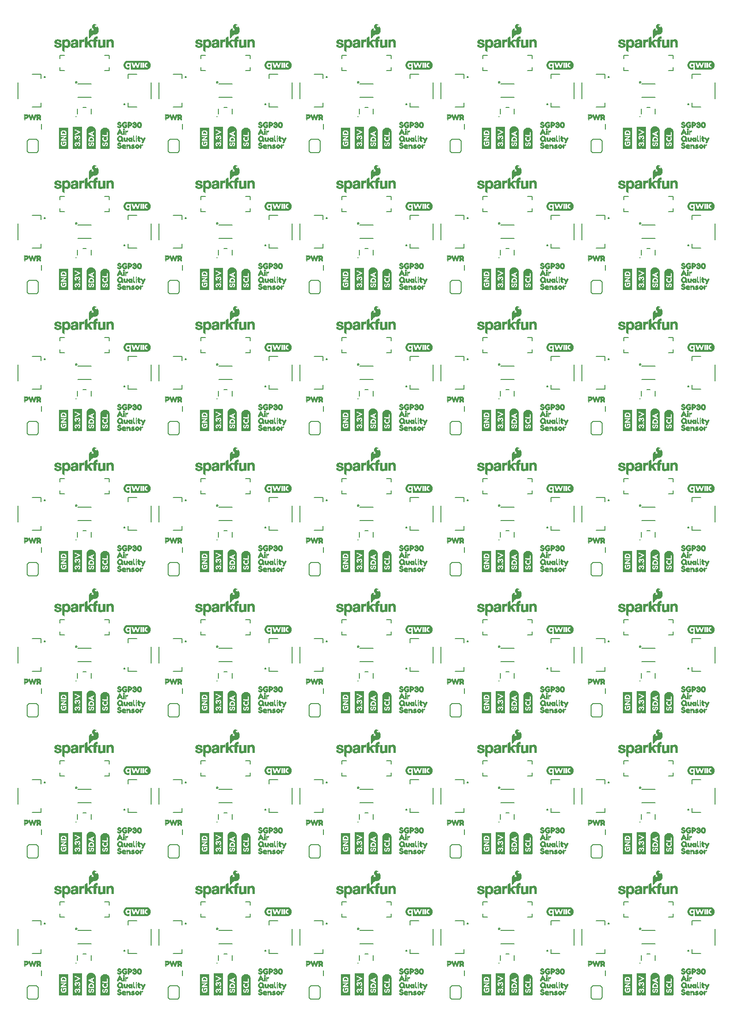
<source format=gto>
G04 EAGLE Gerber RS-274X export*
G75*
%MOMM*%
%FSLAX34Y34*%
%LPD*%
%INSilkscreen Top*%
%IPPOS*%
%AMOC8*
5,1,8,0,0,1.08239X$1,22.5*%
G01*
%ADD10C,0.203200*%
%ADD11R,0.040000X4.040000*%
%ADD12R,0.040000X0.760000*%
%ADD13R,0.040000X1.000000*%
%ADD14R,0.040000X1.880000*%
%ADD15R,0.040000X0.640000*%
%ADD16R,0.040000X0.840000*%
%ADD17R,0.040000X0.280000*%
%ADD18R,0.040000X0.600000*%
%ADD19R,0.040000X0.480000*%
%ADD20R,0.040000X0.680000*%
%ADD21R,0.040000X0.200000*%
%ADD22R,0.040000X0.440000*%
%ADD23R,0.040000X0.560000*%
%ADD24R,0.040000X0.160000*%
%ADD25R,0.040000X0.520000*%
%ADD26R,0.040000X0.120000*%
%ADD27R,0.040000X0.080000*%
%ADD28R,0.040000X0.240000*%
%ADD29R,0.040000X0.400000*%
%ADD30R,0.040000X0.360000*%
%ADD31R,0.040000X0.320000*%
%ADD32R,0.040000X0.800000*%
%ADD33R,0.040000X0.920000*%
%ADD34R,0.040000X0.040000*%
%ADD35R,0.040000X0.720000*%
%ADD36R,0.040000X0.880000*%
%ADD37R,0.040000X3.880000*%
%ADD38R,0.040000X2.800000*%
%ADD39R,0.040000X3.280000*%
%ADD40R,0.040000X3.400000*%
%ADD41R,0.040000X3.480000*%
%ADD42R,0.040000X3.560000*%
%ADD43R,0.040000X3.600000*%
%ADD44R,0.040000X3.640000*%
%ADD45R,0.040000X3.680000*%
%ADD46R,0.040000X1.800000*%
%ADD47R,0.040000X1.240000*%
%ADD48R,0.040000X1.280000*%
%ADD49R,0.040000X1.320000*%
%ADD50R,0.040000X3.520000*%
%ADD51R,0.040000X3.720000*%
%ADD52R,0.040000X3.800000*%
%ADD53R,0.040000X3.840000*%
%ADD54R,0.040000X3.920000*%
%ADD55R,0.040000X3.040000*%
%ADD56R,0.040000X1.160000*%
%ADD57R,0.040000X1.120000*%
%ADD58R,0.040000X1.080000*%
%ADD59R,0.040000X1.040000*%
%ADD60R,0.040000X0.960000*%
%ADD61C,0.254000*%
%ADD62R,0.200000X0.040000*%
%ADD63R,0.280000X0.040000*%
%ADD64R,0.240000X0.040000*%
%ADD65R,0.320000X0.040000*%
%ADD66R,0.360000X0.040000*%
%ADD67R,0.120000X0.040000*%
%ADD68R,0.400000X0.040000*%
%ADD69R,0.440000X0.040000*%
%ADD70R,0.480000X0.040000*%
%ADD71R,0.520000X0.040000*%
%ADD72R,0.560000X0.040000*%
%ADD73R,0.600000X0.040000*%
%ADD74R,0.800000X0.040000*%
%ADD75R,0.840000X0.040000*%
%ADD76R,0.880000X0.040000*%
%ADD77R,0.920000X0.040000*%
%ADD78R,0.960000X0.040000*%
%ADD79R,1.000000X0.040000*%
%ADD80R,0.160000X0.040000*%
%ADD81R,0.080000X0.040000*%
%ADD82R,0.680000X0.040000*%
%ADD83R,0.760000X0.040000*%
%ADD84R,0.640000X0.040000*%
%ADD85R,0.720000X0.040000*%
%ADD86R,1.040000X0.040000*%
%ADD87R,1.120000X0.040000*%

G36*
X1249302Y1720143D02*
X1249302Y1720143D01*
X1276799Y1720143D01*
X1276801Y1720144D01*
X1276803Y1720143D01*
X1277330Y1720176D01*
X1277331Y1720176D01*
X1277333Y1720176D01*
X1278385Y1720282D01*
X1278387Y1720284D01*
X1278391Y1720283D01*
X1278907Y1720390D01*
X1278909Y1720392D01*
X1278912Y1720391D01*
X1279923Y1720705D01*
X1279924Y1720707D01*
X1279928Y1720707D01*
X1280413Y1720912D01*
X1280415Y1720914D01*
X1280419Y1720914D01*
X1281348Y1721419D01*
X1281350Y1721422D01*
X1281354Y1721422D01*
X1281788Y1721720D01*
X1281789Y1721723D01*
X1281792Y1721724D01*
X1282608Y1722397D01*
X1282609Y1722400D01*
X1282613Y1722402D01*
X1282978Y1722781D01*
X1282979Y1722783D01*
X1282981Y1722785D01*
X1283654Y1723600D01*
X1283655Y1723604D01*
X1283659Y1723607D01*
X1283940Y1724052D01*
X1283940Y1724054D01*
X1283942Y1724056D01*
X1284447Y1724985D01*
X1284446Y1724989D01*
X1284450Y1724993D01*
X1284636Y1725486D01*
X1284635Y1725488D01*
X1284637Y1725490D01*
X1284951Y1726500D01*
X1284950Y1726504D01*
X1284953Y1726508D01*
X1285038Y1727028D01*
X1285037Y1727029D01*
X1285039Y1727032D01*
X1285145Y1728084D01*
X1285143Y1728087D01*
X1285145Y1728091D01*
X1285137Y1728617D01*
X1285135Y1728619D01*
X1285136Y1728623D01*
X1285030Y1729675D01*
X1285028Y1729677D01*
X1285029Y1729681D01*
X1284927Y1730197D01*
X1284925Y1730199D01*
X1284925Y1730203D01*
X1284612Y1731213D01*
X1284609Y1731215D01*
X1284610Y1731219D01*
X1284408Y1731705D01*
X1284406Y1731707D01*
X1284406Y1731711D01*
X1283901Y1732640D01*
X1283899Y1732642D01*
X1283898Y1732646D01*
X1283603Y1733082D01*
X1283601Y1733083D01*
X1283600Y1733087D01*
X1282927Y1733902D01*
X1282924Y1733903D01*
X1282922Y1733907D01*
X1282545Y1734275D01*
X1282543Y1734276D01*
X1282542Y1734279D01*
X1281726Y1734952D01*
X1281722Y1734952D01*
X1281720Y1734956D01*
X1281276Y1735240D01*
X1281274Y1735240D01*
X1281273Y1735243D01*
X1280343Y1735747D01*
X1280339Y1735747D01*
X1280336Y1735751D01*
X1279844Y1735940D01*
X1279842Y1735940D01*
X1279840Y1735941D01*
X1278830Y1736255D01*
X1278827Y1736254D01*
X1278822Y1736257D01*
X1278304Y1736347D01*
X1278302Y1736346D01*
X1278299Y1736347D01*
X1277247Y1736453D01*
X1277006Y1736478D01*
X1277003Y1736476D01*
X1277000Y1736478D01*
X1243684Y1736478D01*
X1243155Y1736473D01*
X1243153Y1736471D01*
X1243150Y1736472D01*
X1241571Y1736313D01*
X1241567Y1736310D01*
X1241559Y1736311D01*
X1240044Y1735841D01*
X1240040Y1735836D01*
X1240032Y1735836D01*
X1238639Y1735079D01*
X1238636Y1735074D01*
X1238629Y1735072D01*
X1237411Y1734056D01*
X1237409Y1734051D01*
X1237402Y1734047D01*
X1236404Y1732816D01*
X1236404Y1732811D01*
X1236398Y1732806D01*
X1235893Y1731877D01*
X1235894Y1731876D01*
X1235892Y1731875D01*
X1235657Y1731403D01*
X1235658Y1731398D01*
X1235653Y1731393D01*
X1235340Y1730383D01*
X1235340Y1730382D01*
X1235339Y1730381D01*
X1235200Y1729873D01*
X1235201Y1729868D01*
X1235198Y1729862D01*
X1235045Y1728284D01*
X1235048Y1728279D01*
X1235045Y1728271D01*
X1235205Y1726693D01*
X1235208Y1726689D01*
X1235207Y1726681D01*
X1235673Y1725165D01*
X1235677Y1725161D01*
X1235678Y1725153D01*
X1236429Y1723757D01*
X1236434Y1723754D01*
X1236436Y1723747D01*
X1236499Y1723671D01*
X1236706Y1723420D01*
X1236707Y1723420D01*
X1236914Y1723169D01*
X1237122Y1722918D01*
X1237330Y1722667D01*
X1237447Y1722525D01*
X1237453Y1722523D01*
X1237456Y1722516D01*
X1238686Y1721515D01*
X1238691Y1721515D01*
X1238696Y1721509D01*
X1240096Y1720765D01*
X1240101Y1720766D01*
X1240107Y1720760D01*
X1241625Y1720303D01*
X1241630Y1720305D01*
X1241637Y1720301D01*
X1243215Y1720143D01*
X1243218Y1720144D01*
X1243221Y1720143D01*
X1245718Y1720143D01*
X1245737Y1720155D01*
X1245760Y1720159D01*
X1245766Y1720174D01*
X1245775Y1720179D01*
X1245773Y1720190D01*
X1245780Y1720206D01*
X1245779Y1720355D01*
X1245779Y1724738D01*
X1245772Y1724749D01*
X1245774Y1724762D01*
X1245755Y1724775D01*
X1245742Y1724795D01*
X1245729Y1724793D01*
X1245718Y1724801D01*
X1245684Y1724787D01*
X1245675Y1724785D01*
X1245673Y1724782D01*
X1245670Y1724781D01*
X1245448Y1724542D01*
X1245067Y1724188D01*
X1244634Y1723904D01*
X1244162Y1723691D01*
X1243660Y1723565D01*
X1243144Y1723508D01*
X1242623Y1723529D01*
X1242104Y1723578D01*
X1241602Y1723715D01*
X1241111Y1723885D01*
X1240658Y1724139D01*
X1240241Y1724447D01*
X1239854Y1724793D01*
X1239546Y1725212D01*
X1239269Y1725652D01*
X1239054Y1726127D01*
X1238894Y1726622D01*
X1238769Y1727129D01*
X1238670Y1728171D01*
X1238735Y1729215D01*
X1238850Y1729724D01*
X1238983Y1730229D01*
X1239199Y1730702D01*
X1239453Y1731157D01*
X1239759Y1731577D01*
X1240131Y1731938D01*
X1240534Y1732263D01*
X1240988Y1732516D01*
X1241472Y1732704D01*
X1241969Y1732855D01*
X1243010Y1732935D01*
X1243527Y1732886D01*
X1244033Y1732771D01*
X1244515Y1732581D01*
X1244957Y1732312D01*
X1245358Y1731979D01*
X1245673Y1731684D01*
X1245684Y1731682D01*
X1245690Y1731673D01*
X1245715Y1731677D01*
X1245740Y1731672D01*
X1245746Y1731681D01*
X1245757Y1731683D01*
X1245776Y1731724D01*
X1245779Y1731728D01*
X1245778Y1731729D01*
X1245779Y1731730D01*
X1245779Y1732785D01*
X1245783Y1732838D01*
X1248728Y1732838D01*
X1248728Y1720198D01*
X1248740Y1720179D01*
X1248744Y1720156D01*
X1248759Y1720150D01*
X1248764Y1720141D01*
X1248775Y1720143D01*
X1248791Y1720136D01*
X1249302Y1720143D01*
G37*
G36*
X212982Y165663D02*
X212982Y165663D01*
X240479Y165663D01*
X240481Y165664D01*
X240483Y165663D01*
X241010Y165696D01*
X241011Y165696D01*
X241013Y165696D01*
X242065Y165802D01*
X242067Y165804D01*
X242071Y165803D01*
X242587Y165910D01*
X242589Y165912D01*
X242592Y165911D01*
X243603Y166225D01*
X243604Y166227D01*
X243608Y166227D01*
X244093Y166432D01*
X244095Y166434D01*
X244099Y166434D01*
X245028Y166939D01*
X245030Y166942D01*
X245034Y166942D01*
X245468Y167240D01*
X245469Y167243D01*
X245472Y167244D01*
X246288Y167917D01*
X246289Y167920D01*
X246293Y167922D01*
X246658Y168301D01*
X246659Y168303D01*
X246661Y168305D01*
X247334Y169120D01*
X247335Y169124D01*
X247339Y169127D01*
X247620Y169572D01*
X247620Y169574D01*
X247622Y169576D01*
X248127Y170505D01*
X248126Y170509D01*
X248130Y170513D01*
X248316Y171006D01*
X248315Y171008D01*
X248317Y171010D01*
X248631Y172020D01*
X248630Y172024D01*
X248633Y172028D01*
X248718Y172548D01*
X248717Y172549D01*
X248719Y172552D01*
X248825Y173604D01*
X248823Y173607D01*
X248825Y173611D01*
X248817Y174137D01*
X248815Y174139D01*
X248816Y174143D01*
X248710Y175195D01*
X248708Y175197D01*
X248709Y175201D01*
X248607Y175717D01*
X248605Y175719D01*
X248605Y175723D01*
X248292Y176733D01*
X248289Y176735D01*
X248290Y176739D01*
X248088Y177225D01*
X248086Y177227D01*
X248086Y177231D01*
X247581Y178160D01*
X247579Y178162D01*
X247578Y178166D01*
X247283Y178602D01*
X247281Y178603D01*
X247280Y178607D01*
X246607Y179422D01*
X246604Y179423D01*
X246602Y179427D01*
X246225Y179795D01*
X246223Y179796D01*
X246222Y179799D01*
X245406Y180472D01*
X245402Y180472D01*
X245400Y180476D01*
X244956Y180760D01*
X244954Y180760D01*
X244953Y180763D01*
X244023Y181267D01*
X244019Y181267D01*
X244016Y181271D01*
X243524Y181460D01*
X243522Y181460D01*
X243520Y181461D01*
X242510Y181775D01*
X242507Y181774D01*
X242502Y181777D01*
X241984Y181867D01*
X241982Y181866D01*
X241979Y181867D01*
X240927Y181973D01*
X240686Y181998D01*
X240683Y181996D01*
X240680Y181998D01*
X207364Y181998D01*
X206835Y181993D01*
X206833Y181991D01*
X206830Y181992D01*
X205251Y181833D01*
X205247Y181830D01*
X205239Y181831D01*
X203724Y181361D01*
X203720Y181356D01*
X203712Y181356D01*
X202319Y180599D01*
X202316Y180594D01*
X202309Y180592D01*
X201091Y179576D01*
X201089Y179571D01*
X201082Y179567D01*
X200084Y178336D01*
X200084Y178331D01*
X200078Y178326D01*
X199573Y177397D01*
X199574Y177396D01*
X199572Y177395D01*
X199337Y176923D01*
X199338Y176918D01*
X199333Y176913D01*
X199020Y175903D01*
X199020Y175902D01*
X199019Y175901D01*
X198880Y175393D01*
X198881Y175388D01*
X198878Y175382D01*
X198725Y173804D01*
X198728Y173799D01*
X198725Y173791D01*
X198885Y172213D01*
X198888Y172209D01*
X198887Y172201D01*
X199353Y170685D01*
X199357Y170681D01*
X199358Y170673D01*
X200109Y169277D01*
X200114Y169274D01*
X200116Y169267D01*
X200179Y169191D01*
X200386Y168940D01*
X200387Y168940D01*
X200594Y168689D01*
X200802Y168438D01*
X201010Y168187D01*
X201127Y168045D01*
X201133Y168043D01*
X201136Y168036D01*
X202366Y167035D01*
X202371Y167035D01*
X202376Y167029D01*
X203776Y166285D01*
X203781Y166286D01*
X203787Y166280D01*
X205305Y165823D01*
X205310Y165825D01*
X205317Y165821D01*
X206895Y165663D01*
X206898Y165664D01*
X206901Y165663D01*
X209398Y165663D01*
X209417Y165675D01*
X209440Y165679D01*
X209446Y165694D01*
X209455Y165699D01*
X209453Y165710D01*
X209460Y165726D01*
X209459Y165875D01*
X209459Y170258D01*
X209452Y170269D01*
X209454Y170282D01*
X209435Y170295D01*
X209422Y170315D01*
X209409Y170313D01*
X209398Y170321D01*
X209364Y170307D01*
X209355Y170305D01*
X209353Y170302D01*
X209350Y170301D01*
X209128Y170062D01*
X208747Y169708D01*
X208314Y169424D01*
X207842Y169211D01*
X207340Y169085D01*
X206824Y169028D01*
X206303Y169049D01*
X205784Y169098D01*
X205282Y169235D01*
X204791Y169405D01*
X204338Y169659D01*
X203921Y169967D01*
X203534Y170313D01*
X203226Y170732D01*
X202949Y171172D01*
X202734Y171647D01*
X202574Y172142D01*
X202449Y172649D01*
X202350Y173691D01*
X202415Y174735D01*
X202530Y175244D01*
X202663Y175749D01*
X202879Y176222D01*
X203133Y176677D01*
X203439Y177097D01*
X203811Y177458D01*
X204214Y177783D01*
X204668Y178036D01*
X205152Y178224D01*
X205649Y178375D01*
X206690Y178455D01*
X207207Y178406D01*
X207713Y178291D01*
X208195Y178101D01*
X208637Y177832D01*
X209038Y177499D01*
X209353Y177204D01*
X209364Y177202D01*
X209370Y177193D01*
X209395Y177197D01*
X209420Y177192D01*
X209426Y177201D01*
X209437Y177203D01*
X209456Y177244D01*
X209459Y177248D01*
X209458Y177249D01*
X209459Y177250D01*
X209459Y178305D01*
X209463Y178358D01*
X212408Y178358D01*
X212408Y165718D01*
X212420Y165699D01*
X212424Y165676D01*
X212439Y165670D01*
X212444Y165661D01*
X212455Y165663D01*
X212471Y165656D01*
X212982Y165663D01*
G37*
G36*
X731142Y424743D02*
X731142Y424743D01*
X758639Y424743D01*
X758641Y424744D01*
X758643Y424743D01*
X759170Y424776D01*
X759171Y424776D01*
X759173Y424776D01*
X760225Y424882D01*
X760227Y424884D01*
X760231Y424883D01*
X760747Y424990D01*
X760749Y424992D01*
X760752Y424991D01*
X761763Y425305D01*
X761764Y425307D01*
X761768Y425307D01*
X762253Y425512D01*
X762255Y425514D01*
X762259Y425514D01*
X763188Y426019D01*
X763190Y426022D01*
X763194Y426022D01*
X763628Y426320D01*
X763629Y426323D01*
X763632Y426324D01*
X764448Y426997D01*
X764449Y427000D01*
X764453Y427002D01*
X764818Y427381D01*
X764819Y427383D01*
X764821Y427385D01*
X765494Y428200D01*
X765495Y428204D01*
X765499Y428207D01*
X765780Y428652D01*
X765780Y428654D01*
X765782Y428656D01*
X766287Y429585D01*
X766286Y429589D01*
X766290Y429593D01*
X766476Y430086D01*
X766475Y430088D01*
X766477Y430090D01*
X766791Y431100D01*
X766790Y431104D01*
X766793Y431108D01*
X766878Y431628D01*
X766877Y431629D01*
X766879Y431632D01*
X766985Y432684D01*
X766983Y432687D01*
X766985Y432691D01*
X766977Y433217D01*
X766975Y433219D01*
X766976Y433223D01*
X766870Y434275D01*
X766868Y434277D01*
X766869Y434281D01*
X766767Y434797D01*
X766765Y434799D01*
X766765Y434803D01*
X766452Y435813D01*
X766449Y435815D01*
X766450Y435819D01*
X766248Y436305D01*
X766246Y436307D01*
X766246Y436311D01*
X765741Y437240D01*
X765739Y437242D01*
X765738Y437246D01*
X765443Y437682D01*
X765441Y437683D01*
X765440Y437687D01*
X764767Y438502D01*
X764764Y438503D01*
X764762Y438507D01*
X764385Y438875D01*
X764383Y438876D01*
X764382Y438879D01*
X763566Y439552D01*
X763562Y439552D01*
X763560Y439556D01*
X763116Y439840D01*
X763114Y439840D01*
X763113Y439843D01*
X762183Y440347D01*
X762179Y440347D01*
X762176Y440351D01*
X761684Y440540D01*
X761682Y440540D01*
X761680Y440541D01*
X760670Y440855D01*
X760667Y440854D01*
X760662Y440857D01*
X760144Y440947D01*
X760142Y440946D01*
X760139Y440947D01*
X759087Y441053D01*
X758846Y441078D01*
X758843Y441076D01*
X758840Y441078D01*
X725524Y441078D01*
X724995Y441073D01*
X724993Y441071D01*
X724990Y441072D01*
X723411Y440913D01*
X723407Y440910D01*
X723399Y440911D01*
X721884Y440441D01*
X721880Y440436D01*
X721872Y440436D01*
X720479Y439679D01*
X720476Y439674D01*
X720469Y439672D01*
X719251Y438656D01*
X719249Y438651D01*
X719242Y438647D01*
X718244Y437416D01*
X718244Y437411D01*
X718238Y437406D01*
X717733Y436477D01*
X717734Y436476D01*
X717732Y436475D01*
X717497Y436003D01*
X717498Y435998D01*
X717493Y435993D01*
X717180Y434983D01*
X717180Y434982D01*
X717179Y434981D01*
X717040Y434473D01*
X717041Y434468D01*
X717038Y434462D01*
X716885Y432884D01*
X716888Y432879D01*
X716885Y432871D01*
X717045Y431293D01*
X717048Y431289D01*
X717047Y431281D01*
X717513Y429765D01*
X717517Y429761D01*
X717518Y429753D01*
X718269Y428357D01*
X718274Y428354D01*
X718276Y428347D01*
X718339Y428271D01*
X718546Y428020D01*
X718547Y428020D01*
X718754Y427769D01*
X718962Y427518D01*
X719170Y427267D01*
X719287Y427125D01*
X719293Y427123D01*
X719296Y427116D01*
X720526Y426115D01*
X720531Y426115D01*
X720536Y426109D01*
X721936Y425365D01*
X721941Y425366D01*
X721947Y425360D01*
X723465Y424903D01*
X723470Y424905D01*
X723477Y424901D01*
X725055Y424743D01*
X725058Y424744D01*
X725061Y424743D01*
X727558Y424743D01*
X727577Y424755D01*
X727600Y424759D01*
X727606Y424774D01*
X727615Y424779D01*
X727613Y424790D01*
X727620Y424806D01*
X727619Y424955D01*
X727619Y429338D01*
X727612Y429349D01*
X727614Y429362D01*
X727595Y429375D01*
X727582Y429395D01*
X727569Y429393D01*
X727558Y429401D01*
X727524Y429387D01*
X727515Y429385D01*
X727513Y429382D01*
X727510Y429381D01*
X727288Y429142D01*
X726907Y428788D01*
X726474Y428504D01*
X726002Y428291D01*
X725500Y428165D01*
X724984Y428108D01*
X724463Y428129D01*
X723944Y428178D01*
X723442Y428315D01*
X722951Y428485D01*
X722498Y428739D01*
X722081Y429047D01*
X721694Y429393D01*
X721386Y429812D01*
X721109Y430252D01*
X720894Y430727D01*
X720734Y431222D01*
X720609Y431729D01*
X720510Y432771D01*
X720575Y433815D01*
X720690Y434324D01*
X720823Y434829D01*
X721039Y435302D01*
X721293Y435757D01*
X721599Y436177D01*
X721971Y436538D01*
X722374Y436863D01*
X722828Y437116D01*
X723312Y437304D01*
X723809Y437455D01*
X724850Y437535D01*
X725367Y437486D01*
X725873Y437371D01*
X726355Y437181D01*
X726797Y436912D01*
X727198Y436579D01*
X727513Y436284D01*
X727524Y436282D01*
X727530Y436273D01*
X727555Y436277D01*
X727580Y436272D01*
X727586Y436281D01*
X727597Y436283D01*
X727616Y436324D01*
X727619Y436328D01*
X727618Y436329D01*
X727619Y436330D01*
X727619Y437385D01*
X727623Y437438D01*
X730568Y437438D01*
X730568Y424798D01*
X730580Y424779D01*
X730584Y424756D01*
X730599Y424750D01*
X730604Y424741D01*
X730615Y424743D01*
X730631Y424736D01*
X731142Y424743D01*
G37*
G36*
X212982Y942903D02*
X212982Y942903D01*
X240479Y942903D01*
X240481Y942904D01*
X240483Y942903D01*
X241010Y942936D01*
X241011Y942936D01*
X241013Y942936D01*
X242065Y943042D01*
X242067Y943044D01*
X242071Y943043D01*
X242587Y943150D01*
X242589Y943152D01*
X242592Y943151D01*
X243603Y943465D01*
X243604Y943467D01*
X243608Y943467D01*
X244093Y943672D01*
X244095Y943674D01*
X244099Y943674D01*
X245028Y944179D01*
X245030Y944182D01*
X245034Y944182D01*
X245468Y944480D01*
X245469Y944483D01*
X245472Y944484D01*
X246288Y945157D01*
X246289Y945160D01*
X246293Y945162D01*
X246658Y945541D01*
X246659Y945543D01*
X246661Y945545D01*
X247334Y946360D01*
X247335Y946364D01*
X247339Y946367D01*
X247620Y946812D01*
X247620Y946814D01*
X247622Y946816D01*
X248127Y947745D01*
X248126Y947749D01*
X248130Y947753D01*
X248316Y948246D01*
X248315Y948248D01*
X248317Y948250D01*
X248631Y949260D01*
X248630Y949264D01*
X248633Y949268D01*
X248718Y949788D01*
X248717Y949789D01*
X248719Y949792D01*
X248825Y950844D01*
X248823Y950847D01*
X248825Y950851D01*
X248817Y951377D01*
X248815Y951379D01*
X248816Y951383D01*
X248710Y952435D01*
X248708Y952437D01*
X248709Y952441D01*
X248607Y952957D01*
X248605Y952959D01*
X248605Y952963D01*
X248292Y953973D01*
X248289Y953975D01*
X248290Y953979D01*
X248088Y954465D01*
X248086Y954467D01*
X248086Y954471D01*
X247581Y955400D01*
X247579Y955402D01*
X247578Y955406D01*
X247283Y955842D01*
X247281Y955843D01*
X247280Y955847D01*
X246607Y956662D01*
X246604Y956663D01*
X246602Y956667D01*
X246225Y957035D01*
X246223Y957036D01*
X246222Y957039D01*
X245406Y957712D01*
X245402Y957712D01*
X245400Y957716D01*
X244956Y958000D01*
X244954Y958000D01*
X244953Y958003D01*
X244023Y958507D01*
X244019Y958507D01*
X244016Y958511D01*
X243524Y958700D01*
X243522Y958700D01*
X243520Y958701D01*
X242510Y959015D01*
X242507Y959014D01*
X242502Y959017D01*
X241984Y959107D01*
X241982Y959106D01*
X241979Y959107D01*
X240927Y959213D01*
X240686Y959238D01*
X240683Y959236D01*
X240680Y959238D01*
X207364Y959238D01*
X206835Y959233D01*
X206833Y959231D01*
X206830Y959232D01*
X205251Y959073D01*
X205247Y959070D01*
X205239Y959071D01*
X203724Y958601D01*
X203720Y958596D01*
X203712Y958596D01*
X202319Y957839D01*
X202316Y957834D01*
X202309Y957832D01*
X201091Y956816D01*
X201089Y956811D01*
X201082Y956807D01*
X200084Y955576D01*
X200084Y955571D01*
X200078Y955566D01*
X199573Y954637D01*
X199574Y954636D01*
X199572Y954635D01*
X199337Y954163D01*
X199338Y954158D01*
X199333Y954153D01*
X199020Y953143D01*
X199020Y953142D01*
X199019Y953141D01*
X198880Y952633D01*
X198881Y952628D01*
X198878Y952622D01*
X198725Y951044D01*
X198728Y951039D01*
X198725Y951031D01*
X198885Y949453D01*
X198888Y949449D01*
X198887Y949441D01*
X199353Y947925D01*
X199357Y947921D01*
X199358Y947913D01*
X200109Y946517D01*
X200114Y946514D01*
X200116Y946507D01*
X200179Y946431D01*
X200386Y946180D01*
X200387Y946180D01*
X200594Y945929D01*
X200802Y945678D01*
X201010Y945427D01*
X201127Y945285D01*
X201133Y945283D01*
X201136Y945276D01*
X202366Y944275D01*
X202371Y944275D01*
X202376Y944269D01*
X203776Y943525D01*
X203781Y943526D01*
X203787Y943520D01*
X205305Y943063D01*
X205310Y943065D01*
X205317Y943061D01*
X206895Y942903D01*
X206898Y942904D01*
X206901Y942903D01*
X209398Y942903D01*
X209417Y942915D01*
X209440Y942919D01*
X209446Y942934D01*
X209455Y942939D01*
X209453Y942950D01*
X209460Y942966D01*
X209459Y943115D01*
X209459Y947498D01*
X209452Y947509D01*
X209454Y947522D01*
X209435Y947535D01*
X209422Y947555D01*
X209409Y947553D01*
X209398Y947561D01*
X209364Y947547D01*
X209355Y947545D01*
X209353Y947542D01*
X209350Y947541D01*
X209128Y947302D01*
X208747Y946948D01*
X208314Y946664D01*
X207842Y946451D01*
X207340Y946325D01*
X206824Y946268D01*
X206303Y946289D01*
X205784Y946338D01*
X205282Y946475D01*
X204791Y946645D01*
X204338Y946899D01*
X203921Y947207D01*
X203534Y947553D01*
X203226Y947972D01*
X202949Y948412D01*
X202734Y948887D01*
X202574Y949382D01*
X202449Y949889D01*
X202350Y950931D01*
X202415Y951975D01*
X202530Y952484D01*
X202663Y952989D01*
X202879Y953462D01*
X203133Y953917D01*
X203439Y954337D01*
X203811Y954698D01*
X204214Y955023D01*
X204668Y955276D01*
X205152Y955464D01*
X205649Y955615D01*
X206690Y955695D01*
X207207Y955646D01*
X207713Y955531D01*
X208195Y955341D01*
X208637Y955072D01*
X209038Y954739D01*
X209353Y954444D01*
X209364Y954442D01*
X209370Y954433D01*
X209395Y954437D01*
X209420Y954432D01*
X209426Y954441D01*
X209437Y954443D01*
X209456Y954484D01*
X209459Y954488D01*
X209458Y954489D01*
X209459Y954490D01*
X209459Y955545D01*
X209463Y955598D01*
X212408Y955598D01*
X212408Y942958D01*
X212420Y942939D01*
X212424Y942916D01*
X212439Y942910D01*
X212444Y942901D01*
X212455Y942903D01*
X212471Y942896D01*
X212982Y942903D01*
G37*
G36*
X1249302Y1461063D02*
X1249302Y1461063D01*
X1276799Y1461063D01*
X1276801Y1461064D01*
X1276803Y1461063D01*
X1277330Y1461096D01*
X1277331Y1461096D01*
X1277333Y1461096D01*
X1278385Y1461202D01*
X1278387Y1461204D01*
X1278391Y1461203D01*
X1278907Y1461310D01*
X1278909Y1461312D01*
X1278912Y1461311D01*
X1279923Y1461625D01*
X1279924Y1461627D01*
X1279928Y1461627D01*
X1280413Y1461832D01*
X1280415Y1461834D01*
X1280419Y1461834D01*
X1281348Y1462339D01*
X1281350Y1462342D01*
X1281354Y1462342D01*
X1281788Y1462640D01*
X1281789Y1462643D01*
X1281792Y1462644D01*
X1282608Y1463317D01*
X1282609Y1463320D01*
X1282613Y1463322D01*
X1282978Y1463701D01*
X1282979Y1463703D01*
X1282981Y1463705D01*
X1283654Y1464520D01*
X1283655Y1464524D01*
X1283659Y1464527D01*
X1283940Y1464972D01*
X1283940Y1464974D01*
X1283942Y1464976D01*
X1284447Y1465905D01*
X1284446Y1465909D01*
X1284450Y1465913D01*
X1284636Y1466406D01*
X1284635Y1466408D01*
X1284637Y1466410D01*
X1284951Y1467420D01*
X1284950Y1467424D01*
X1284953Y1467428D01*
X1285038Y1467948D01*
X1285037Y1467949D01*
X1285039Y1467952D01*
X1285145Y1469004D01*
X1285143Y1469007D01*
X1285145Y1469011D01*
X1285137Y1469537D01*
X1285135Y1469539D01*
X1285136Y1469543D01*
X1285030Y1470595D01*
X1285028Y1470597D01*
X1285029Y1470601D01*
X1284927Y1471117D01*
X1284925Y1471119D01*
X1284925Y1471123D01*
X1284612Y1472133D01*
X1284609Y1472135D01*
X1284610Y1472139D01*
X1284408Y1472625D01*
X1284406Y1472627D01*
X1284406Y1472631D01*
X1283901Y1473560D01*
X1283899Y1473562D01*
X1283898Y1473566D01*
X1283603Y1474002D01*
X1283601Y1474003D01*
X1283600Y1474007D01*
X1282927Y1474822D01*
X1282924Y1474823D01*
X1282922Y1474827D01*
X1282545Y1475195D01*
X1282543Y1475196D01*
X1282542Y1475199D01*
X1281726Y1475872D01*
X1281722Y1475872D01*
X1281720Y1475876D01*
X1281276Y1476160D01*
X1281274Y1476160D01*
X1281273Y1476163D01*
X1280343Y1476667D01*
X1280339Y1476667D01*
X1280336Y1476671D01*
X1279844Y1476860D01*
X1279842Y1476860D01*
X1279840Y1476861D01*
X1278830Y1477175D01*
X1278827Y1477174D01*
X1278822Y1477177D01*
X1278304Y1477267D01*
X1278302Y1477266D01*
X1278299Y1477267D01*
X1277247Y1477373D01*
X1277006Y1477398D01*
X1277003Y1477396D01*
X1277000Y1477398D01*
X1243684Y1477398D01*
X1243155Y1477393D01*
X1243153Y1477391D01*
X1243150Y1477392D01*
X1241571Y1477233D01*
X1241567Y1477230D01*
X1241559Y1477231D01*
X1240044Y1476761D01*
X1240040Y1476756D01*
X1240032Y1476756D01*
X1238639Y1475999D01*
X1238636Y1475994D01*
X1238629Y1475992D01*
X1237411Y1474976D01*
X1237409Y1474971D01*
X1237402Y1474967D01*
X1236404Y1473736D01*
X1236404Y1473731D01*
X1236398Y1473726D01*
X1235893Y1472797D01*
X1235894Y1472796D01*
X1235892Y1472795D01*
X1235657Y1472323D01*
X1235658Y1472318D01*
X1235653Y1472313D01*
X1235340Y1471303D01*
X1235340Y1471302D01*
X1235339Y1471301D01*
X1235200Y1470793D01*
X1235201Y1470788D01*
X1235198Y1470782D01*
X1235045Y1469204D01*
X1235048Y1469199D01*
X1235045Y1469191D01*
X1235205Y1467613D01*
X1235208Y1467609D01*
X1235207Y1467601D01*
X1235673Y1466085D01*
X1235677Y1466081D01*
X1235678Y1466073D01*
X1236429Y1464677D01*
X1236434Y1464674D01*
X1236436Y1464667D01*
X1236499Y1464591D01*
X1236706Y1464340D01*
X1236707Y1464340D01*
X1236914Y1464089D01*
X1237122Y1463838D01*
X1237330Y1463587D01*
X1237447Y1463445D01*
X1237453Y1463443D01*
X1237456Y1463436D01*
X1238686Y1462435D01*
X1238691Y1462435D01*
X1238696Y1462429D01*
X1240096Y1461685D01*
X1240101Y1461686D01*
X1240107Y1461680D01*
X1241625Y1461223D01*
X1241630Y1461225D01*
X1241637Y1461221D01*
X1243215Y1461063D01*
X1243218Y1461064D01*
X1243221Y1461063D01*
X1245718Y1461063D01*
X1245737Y1461075D01*
X1245760Y1461079D01*
X1245766Y1461094D01*
X1245775Y1461099D01*
X1245773Y1461110D01*
X1245780Y1461126D01*
X1245779Y1461275D01*
X1245779Y1465658D01*
X1245772Y1465669D01*
X1245774Y1465682D01*
X1245755Y1465695D01*
X1245742Y1465715D01*
X1245729Y1465713D01*
X1245718Y1465721D01*
X1245684Y1465707D01*
X1245675Y1465705D01*
X1245673Y1465702D01*
X1245670Y1465701D01*
X1245448Y1465462D01*
X1245067Y1465108D01*
X1244634Y1464824D01*
X1244162Y1464611D01*
X1243660Y1464485D01*
X1243144Y1464428D01*
X1242623Y1464449D01*
X1242104Y1464498D01*
X1241602Y1464635D01*
X1241111Y1464805D01*
X1240658Y1465059D01*
X1240241Y1465367D01*
X1239854Y1465713D01*
X1239546Y1466132D01*
X1239269Y1466572D01*
X1239054Y1467047D01*
X1238894Y1467542D01*
X1238769Y1468049D01*
X1238670Y1469091D01*
X1238735Y1470135D01*
X1238850Y1470644D01*
X1238983Y1471149D01*
X1239199Y1471622D01*
X1239453Y1472077D01*
X1239759Y1472497D01*
X1240131Y1472858D01*
X1240534Y1473183D01*
X1240988Y1473436D01*
X1241472Y1473624D01*
X1241969Y1473775D01*
X1243010Y1473855D01*
X1243527Y1473806D01*
X1244033Y1473691D01*
X1244515Y1473501D01*
X1244957Y1473232D01*
X1245358Y1472899D01*
X1245673Y1472604D01*
X1245684Y1472602D01*
X1245690Y1472593D01*
X1245715Y1472597D01*
X1245740Y1472592D01*
X1245746Y1472601D01*
X1245757Y1472603D01*
X1245776Y1472644D01*
X1245779Y1472648D01*
X1245778Y1472649D01*
X1245779Y1472650D01*
X1245779Y1473705D01*
X1245783Y1473758D01*
X1248728Y1473758D01*
X1248728Y1461118D01*
X1248740Y1461099D01*
X1248744Y1461076D01*
X1248759Y1461070D01*
X1248764Y1461061D01*
X1248775Y1461063D01*
X1248791Y1461056D01*
X1249302Y1461063D01*
G37*
G36*
X990222Y165663D02*
X990222Y165663D01*
X1017719Y165663D01*
X1017721Y165664D01*
X1017723Y165663D01*
X1018250Y165696D01*
X1018251Y165696D01*
X1018253Y165696D01*
X1019305Y165802D01*
X1019307Y165804D01*
X1019311Y165803D01*
X1019827Y165910D01*
X1019829Y165912D01*
X1019832Y165911D01*
X1020843Y166225D01*
X1020844Y166227D01*
X1020848Y166227D01*
X1021333Y166432D01*
X1021335Y166434D01*
X1021339Y166434D01*
X1022268Y166939D01*
X1022270Y166942D01*
X1022274Y166942D01*
X1022708Y167240D01*
X1022709Y167243D01*
X1022712Y167244D01*
X1023528Y167917D01*
X1023529Y167920D01*
X1023533Y167922D01*
X1023898Y168301D01*
X1023899Y168303D01*
X1023901Y168305D01*
X1024574Y169120D01*
X1024575Y169124D01*
X1024579Y169127D01*
X1024860Y169572D01*
X1024860Y169574D01*
X1024862Y169576D01*
X1025367Y170505D01*
X1025366Y170509D01*
X1025370Y170513D01*
X1025556Y171006D01*
X1025555Y171008D01*
X1025557Y171010D01*
X1025871Y172020D01*
X1025870Y172024D01*
X1025873Y172028D01*
X1025958Y172548D01*
X1025957Y172549D01*
X1025959Y172552D01*
X1026065Y173604D01*
X1026063Y173607D01*
X1026065Y173611D01*
X1026057Y174137D01*
X1026055Y174139D01*
X1026056Y174143D01*
X1025950Y175195D01*
X1025948Y175197D01*
X1025949Y175201D01*
X1025847Y175717D01*
X1025845Y175719D01*
X1025845Y175723D01*
X1025532Y176733D01*
X1025529Y176735D01*
X1025530Y176739D01*
X1025328Y177225D01*
X1025326Y177227D01*
X1025326Y177231D01*
X1024821Y178160D01*
X1024819Y178162D01*
X1024818Y178166D01*
X1024523Y178602D01*
X1024521Y178603D01*
X1024520Y178607D01*
X1023847Y179422D01*
X1023844Y179423D01*
X1023842Y179427D01*
X1023465Y179795D01*
X1023463Y179796D01*
X1023462Y179799D01*
X1022646Y180472D01*
X1022642Y180472D01*
X1022640Y180476D01*
X1022196Y180760D01*
X1022194Y180760D01*
X1022193Y180763D01*
X1021263Y181267D01*
X1021259Y181267D01*
X1021256Y181271D01*
X1020764Y181460D01*
X1020762Y181460D01*
X1020760Y181461D01*
X1019750Y181775D01*
X1019747Y181774D01*
X1019742Y181777D01*
X1019224Y181867D01*
X1019222Y181866D01*
X1019219Y181867D01*
X1018167Y181973D01*
X1017926Y181998D01*
X1017923Y181996D01*
X1017920Y181998D01*
X984604Y181998D01*
X984075Y181993D01*
X984073Y181991D01*
X984070Y181992D01*
X982491Y181833D01*
X982487Y181830D01*
X982479Y181831D01*
X980964Y181361D01*
X980960Y181356D01*
X980952Y181356D01*
X979559Y180599D01*
X979556Y180594D01*
X979549Y180592D01*
X978331Y179576D01*
X978329Y179571D01*
X978322Y179567D01*
X977324Y178336D01*
X977324Y178331D01*
X977318Y178326D01*
X976813Y177397D01*
X976814Y177396D01*
X976812Y177395D01*
X976577Y176923D01*
X976578Y176918D01*
X976573Y176913D01*
X976260Y175903D01*
X976260Y175902D01*
X976259Y175901D01*
X976120Y175393D01*
X976121Y175388D01*
X976118Y175382D01*
X975965Y173804D01*
X975968Y173799D01*
X975965Y173791D01*
X976125Y172213D01*
X976128Y172209D01*
X976127Y172201D01*
X976593Y170685D01*
X976597Y170681D01*
X976598Y170673D01*
X977349Y169277D01*
X977354Y169274D01*
X977356Y169267D01*
X977419Y169191D01*
X977626Y168940D01*
X977627Y168940D01*
X977834Y168689D01*
X978042Y168438D01*
X978250Y168187D01*
X978367Y168045D01*
X978373Y168043D01*
X978376Y168036D01*
X979606Y167035D01*
X979611Y167035D01*
X979616Y167029D01*
X981016Y166285D01*
X981021Y166286D01*
X981027Y166280D01*
X982545Y165823D01*
X982550Y165825D01*
X982557Y165821D01*
X984135Y165663D01*
X984138Y165664D01*
X984141Y165663D01*
X986638Y165663D01*
X986657Y165675D01*
X986680Y165679D01*
X986686Y165694D01*
X986695Y165699D01*
X986693Y165710D01*
X986700Y165726D01*
X986699Y165875D01*
X986699Y170258D01*
X986692Y170269D01*
X986694Y170282D01*
X986675Y170295D01*
X986662Y170315D01*
X986649Y170313D01*
X986638Y170321D01*
X986604Y170307D01*
X986595Y170305D01*
X986593Y170302D01*
X986590Y170301D01*
X986368Y170062D01*
X985987Y169708D01*
X985554Y169424D01*
X985082Y169211D01*
X984580Y169085D01*
X984064Y169028D01*
X983543Y169049D01*
X983024Y169098D01*
X982522Y169235D01*
X982031Y169405D01*
X981578Y169659D01*
X981161Y169967D01*
X980774Y170313D01*
X980466Y170732D01*
X980189Y171172D01*
X979974Y171647D01*
X979814Y172142D01*
X979689Y172649D01*
X979590Y173691D01*
X979655Y174735D01*
X979770Y175244D01*
X979903Y175749D01*
X980119Y176222D01*
X980373Y176677D01*
X980679Y177097D01*
X981051Y177458D01*
X981454Y177783D01*
X981908Y178036D01*
X982392Y178224D01*
X982889Y178375D01*
X983930Y178455D01*
X984447Y178406D01*
X984953Y178291D01*
X985435Y178101D01*
X985877Y177832D01*
X986278Y177499D01*
X986593Y177204D01*
X986604Y177202D01*
X986610Y177193D01*
X986635Y177197D01*
X986660Y177192D01*
X986666Y177201D01*
X986677Y177203D01*
X986696Y177244D01*
X986699Y177248D01*
X986698Y177249D01*
X986699Y177250D01*
X986699Y178305D01*
X986703Y178358D01*
X989648Y178358D01*
X989648Y165718D01*
X989660Y165699D01*
X989664Y165676D01*
X989679Y165670D01*
X989684Y165661D01*
X989695Y165663D01*
X989711Y165656D01*
X990222Y165663D01*
G37*
G36*
X731142Y1720143D02*
X731142Y1720143D01*
X758639Y1720143D01*
X758641Y1720144D01*
X758643Y1720143D01*
X759170Y1720176D01*
X759171Y1720176D01*
X759173Y1720176D01*
X760225Y1720282D01*
X760227Y1720284D01*
X760231Y1720283D01*
X760747Y1720390D01*
X760749Y1720392D01*
X760752Y1720391D01*
X761763Y1720705D01*
X761764Y1720707D01*
X761768Y1720707D01*
X762253Y1720912D01*
X762255Y1720914D01*
X762259Y1720914D01*
X763188Y1721419D01*
X763190Y1721422D01*
X763194Y1721422D01*
X763628Y1721720D01*
X763629Y1721723D01*
X763632Y1721724D01*
X764448Y1722397D01*
X764449Y1722400D01*
X764453Y1722402D01*
X764818Y1722781D01*
X764819Y1722783D01*
X764821Y1722785D01*
X765494Y1723600D01*
X765495Y1723604D01*
X765499Y1723607D01*
X765780Y1724052D01*
X765780Y1724054D01*
X765782Y1724056D01*
X766287Y1724985D01*
X766286Y1724989D01*
X766290Y1724993D01*
X766476Y1725486D01*
X766475Y1725488D01*
X766477Y1725490D01*
X766791Y1726500D01*
X766790Y1726504D01*
X766793Y1726508D01*
X766878Y1727028D01*
X766877Y1727029D01*
X766879Y1727032D01*
X766985Y1728084D01*
X766983Y1728087D01*
X766985Y1728091D01*
X766977Y1728617D01*
X766975Y1728619D01*
X766976Y1728623D01*
X766870Y1729675D01*
X766868Y1729677D01*
X766869Y1729681D01*
X766767Y1730197D01*
X766765Y1730199D01*
X766765Y1730203D01*
X766452Y1731213D01*
X766449Y1731215D01*
X766450Y1731219D01*
X766248Y1731705D01*
X766246Y1731707D01*
X766246Y1731711D01*
X765741Y1732640D01*
X765739Y1732642D01*
X765738Y1732646D01*
X765443Y1733082D01*
X765441Y1733083D01*
X765440Y1733087D01*
X764767Y1733902D01*
X764764Y1733903D01*
X764762Y1733907D01*
X764385Y1734275D01*
X764383Y1734276D01*
X764382Y1734279D01*
X763566Y1734952D01*
X763562Y1734952D01*
X763560Y1734956D01*
X763116Y1735240D01*
X763114Y1735240D01*
X763113Y1735243D01*
X762183Y1735747D01*
X762179Y1735747D01*
X762176Y1735751D01*
X761684Y1735940D01*
X761682Y1735940D01*
X761680Y1735941D01*
X760670Y1736255D01*
X760667Y1736254D01*
X760662Y1736257D01*
X760144Y1736347D01*
X760142Y1736346D01*
X760139Y1736347D01*
X759087Y1736453D01*
X758846Y1736478D01*
X758843Y1736476D01*
X758840Y1736478D01*
X725524Y1736478D01*
X724995Y1736473D01*
X724993Y1736471D01*
X724990Y1736472D01*
X723411Y1736313D01*
X723407Y1736310D01*
X723399Y1736311D01*
X721884Y1735841D01*
X721880Y1735836D01*
X721872Y1735836D01*
X720479Y1735079D01*
X720476Y1735074D01*
X720469Y1735072D01*
X719251Y1734056D01*
X719249Y1734051D01*
X719242Y1734047D01*
X718244Y1732816D01*
X718244Y1732811D01*
X718238Y1732806D01*
X717733Y1731877D01*
X717734Y1731876D01*
X717732Y1731875D01*
X717497Y1731403D01*
X717498Y1731398D01*
X717493Y1731393D01*
X717180Y1730383D01*
X717180Y1730382D01*
X717179Y1730381D01*
X717040Y1729873D01*
X717041Y1729868D01*
X717038Y1729862D01*
X716885Y1728284D01*
X716888Y1728279D01*
X716885Y1728271D01*
X717045Y1726693D01*
X717048Y1726689D01*
X717047Y1726681D01*
X717513Y1725165D01*
X717517Y1725161D01*
X717518Y1725153D01*
X718269Y1723757D01*
X718274Y1723754D01*
X718276Y1723747D01*
X718339Y1723671D01*
X718546Y1723420D01*
X718547Y1723420D01*
X718754Y1723169D01*
X718962Y1722918D01*
X719170Y1722667D01*
X719287Y1722525D01*
X719293Y1722523D01*
X719296Y1722516D01*
X720526Y1721515D01*
X720531Y1721515D01*
X720536Y1721509D01*
X721936Y1720765D01*
X721941Y1720766D01*
X721947Y1720760D01*
X723465Y1720303D01*
X723470Y1720305D01*
X723477Y1720301D01*
X725055Y1720143D01*
X725058Y1720144D01*
X725061Y1720143D01*
X727558Y1720143D01*
X727577Y1720155D01*
X727600Y1720159D01*
X727606Y1720174D01*
X727615Y1720179D01*
X727613Y1720190D01*
X727620Y1720206D01*
X727619Y1720355D01*
X727619Y1724738D01*
X727612Y1724749D01*
X727614Y1724762D01*
X727595Y1724775D01*
X727582Y1724795D01*
X727569Y1724793D01*
X727558Y1724801D01*
X727524Y1724787D01*
X727515Y1724785D01*
X727513Y1724782D01*
X727510Y1724781D01*
X727288Y1724542D01*
X726907Y1724188D01*
X726474Y1723904D01*
X726002Y1723691D01*
X725500Y1723565D01*
X724984Y1723508D01*
X724463Y1723529D01*
X723944Y1723578D01*
X723442Y1723715D01*
X722951Y1723885D01*
X722498Y1724139D01*
X722081Y1724447D01*
X721694Y1724793D01*
X721386Y1725212D01*
X721109Y1725652D01*
X720894Y1726127D01*
X720734Y1726622D01*
X720609Y1727129D01*
X720510Y1728171D01*
X720575Y1729215D01*
X720690Y1729724D01*
X720823Y1730229D01*
X721039Y1730702D01*
X721293Y1731157D01*
X721599Y1731577D01*
X721971Y1731938D01*
X722374Y1732263D01*
X722828Y1732516D01*
X723312Y1732704D01*
X723809Y1732855D01*
X724850Y1732935D01*
X725367Y1732886D01*
X725873Y1732771D01*
X726355Y1732581D01*
X726797Y1732312D01*
X727198Y1731979D01*
X727513Y1731684D01*
X727524Y1731682D01*
X727530Y1731673D01*
X727555Y1731677D01*
X727580Y1731672D01*
X727586Y1731681D01*
X727597Y1731683D01*
X727616Y1731724D01*
X727619Y1731728D01*
X727618Y1731729D01*
X727619Y1731730D01*
X727619Y1732785D01*
X727623Y1732838D01*
X730568Y1732838D01*
X730568Y1720198D01*
X730580Y1720179D01*
X730584Y1720156D01*
X730599Y1720150D01*
X730604Y1720141D01*
X730615Y1720143D01*
X730631Y1720136D01*
X731142Y1720143D01*
G37*
G36*
X212982Y1461063D02*
X212982Y1461063D01*
X240479Y1461063D01*
X240481Y1461064D01*
X240483Y1461063D01*
X241010Y1461096D01*
X241011Y1461096D01*
X241013Y1461096D01*
X242065Y1461202D01*
X242067Y1461204D01*
X242071Y1461203D01*
X242587Y1461310D01*
X242589Y1461312D01*
X242592Y1461311D01*
X243603Y1461625D01*
X243604Y1461627D01*
X243608Y1461627D01*
X244093Y1461832D01*
X244095Y1461834D01*
X244099Y1461834D01*
X245028Y1462339D01*
X245030Y1462342D01*
X245034Y1462342D01*
X245468Y1462640D01*
X245469Y1462643D01*
X245472Y1462644D01*
X246288Y1463317D01*
X246289Y1463320D01*
X246293Y1463322D01*
X246658Y1463701D01*
X246659Y1463703D01*
X246661Y1463705D01*
X247334Y1464520D01*
X247335Y1464524D01*
X247339Y1464527D01*
X247620Y1464972D01*
X247620Y1464974D01*
X247622Y1464976D01*
X248127Y1465905D01*
X248126Y1465909D01*
X248130Y1465913D01*
X248316Y1466406D01*
X248315Y1466408D01*
X248317Y1466410D01*
X248631Y1467420D01*
X248630Y1467424D01*
X248633Y1467428D01*
X248718Y1467948D01*
X248717Y1467949D01*
X248719Y1467952D01*
X248825Y1469004D01*
X248823Y1469007D01*
X248825Y1469011D01*
X248817Y1469537D01*
X248815Y1469539D01*
X248816Y1469543D01*
X248710Y1470595D01*
X248708Y1470597D01*
X248709Y1470601D01*
X248607Y1471117D01*
X248605Y1471119D01*
X248605Y1471123D01*
X248292Y1472133D01*
X248289Y1472135D01*
X248290Y1472139D01*
X248088Y1472625D01*
X248086Y1472627D01*
X248086Y1472631D01*
X247581Y1473560D01*
X247579Y1473562D01*
X247578Y1473566D01*
X247283Y1474002D01*
X247281Y1474003D01*
X247280Y1474007D01*
X246607Y1474822D01*
X246604Y1474823D01*
X246602Y1474827D01*
X246225Y1475195D01*
X246223Y1475196D01*
X246222Y1475199D01*
X245406Y1475872D01*
X245402Y1475872D01*
X245400Y1475876D01*
X244956Y1476160D01*
X244954Y1476160D01*
X244953Y1476163D01*
X244023Y1476667D01*
X244019Y1476667D01*
X244016Y1476671D01*
X243524Y1476860D01*
X243522Y1476860D01*
X243520Y1476861D01*
X242510Y1477175D01*
X242507Y1477174D01*
X242502Y1477177D01*
X241984Y1477267D01*
X241982Y1477266D01*
X241979Y1477267D01*
X240927Y1477373D01*
X240686Y1477398D01*
X240683Y1477396D01*
X240680Y1477398D01*
X207364Y1477398D01*
X206835Y1477393D01*
X206833Y1477391D01*
X206830Y1477392D01*
X205251Y1477233D01*
X205247Y1477230D01*
X205239Y1477231D01*
X203724Y1476761D01*
X203720Y1476756D01*
X203712Y1476756D01*
X202319Y1475999D01*
X202316Y1475994D01*
X202309Y1475992D01*
X201091Y1474976D01*
X201089Y1474971D01*
X201082Y1474967D01*
X200084Y1473736D01*
X200084Y1473731D01*
X200078Y1473726D01*
X199573Y1472797D01*
X199574Y1472796D01*
X199572Y1472795D01*
X199337Y1472323D01*
X199338Y1472318D01*
X199333Y1472313D01*
X199020Y1471303D01*
X199020Y1471302D01*
X199019Y1471301D01*
X198880Y1470793D01*
X198881Y1470788D01*
X198878Y1470782D01*
X198725Y1469204D01*
X198728Y1469199D01*
X198725Y1469191D01*
X198885Y1467613D01*
X198888Y1467609D01*
X198887Y1467601D01*
X199353Y1466085D01*
X199357Y1466081D01*
X199358Y1466073D01*
X200109Y1464677D01*
X200114Y1464674D01*
X200116Y1464667D01*
X200179Y1464591D01*
X200386Y1464340D01*
X200387Y1464340D01*
X200594Y1464089D01*
X200802Y1463838D01*
X201010Y1463587D01*
X201127Y1463445D01*
X201133Y1463443D01*
X201136Y1463436D01*
X202366Y1462435D01*
X202371Y1462435D01*
X202376Y1462429D01*
X203776Y1461685D01*
X203781Y1461686D01*
X203787Y1461680D01*
X205305Y1461223D01*
X205310Y1461225D01*
X205317Y1461221D01*
X206895Y1461063D01*
X206898Y1461064D01*
X206901Y1461063D01*
X209398Y1461063D01*
X209417Y1461075D01*
X209440Y1461079D01*
X209446Y1461094D01*
X209455Y1461099D01*
X209453Y1461110D01*
X209460Y1461126D01*
X209459Y1461275D01*
X209459Y1465658D01*
X209452Y1465669D01*
X209454Y1465682D01*
X209435Y1465695D01*
X209422Y1465715D01*
X209409Y1465713D01*
X209398Y1465721D01*
X209364Y1465707D01*
X209355Y1465705D01*
X209353Y1465702D01*
X209350Y1465701D01*
X209128Y1465462D01*
X208747Y1465108D01*
X208314Y1464824D01*
X207842Y1464611D01*
X207340Y1464485D01*
X206824Y1464428D01*
X206303Y1464449D01*
X205784Y1464498D01*
X205282Y1464635D01*
X204791Y1464805D01*
X204338Y1465059D01*
X203921Y1465367D01*
X203534Y1465713D01*
X203226Y1466132D01*
X202949Y1466572D01*
X202734Y1467047D01*
X202574Y1467542D01*
X202449Y1468049D01*
X202350Y1469091D01*
X202415Y1470135D01*
X202530Y1470644D01*
X202663Y1471149D01*
X202879Y1471622D01*
X203133Y1472077D01*
X203439Y1472497D01*
X203811Y1472858D01*
X204214Y1473183D01*
X204668Y1473436D01*
X205152Y1473624D01*
X205649Y1473775D01*
X206690Y1473855D01*
X207207Y1473806D01*
X207713Y1473691D01*
X208195Y1473501D01*
X208637Y1473232D01*
X209038Y1472899D01*
X209353Y1472604D01*
X209364Y1472602D01*
X209370Y1472593D01*
X209395Y1472597D01*
X209420Y1472592D01*
X209426Y1472601D01*
X209437Y1472603D01*
X209456Y1472644D01*
X209459Y1472648D01*
X209458Y1472649D01*
X209459Y1472650D01*
X209459Y1473705D01*
X209463Y1473758D01*
X212408Y1473758D01*
X212408Y1461118D01*
X212420Y1461099D01*
X212424Y1461076D01*
X212439Y1461070D01*
X212444Y1461061D01*
X212455Y1461063D01*
X212471Y1461056D01*
X212982Y1461063D01*
G37*
G36*
X990222Y424743D02*
X990222Y424743D01*
X1017719Y424743D01*
X1017721Y424744D01*
X1017723Y424743D01*
X1018250Y424776D01*
X1018251Y424776D01*
X1018253Y424776D01*
X1019305Y424882D01*
X1019307Y424884D01*
X1019311Y424883D01*
X1019827Y424990D01*
X1019829Y424992D01*
X1019832Y424991D01*
X1020843Y425305D01*
X1020844Y425307D01*
X1020848Y425307D01*
X1021333Y425512D01*
X1021335Y425514D01*
X1021339Y425514D01*
X1022268Y426019D01*
X1022270Y426022D01*
X1022274Y426022D01*
X1022708Y426320D01*
X1022709Y426323D01*
X1022712Y426324D01*
X1023528Y426997D01*
X1023529Y427000D01*
X1023533Y427002D01*
X1023898Y427381D01*
X1023899Y427383D01*
X1023901Y427385D01*
X1024574Y428200D01*
X1024575Y428204D01*
X1024579Y428207D01*
X1024860Y428652D01*
X1024860Y428654D01*
X1024862Y428656D01*
X1025367Y429585D01*
X1025366Y429589D01*
X1025370Y429593D01*
X1025556Y430086D01*
X1025555Y430088D01*
X1025557Y430090D01*
X1025871Y431100D01*
X1025870Y431104D01*
X1025873Y431108D01*
X1025958Y431628D01*
X1025957Y431629D01*
X1025959Y431632D01*
X1026065Y432684D01*
X1026063Y432687D01*
X1026065Y432691D01*
X1026057Y433217D01*
X1026055Y433219D01*
X1026056Y433223D01*
X1025950Y434275D01*
X1025948Y434277D01*
X1025949Y434281D01*
X1025847Y434797D01*
X1025845Y434799D01*
X1025845Y434803D01*
X1025532Y435813D01*
X1025529Y435815D01*
X1025530Y435819D01*
X1025328Y436305D01*
X1025326Y436307D01*
X1025326Y436311D01*
X1024821Y437240D01*
X1024819Y437242D01*
X1024818Y437246D01*
X1024523Y437682D01*
X1024521Y437683D01*
X1024520Y437687D01*
X1023847Y438502D01*
X1023844Y438503D01*
X1023842Y438507D01*
X1023465Y438875D01*
X1023463Y438876D01*
X1023462Y438879D01*
X1022646Y439552D01*
X1022642Y439552D01*
X1022640Y439556D01*
X1022196Y439840D01*
X1022194Y439840D01*
X1022193Y439843D01*
X1021263Y440347D01*
X1021259Y440347D01*
X1021256Y440351D01*
X1020764Y440540D01*
X1020762Y440540D01*
X1020760Y440541D01*
X1019750Y440855D01*
X1019747Y440854D01*
X1019742Y440857D01*
X1019224Y440947D01*
X1019222Y440946D01*
X1019219Y440947D01*
X1018167Y441053D01*
X1017926Y441078D01*
X1017923Y441076D01*
X1017920Y441078D01*
X984604Y441078D01*
X984075Y441073D01*
X984073Y441071D01*
X984070Y441072D01*
X982491Y440913D01*
X982487Y440910D01*
X982479Y440911D01*
X980964Y440441D01*
X980960Y440436D01*
X980952Y440436D01*
X979559Y439679D01*
X979556Y439674D01*
X979549Y439672D01*
X978331Y438656D01*
X978329Y438651D01*
X978322Y438647D01*
X977324Y437416D01*
X977324Y437411D01*
X977318Y437406D01*
X976813Y436477D01*
X976814Y436476D01*
X976812Y436475D01*
X976577Y436003D01*
X976578Y435998D01*
X976573Y435993D01*
X976260Y434983D01*
X976260Y434982D01*
X976259Y434981D01*
X976120Y434473D01*
X976121Y434468D01*
X976118Y434462D01*
X975965Y432884D01*
X975968Y432879D01*
X975965Y432871D01*
X976125Y431293D01*
X976128Y431289D01*
X976127Y431281D01*
X976593Y429765D01*
X976597Y429761D01*
X976598Y429753D01*
X977349Y428357D01*
X977354Y428354D01*
X977356Y428347D01*
X977419Y428271D01*
X977626Y428020D01*
X977627Y428020D01*
X977834Y427769D01*
X978042Y427518D01*
X978250Y427267D01*
X978367Y427125D01*
X978373Y427123D01*
X978376Y427116D01*
X979606Y426115D01*
X979611Y426115D01*
X979616Y426109D01*
X981016Y425365D01*
X981021Y425366D01*
X981027Y425360D01*
X982545Y424903D01*
X982550Y424905D01*
X982557Y424901D01*
X984135Y424743D01*
X984138Y424744D01*
X984141Y424743D01*
X986638Y424743D01*
X986657Y424755D01*
X986680Y424759D01*
X986686Y424774D01*
X986695Y424779D01*
X986693Y424790D01*
X986700Y424806D01*
X986699Y424955D01*
X986699Y429338D01*
X986692Y429349D01*
X986694Y429362D01*
X986675Y429375D01*
X986662Y429395D01*
X986649Y429393D01*
X986638Y429401D01*
X986604Y429387D01*
X986595Y429385D01*
X986593Y429382D01*
X986590Y429381D01*
X986368Y429142D01*
X985987Y428788D01*
X985554Y428504D01*
X985082Y428291D01*
X984580Y428165D01*
X984064Y428108D01*
X983543Y428129D01*
X983024Y428178D01*
X982522Y428315D01*
X982031Y428485D01*
X981578Y428739D01*
X981161Y429047D01*
X980774Y429393D01*
X980466Y429812D01*
X980189Y430252D01*
X979974Y430727D01*
X979814Y431222D01*
X979689Y431729D01*
X979590Y432771D01*
X979655Y433815D01*
X979770Y434324D01*
X979903Y434829D01*
X980119Y435302D01*
X980373Y435757D01*
X980679Y436177D01*
X981051Y436538D01*
X981454Y436863D01*
X981908Y437116D01*
X982392Y437304D01*
X982889Y437455D01*
X983930Y437535D01*
X984447Y437486D01*
X984953Y437371D01*
X985435Y437181D01*
X985877Y436912D01*
X986278Y436579D01*
X986593Y436284D01*
X986604Y436282D01*
X986610Y436273D01*
X986635Y436277D01*
X986660Y436272D01*
X986666Y436281D01*
X986677Y436283D01*
X986696Y436324D01*
X986699Y436328D01*
X986698Y436329D01*
X986699Y436330D01*
X986699Y437385D01*
X986703Y437438D01*
X989648Y437438D01*
X989648Y424798D01*
X989660Y424779D01*
X989664Y424756D01*
X989679Y424750D01*
X989684Y424741D01*
X989695Y424743D01*
X989711Y424736D01*
X990222Y424743D01*
G37*
G36*
X212982Y1720143D02*
X212982Y1720143D01*
X240479Y1720143D01*
X240481Y1720144D01*
X240483Y1720143D01*
X241010Y1720176D01*
X241011Y1720176D01*
X241013Y1720176D01*
X242065Y1720282D01*
X242067Y1720284D01*
X242071Y1720283D01*
X242587Y1720390D01*
X242589Y1720392D01*
X242592Y1720391D01*
X243603Y1720705D01*
X243604Y1720707D01*
X243608Y1720707D01*
X244093Y1720912D01*
X244095Y1720914D01*
X244099Y1720914D01*
X245028Y1721419D01*
X245030Y1721422D01*
X245034Y1721422D01*
X245468Y1721720D01*
X245469Y1721723D01*
X245472Y1721724D01*
X246288Y1722397D01*
X246289Y1722400D01*
X246293Y1722402D01*
X246658Y1722781D01*
X246659Y1722783D01*
X246661Y1722785D01*
X247334Y1723600D01*
X247335Y1723604D01*
X247339Y1723607D01*
X247620Y1724052D01*
X247620Y1724054D01*
X247622Y1724056D01*
X248127Y1724985D01*
X248126Y1724989D01*
X248130Y1724993D01*
X248316Y1725486D01*
X248315Y1725488D01*
X248317Y1725490D01*
X248631Y1726500D01*
X248630Y1726504D01*
X248633Y1726508D01*
X248718Y1727028D01*
X248717Y1727029D01*
X248719Y1727032D01*
X248825Y1728084D01*
X248823Y1728087D01*
X248825Y1728091D01*
X248817Y1728617D01*
X248815Y1728619D01*
X248816Y1728623D01*
X248710Y1729675D01*
X248708Y1729677D01*
X248709Y1729681D01*
X248607Y1730197D01*
X248605Y1730199D01*
X248605Y1730203D01*
X248292Y1731213D01*
X248289Y1731215D01*
X248290Y1731219D01*
X248088Y1731705D01*
X248086Y1731707D01*
X248086Y1731711D01*
X247581Y1732640D01*
X247579Y1732642D01*
X247578Y1732646D01*
X247283Y1733082D01*
X247281Y1733083D01*
X247280Y1733087D01*
X246607Y1733902D01*
X246604Y1733903D01*
X246602Y1733907D01*
X246225Y1734275D01*
X246223Y1734276D01*
X246222Y1734279D01*
X245406Y1734952D01*
X245402Y1734952D01*
X245400Y1734956D01*
X244956Y1735240D01*
X244954Y1735240D01*
X244953Y1735243D01*
X244023Y1735747D01*
X244019Y1735747D01*
X244016Y1735751D01*
X243524Y1735940D01*
X243522Y1735940D01*
X243520Y1735941D01*
X242510Y1736255D01*
X242507Y1736254D01*
X242502Y1736257D01*
X241984Y1736347D01*
X241982Y1736346D01*
X241979Y1736347D01*
X240927Y1736453D01*
X240686Y1736478D01*
X240683Y1736476D01*
X240680Y1736478D01*
X207364Y1736478D01*
X206835Y1736473D01*
X206833Y1736471D01*
X206830Y1736472D01*
X205251Y1736313D01*
X205247Y1736310D01*
X205239Y1736311D01*
X203724Y1735841D01*
X203720Y1735836D01*
X203712Y1735836D01*
X202319Y1735079D01*
X202316Y1735074D01*
X202309Y1735072D01*
X201091Y1734056D01*
X201089Y1734051D01*
X201082Y1734047D01*
X200084Y1732816D01*
X200084Y1732811D01*
X200078Y1732806D01*
X199573Y1731877D01*
X199574Y1731876D01*
X199572Y1731875D01*
X199337Y1731403D01*
X199338Y1731398D01*
X199333Y1731393D01*
X199020Y1730383D01*
X199020Y1730382D01*
X199019Y1730381D01*
X198880Y1729873D01*
X198881Y1729868D01*
X198878Y1729862D01*
X198725Y1728284D01*
X198728Y1728279D01*
X198725Y1728271D01*
X198885Y1726693D01*
X198888Y1726689D01*
X198887Y1726681D01*
X199353Y1725165D01*
X199357Y1725161D01*
X199358Y1725153D01*
X200109Y1723757D01*
X200114Y1723754D01*
X200116Y1723747D01*
X200179Y1723671D01*
X200386Y1723420D01*
X200387Y1723420D01*
X200594Y1723169D01*
X200802Y1722918D01*
X201010Y1722667D01*
X201127Y1722525D01*
X201133Y1722523D01*
X201136Y1722516D01*
X202366Y1721515D01*
X202371Y1721515D01*
X202376Y1721509D01*
X203776Y1720765D01*
X203781Y1720766D01*
X203787Y1720760D01*
X205305Y1720303D01*
X205310Y1720305D01*
X205317Y1720301D01*
X206895Y1720143D01*
X206898Y1720144D01*
X206901Y1720143D01*
X209398Y1720143D01*
X209417Y1720155D01*
X209440Y1720159D01*
X209446Y1720174D01*
X209455Y1720179D01*
X209453Y1720190D01*
X209460Y1720206D01*
X209459Y1720355D01*
X209459Y1724738D01*
X209452Y1724749D01*
X209454Y1724762D01*
X209435Y1724775D01*
X209422Y1724795D01*
X209409Y1724793D01*
X209398Y1724801D01*
X209364Y1724787D01*
X209355Y1724785D01*
X209353Y1724782D01*
X209350Y1724781D01*
X209128Y1724542D01*
X208747Y1724188D01*
X208314Y1723904D01*
X207842Y1723691D01*
X207340Y1723565D01*
X206824Y1723508D01*
X206303Y1723529D01*
X205784Y1723578D01*
X205282Y1723715D01*
X204791Y1723885D01*
X204338Y1724139D01*
X203921Y1724447D01*
X203534Y1724793D01*
X203226Y1725212D01*
X202949Y1725652D01*
X202734Y1726127D01*
X202574Y1726622D01*
X202449Y1727129D01*
X202350Y1728171D01*
X202415Y1729215D01*
X202530Y1729724D01*
X202663Y1730229D01*
X202879Y1730702D01*
X203133Y1731157D01*
X203439Y1731577D01*
X203811Y1731938D01*
X204214Y1732263D01*
X204668Y1732516D01*
X205152Y1732704D01*
X205649Y1732855D01*
X206690Y1732935D01*
X207207Y1732886D01*
X207713Y1732771D01*
X208195Y1732581D01*
X208637Y1732312D01*
X209038Y1731979D01*
X209353Y1731684D01*
X209364Y1731682D01*
X209370Y1731673D01*
X209395Y1731677D01*
X209420Y1731672D01*
X209426Y1731681D01*
X209437Y1731683D01*
X209456Y1731724D01*
X209459Y1731728D01*
X209458Y1731729D01*
X209459Y1731730D01*
X209459Y1732785D01*
X209463Y1732838D01*
X212408Y1732838D01*
X212408Y1720198D01*
X212420Y1720179D01*
X212424Y1720156D01*
X212439Y1720150D01*
X212444Y1720141D01*
X212455Y1720143D01*
X212471Y1720136D01*
X212982Y1720143D01*
G37*
G36*
X472062Y1201983D02*
X472062Y1201983D01*
X499559Y1201983D01*
X499561Y1201984D01*
X499563Y1201983D01*
X500090Y1202016D01*
X500091Y1202016D01*
X500093Y1202016D01*
X501145Y1202122D01*
X501147Y1202124D01*
X501151Y1202123D01*
X501667Y1202230D01*
X501669Y1202232D01*
X501672Y1202231D01*
X502683Y1202545D01*
X502684Y1202547D01*
X502688Y1202547D01*
X503173Y1202752D01*
X503175Y1202754D01*
X503179Y1202754D01*
X504108Y1203259D01*
X504110Y1203262D01*
X504114Y1203262D01*
X504548Y1203560D01*
X504549Y1203563D01*
X504552Y1203564D01*
X505368Y1204237D01*
X505369Y1204240D01*
X505373Y1204242D01*
X505738Y1204621D01*
X505739Y1204623D01*
X505741Y1204625D01*
X506414Y1205440D01*
X506415Y1205444D01*
X506419Y1205447D01*
X506700Y1205892D01*
X506700Y1205894D01*
X506702Y1205896D01*
X507207Y1206825D01*
X507206Y1206829D01*
X507210Y1206833D01*
X507396Y1207326D01*
X507395Y1207328D01*
X507397Y1207330D01*
X507711Y1208340D01*
X507710Y1208344D01*
X507713Y1208348D01*
X507798Y1208868D01*
X507797Y1208869D01*
X507799Y1208872D01*
X507905Y1209924D01*
X507903Y1209927D01*
X507905Y1209931D01*
X507897Y1210457D01*
X507895Y1210459D01*
X507896Y1210463D01*
X507790Y1211515D01*
X507788Y1211517D01*
X507789Y1211521D01*
X507687Y1212037D01*
X507685Y1212039D01*
X507685Y1212043D01*
X507372Y1213053D01*
X507369Y1213055D01*
X507370Y1213059D01*
X507168Y1213545D01*
X507166Y1213547D01*
X507166Y1213551D01*
X506661Y1214480D01*
X506659Y1214482D01*
X506658Y1214486D01*
X506363Y1214922D01*
X506361Y1214923D01*
X506360Y1214927D01*
X505687Y1215742D01*
X505684Y1215743D01*
X505682Y1215747D01*
X505305Y1216115D01*
X505303Y1216116D01*
X505302Y1216119D01*
X504486Y1216792D01*
X504482Y1216792D01*
X504480Y1216796D01*
X504036Y1217080D01*
X504034Y1217080D01*
X504033Y1217083D01*
X503103Y1217587D01*
X503099Y1217587D01*
X503096Y1217591D01*
X502604Y1217780D01*
X502602Y1217780D01*
X502600Y1217781D01*
X501590Y1218095D01*
X501587Y1218094D01*
X501582Y1218097D01*
X501064Y1218187D01*
X501062Y1218186D01*
X501059Y1218187D01*
X500007Y1218293D01*
X499766Y1218318D01*
X499763Y1218316D01*
X499760Y1218318D01*
X466444Y1218318D01*
X465915Y1218313D01*
X465913Y1218311D01*
X465910Y1218312D01*
X464331Y1218153D01*
X464327Y1218150D01*
X464319Y1218151D01*
X462804Y1217681D01*
X462800Y1217676D01*
X462792Y1217676D01*
X461399Y1216919D01*
X461396Y1216914D01*
X461389Y1216912D01*
X460171Y1215896D01*
X460169Y1215891D01*
X460162Y1215887D01*
X459164Y1214656D01*
X459164Y1214651D01*
X459158Y1214646D01*
X458653Y1213717D01*
X458654Y1213716D01*
X458652Y1213715D01*
X458417Y1213243D01*
X458418Y1213238D01*
X458413Y1213233D01*
X458100Y1212223D01*
X458100Y1212222D01*
X458099Y1212221D01*
X457960Y1211713D01*
X457961Y1211708D01*
X457958Y1211702D01*
X457805Y1210124D01*
X457808Y1210119D01*
X457805Y1210111D01*
X457965Y1208533D01*
X457968Y1208529D01*
X457967Y1208521D01*
X458433Y1207005D01*
X458437Y1207001D01*
X458438Y1206993D01*
X459189Y1205597D01*
X459194Y1205594D01*
X459196Y1205587D01*
X459259Y1205511D01*
X459466Y1205260D01*
X459467Y1205260D01*
X459674Y1205009D01*
X459882Y1204758D01*
X460090Y1204507D01*
X460207Y1204365D01*
X460213Y1204363D01*
X460216Y1204356D01*
X461446Y1203355D01*
X461451Y1203355D01*
X461456Y1203349D01*
X462856Y1202605D01*
X462861Y1202606D01*
X462867Y1202600D01*
X464385Y1202143D01*
X464390Y1202145D01*
X464397Y1202141D01*
X465975Y1201983D01*
X465978Y1201984D01*
X465981Y1201983D01*
X468478Y1201983D01*
X468497Y1201995D01*
X468520Y1201999D01*
X468526Y1202014D01*
X468535Y1202019D01*
X468533Y1202030D01*
X468540Y1202046D01*
X468539Y1202195D01*
X468539Y1206578D01*
X468532Y1206589D01*
X468534Y1206602D01*
X468515Y1206615D01*
X468502Y1206635D01*
X468489Y1206633D01*
X468478Y1206641D01*
X468444Y1206627D01*
X468435Y1206625D01*
X468433Y1206622D01*
X468430Y1206621D01*
X468208Y1206382D01*
X467827Y1206028D01*
X467394Y1205744D01*
X466922Y1205531D01*
X466420Y1205405D01*
X465904Y1205348D01*
X465383Y1205369D01*
X464864Y1205418D01*
X464362Y1205555D01*
X463871Y1205725D01*
X463418Y1205979D01*
X463001Y1206287D01*
X462614Y1206633D01*
X462306Y1207052D01*
X462029Y1207492D01*
X461814Y1207967D01*
X461654Y1208462D01*
X461529Y1208969D01*
X461430Y1210011D01*
X461495Y1211055D01*
X461610Y1211564D01*
X461743Y1212069D01*
X461959Y1212542D01*
X462213Y1212997D01*
X462519Y1213417D01*
X462891Y1213778D01*
X463294Y1214103D01*
X463748Y1214356D01*
X464232Y1214544D01*
X464729Y1214695D01*
X465770Y1214775D01*
X466287Y1214726D01*
X466793Y1214611D01*
X467275Y1214421D01*
X467717Y1214152D01*
X468118Y1213819D01*
X468433Y1213524D01*
X468444Y1213522D01*
X468450Y1213513D01*
X468475Y1213517D01*
X468500Y1213512D01*
X468506Y1213521D01*
X468517Y1213523D01*
X468536Y1213564D01*
X468539Y1213568D01*
X468538Y1213569D01*
X468539Y1213570D01*
X468539Y1214625D01*
X468543Y1214678D01*
X471488Y1214678D01*
X471488Y1202038D01*
X471500Y1202019D01*
X471504Y1201996D01*
X471519Y1201990D01*
X471524Y1201981D01*
X471535Y1201983D01*
X471551Y1201976D01*
X472062Y1201983D01*
G37*
G36*
X212982Y683823D02*
X212982Y683823D01*
X240479Y683823D01*
X240481Y683824D01*
X240483Y683823D01*
X241010Y683856D01*
X241011Y683856D01*
X241013Y683856D01*
X242065Y683962D01*
X242067Y683964D01*
X242071Y683963D01*
X242587Y684070D01*
X242589Y684072D01*
X242592Y684071D01*
X243603Y684385D01*
X243604Y684387D01*
X243608Y684387D01*
X244093Y684592D01*
X244095Y684594D01*
X244099Y684594D01*
X245028Y685099D01*
X245030Y685102D01*
X245034Y685102D01*
X245468Y685400D01*
X245469Y685403D01*
X245472Y685404D01*
X246288Y686077D01*
X246289Y686080D01*
X246293Y686082D01*
X246658Y686461D01*
X246659Y686463D01*
X246661Y686465D01*
X247334Y687280D01*
X247335Y687284D01*
X247339Y687287D01*
X247620Y687732D01*
X247620Y687734D01*
X247622Y687736D01*
X248127Y688665D01*
X248126Y688669D01*
X248130Y688673D01*
X248316Y689166D01*
X248315Y689168D01*
X248317Y689170D01*
X248631Y690180D01*
X248630Y690184D01*
X248633Y690188D01*
X248718Y690708D01*
X248717Y690709D01*
X248719Y690712D01*
X248825Y691764D01*
X248823Y691767D01*
X248825Y691771D01*
X248817Y692297D01*
X248815Y692299D01*
X248816Y692303D01*
X248710Y693355D01*
X248708Y693357D01*
X248709Y693361D01*
X248607Y693877D01*
X248605Y693879D01*
X248605Y693883D01*
X248292Y694893D01*
X248289Y694895D01*
X248290Y694899D01*
X248088Y695385D01*
X248086Y695387D01*
X248086Y695391D01*
X247581Y696320D01*
X247579Y696322D01*
X247578Y696326D01*
X247283Y696762D01*
X247281Y696763D01*
X247280Y696767D01*
X246607Y697582D01*
X246604Y697583D01*
X246602Y697587D01*
X246225Y697955D01*
X246223Y697956D01*
X246222Y697959D01*
X245406Y698632D01*
X245402Y698632D01*
X245400Y698636D01*
X244956Y698920D01*
X244954Y698920D01*
X244953Y698923D01*
X244023Y699427D01*
X244019Y699427D01*
X244016Y699431D01*
X243524Y699620D01*
X243522Y699620D01*
X243520Y699621D01*
X242510Y699935D01*
X242507Y699934D01*
X242502Y699937D01*
X241984Y700027D01*
X241982Y700026D01*
X241979Y700027D01*
X240927Y700133D01*
X240686Y700158D01*
X240683Y700156D01*
X240680Y700158D01*
X207364Y700158D01*
X206835Y700153D01*
X206833Y700151D01*
X206830Y700152D01*
X205251Y699993D01*
X205247Y699990D01*
X205239Y699991D01*
X203724Y699521D01*
X203720Y699516D01*
X203712Y699516D01*
X202319Y698759D01*
X202316Y698754D01*
X202309Y698752D01*
X201091Y697736D01*
X201089Y697731D01*
X201082Y697727D01*
X200084Y696496D01*
X200084Y696491D01*
X200078Y696486D01*
X199573Y695557D01*
X199574Y695556D01*
X199572Y695555D01*
X199337Y695083D01*
X199338Y695078D01*
X199333Y695073D01*
X199020Y694063D01*
X199020Y694062D01*
X199019Y694061D01*
X198880Y693553D01*
X198881Y693548D01*
X198878Y693542D01*
X198725Y691964D01*
X198728Y691959D01*
X198725Y691951D01*
X198885Y690373D01*
X198888Y690369D01*
X198887Y690361D01*
X199353Y688845D01*
X199357Y688841D01*
X199358Y688833D01*
X200109Y687437D01*
X200114Y687434D01*
X200116Y687427D01*
X200179Y687351D01*
X200386Y687100D01*
X200387Y687100D01*
X200594Y686849D01*
X200802Y686598D01*
X201010Y686347D01*
X201127Y686205D01*
X201133Y686203D01*
X201136Y686196D01*
X202366Y685195D01*
X202371Y685195D01*
X202376Y685189D01*
X203776Y684445D01*
X203781Y684446D01*
X203787Y684440D01*
X205305Y683983D01*
X205310Y683985D01*
X205317Y683981D01*
X206895Y683823D01*
X206898Y683824D01*
X206901Y683823D01*
X209398Y683823D01*
X209417Y683835D01*
X209440Y683839D01*
X209446Y683854D01*
X209455Y683859D01*
X209453Y683870D01*
X209460Y683886D01*
X209459Y684035D01*
X209459Y688418D01*
X209452Y688429D01*
X209454Y688442D01*
X209435Y688455D01*
X209422Y688475D01*
X209409Y688473D01*
X209398Y688481D01*
X209364Y688467D01*
X209355Y688465D01*
X209353Y688462D01*
X209350Y688461D01*
X209128Y688222D01*
X208747Y687868D01*
X208314Y687584D01*
X207842Y687371D01*
X207340Y687245D01*
X206824Y687188D01*
X206303Y687209D01*
X205784Y687258D01*
X205282Y687395D01*
X204791Y687565D01*
X204338Y687819D01*
X203921Y688127D01*
X203534Y688473D01*
X203226Y688892D01*
X202949Y689332D01*
X202734Y689807D01*
X202574Y690302D01*
X202449Y690809D01*
X202350Y691851D01*
X202415Y692895D01*
X202530Y693404D01*
X202663Y693909D01*
X202879Y694382D01*
X203133Y694837D01*
X203439Y695257D01*
X203811Y695618D01*
X204214Y695943D01*
X204668Y696196D01*
X205152Y696384D01*
X205649Y696535D01*
X206690Y696615D01*
X207207Y696566D01*
X207713Y696451D01*
X208195Y696261D01*
X208637Y695992D01*
X209038Y695659D01*
X209353Y695364D01*
X209364Y695362D01*
X209370Y695353D01*
X209395Y695357D01*
X209420Y695352D01*
X209426Y695361D01*
X209437Y695363D01*
X209456Y695404D01*
X209459Y695408D01*
X209458Y695409D01*
X209459Y695410D01*
X209459Y696465D01*
X209463Y696518D01*
X212408Y696518D01*
X212408Y683878D01*
X212420Y683859D01*
X212424Y683836D01*
X212439Y683830D01*
X212444Y683821D01*
X212455Y683823D01*
X212471Y683816D01*
X212982Y683823D01*
G37*
G36*
X731142Y1461063D02*
X731142Y1461063D01*
X758639Y1461063D01*
X758641Y1461064D01*
X758643Y1461063D01*
X759170Y1461096D01*
X759171Y1461096D01*
X759173Y1461096D01*
X760225Y1461202D01*
X760227Y1461204D01*
X760231Y1461203D01*
X760747Y1461310D01*
X760749Y1461312D01*
X760752Y1461311D01*
X761763Y1461625D01*
X761764Y1461627D01*
X761768Y1461627D01*
X762253Y1461832D01*
X762255Y1461834D01*
X762259Y1461834D01*
X763188Y1462339D01*
X763190Y1462342D01*
X763194Y1462342D01*
X763628Y1462640D01*
X763629Y1462643D01*
X763632Y1462644D01*
X764448Y1463317D01*
X764449Y1463320D01*
X764453Y1463322D01*
X764818Y1463701D01*
X764819Y1463703D01*
X764821Y1463705D01*
X765494Y1464520D01*
X765495Y1464524D01*
X765499Y1464527D01*
X765780Y1464972D01*
X765780Y1464974D01*
X765782Y1464976D01*
X766287Y1465905D01*
X766286Y1465909D01*
X766290Y1465913D01*
X766476Y1466406D01*
X766475Y1466408D01*
X766477Y1466410D01*
X766791Y1467420D01*
X766790Y1467424D01*
X766793Y1467428D01*
X766878Y1467948D01*
X766877Y1467949D01*
X766879Y1467952D01*
X766985Y1469004D01*
X766983Y1469007D01*
X766985Y1469011D01*
X766977Y1469537D01*
X766975Y1469539D01*
X766976Y1469543D01*
X766870Y1470595D01*
X766868Y1470597D01*
X766869Y1470601D01*
X766767Y1471117D01*
X766765Y1471119D01*
X766765Y1471123D01*
X766452Y1472133D01*
X766449Y1472135D01*
X766450Y1472139D01*
X766248Y1472625D01*
X766246Y1472627D01*
X766246Y1472631D01*
X765741Y1473560D01*
X765739Y1473562D01*
X765738Y1473566D01*
X765443Y1474002D01*
X765441Y1474003D01*
X765440Y1474007D01*
X764767Y1474822D01*
X764764Y1474823D01*
X764762Y1474827D01*
X764385Y1475195D01*
X764383Y1475196D01*
X764382Y1475199D01*
X763566Y1475872D01*
X763562Y1475872D01*
X763560Y1475876D01*
X763116Y1476160D01*
X763114Y1476160D01*
X763113Y1476163D01*
X762183Y1476667D01*
X762179Y1476667D01*
X762176Y1476671D01*
X761684Y1476860D01*
X761682Y1476860D01*
X761680Y1476861D01*
X760670Y1477175D01*
X760667Y1477174D01*
X760662Y1477177D01*
X760144Y1477267D01*
X760142Y1477266D01*
X760139Y1477267D01*
X759087Y1477373D01*
X758846Y1477398D01*
X758843Y1477396D01*
X758840Y1477398D01*
X725524Y1477398D01*
X724995Y1477393D01*
X724993Y1477391D01*
X724990Y1477392D01*
X723411Y1477233D01*
X723407Y1477230D01*
X723399Y1477231D01*
X721884Y1476761D01*
X721880Y1476756D01*
X721872Y1476756D01*
X720479Y1475999D01*
X720476Y1475994D01*
X720469Y1475992D01*
X719251Y1474976D01*
X719249Y1474971D01*
X719242Y1474967D01*
X718244Y1473736D01*
X718244Y1473731D01*
X718238Y1473726D01*
X717733Y1472797D01*
X717734Y1472796D01*
X717732Y1472795D01*
X717497Y1472323D01*
X717498Y1472318D01*
X717493Y1472313D01*
X717180Y1471303D01*
X717180Y1471302D01*
X717179Y1471301D01*
X717040Y1470793D01*
X717041Y1470788D01*
X717038Y1470782D01*
X716885Y1469204D01*
X716888Y1469199D01*
X716885Y1469191D01*
X717045Y1467613D01*
X717048Y1467609D01*
X717047Y1467601D01*
X717513Y1466085D01*
X717517Y1466081D01*
X717518Y1466073D01*
X718269Y1464677D01*
X718274Y1464674D01*
X718276Y1464667D01*
X718339Y1464591D01*
X718546Y1464340D01*
X718547Y1464340D01*
X718754Y1464089D01*
X718962Y1463838D01*
X719170Y1463587D01*
X719287Y1463445D01*
X719293Y1463443D01*
X719296Y1463436D01*
X720526Y1462435D01*
X720531Y1462435D01*
X720536Y1462429D01*
X721936Y1461685D01*
X721941Y1461686D01*
X721947Y1461680D01*
X723465Y1461223D01*
X723470Y1461225D01*
X723477Y1461221D01*
X725055Y1461063D01*
X725058Y1461064D01*
X725061Y1461063D01*
X727558Y1461063D01*
X727577Y1461075D01*
X727600Y1461079D01*
X727606Y1461094D01*
X727615Y1461099D01*
X727613Y1461110D01*
X727620Y1461126D01*
X727619Y1461275D01*
X727619Y1465658D01*
X727612Y1465669D01*
X727614Y1465682D01*
X727595Y1465695D01*
X727582Y1465715D01*
X727569Y1465713D01*
X727558Y1465721D01*
X727524Y1465707D01*
X727515Y1465705D01*
X727513Y1465702D01*
X727510Y1465701D01*
X727288Y1465462D01*
X726907Y1465108D01*
X726474Y1464824D01*
X726002Y1464611D01*
X725500Y1464485D01*
X724984Y1464428D01*
X724463Y1464449D01*
X723944Y1464498D01*
X723442Y1464635D01*
X722951Y1464805D01*
X722498Y1465059D01*
X722081Y1465367D01*
X721694Y1465713D01*
X721386Y1466132D01*
X721109Y1466572D01*
X720894Y1467047D01*
X720734Y1467542D01*
X720609Y1468049D01*
X720510Y1469091D01*
X720575Y1470135D01*
X720690Y1470644D01*
X720823Y1471149D01*
X721039Y1471622D01*
X721293Y1472077D01*
X721599Y1472497D01*
X721971Y1472858D01*
X722374Y1473183D01*
X722828Y1473436D01*
X723312Y1473624D01*
X723809Y1473775D01*
X724850Y1473855D01*
X725367Y1473806D01*
X725873Y1473691D01*
X726355Y1473501D01*
X726797Y1473232D01*
X727198Y1472899D01*
X727513Y1472604D01*
X727524Y1472602D01*
X727530Y1472593D01*
X727555Y1472597D01*
X727580Y1472592D01*
X727586Y1472601D01*
X727597Y1472603D01*
X727616Y1472644D01*
X727619Y1472648D01*
X727618Y1472649D01*
X727619Y1472650D01*
X727619Y1473705D01*
X727623Y1473758D01*
X730568Y1473758D01*
X730568Y1461118D01*
X730580Y1461099D01*
X730584Y1461076D01*
X730599Y1461070D01*
X730604Y1461061D01*
X730615Y1461063D01*
X730631Y1461056D01*
X731142Y1461063D01*
G37*
G36*
X472062Y1461063D02*
X472062Y1461063D01*
X499559Y1461063D01*
X499561Y1461064D01*
X499563Y1461063D01*
X500090Y1461096D01*
X500091Y1461096D01*
X500093Y1461096D01*
X501145Y1461202D01*
X501147Y1461204D01*
X501151Y1461203D01*
X501667Y1461310D01*
X501669Y1461312D01*
X501672Y1461311D01*
X502683Y1461625D01*
X502684Y1461627D01*
X502688Y1461627D01*
X503173Y1461832D01*
X503175Y1461834D01*
X503179Y1461834D01*
X504108Y1462339D01*
X504110Y1462342D01*
X504114Y1462342D01*
X504548Y1462640D01*
X504549Y1462643D01*
X504552Y1462644D01*
X505368Y1463317D01*
X505369Y1463320D01*
X505373Y1463322D01*
X505738Y1463701D01*
X505739Y1463703D01*
X505741Y1463705D01*
X506414Y1464520D01*
X506415Y1464524D01*
X506419Y1464527D01*
X506700Y1464972D01*
X506700Y1464974D01*
X506702Y1464976D01*
X507207Y1465905D01*
X507206Y1465909D01*
X507210Y1465913D01*
X507396Y1466406D01*
X507395Y1466408D01*
X507397Y1466410D01*
X507711Y1467420D01*
X507710Y1467424D01*
X507713Y1467428D01*
X507798Y1467948D01*
X507797Y1467949D01*
X507799Y1467952D01*
X507905Y1469004D01*
X507903Y1469007D01*
X507905Y1469011D01*
X507897Y1469537D01*
X507895Y1469539D01*
X507896Y1469543D01*
X507790Y1470595D01*
X507788Y1470597D01*
X507789Y1470601D01*
X507687Y1471117D01*
X507685Y1471119D01*
X507685Y1471123D01*
X507372Y1472133D01*
X507369Y1472135D01*
X507370Y1472139D01*
X507168Y1472625D01*
X507166Y1472627D01*
X507166Y1472631D01*
X506661Y1473560D01*
X506659Y1473562D01*
X506658Y1473566D01*
X506363Y1474002D01*
X506361Y1474003D01*
X506360Y1474007D01*
X505687Y1474822D01*
X505684Y1474823D01*
X505682Y1474827D01*
X505305Y1475195D01*
X505303Y1475196D01*
X505302Y1475199D01*
X504486Y1475872D01*
X504482Y1475872D01*
X504480Y1475876D01*
X504036Y1476160D01*
X504034Y1476160D01*
X504033Y1476163D01*
X503103Y1476667D01*
X503099Y1476667D01*
X503096Y1476671D01*
X502604Y1476860D01*
X502602Y1476860D01*
X502600Y1476861D01*
X501590Y1477175D01*
X501587Y1477174D01*
X501582Y1477177D01*
X501064Y1477267D01*
X501062Y1477266D01*
X501059Y1477267D01*
X500007Y1477373D01*
X499766Y1477398D01*
X499763Y1477396D01*
X499760Y1477398D01*
X466444Y1477398D01*
X465915Y1477393D01*
X465913Y1477391D01*
X465910Y1477392D01*
X464331Y1477233D01*
X464327Y1477230D01*
X464319Y1477231D01*
X462804Y1476761D01*
X462800Y1476756D01*
X462792Y1476756D01*
X461399Y1475999D01*
X461396Y1475994D01*
X461389Y1475992D01*
X460171Y1474976D01*
X460169Y1474971D01*
X460162Y1474967D01*
X459164Y1473736D01*
X459164Y1473731D01*
X459158Y1473726D01*
X458653Y1472797D01*
X458654Y1472796D01*
X458652Y1472795D01*
X458417Y1472323D01*
X458418Y1472318D01*
X458413Y1472313D01*
X458100Y1471303D01*
X458100Y1471302D01*
X458099Y1471301D01*
X457960Y1470793D01*
X457961Y1470788D01*
X457958Y1470782D01*
X457805Y1469204D01*
X457808Y1469199D01*
X457805Y1469191D01*
X457965Y1467613D01*
X457968Y1467609D01*
X457967Y1467601D01*
X458433Y1466085D01*
X458437Y1466081D01*
X458438Y1466073D01*
X459189Y1464677D01*
X459194Y1464674D01*
X459196Y1464667D01*
X459259Y1464591D01*
X459466Y1464340D01*
X459467Y1464340D01*
X459674Y1464089D01*
X459882Y1463838D01*
X460090Y1463587D01*
X460207Y1463445D01*
X460213Y1463443D01*
X460216Y1463436D01*
X461446Y1462435D01*
X461451Y1462435D01*
X461456Y1462429D01*
X462856Y1461685D01*
X462861Y1461686D01*
X462867Y1461680D01*
X464385Y1461223D01*
X464390Y1461225D01*
X464397Y1461221D01*
X465975Y1461063D01*
X465978Y1461064D01*
X465981Y1461063D01*
X468478Y1461063D01*
X468497Y1461075D01*
X468520Y1461079D01*
X468526Y1461094D01*
X468535Y1461099D01*
X468533Y1461110D01*
X468540Y1461126D01*
X468539Y1461275D01*
X468539Y1465658D01*
X468532Y1465669D01*
X468534Y1465682D01*
X468515Y1465695D01*
X468502Y1465715D01*
X468489Y1465713D01*
X468478Y1465721D01*
X468444Y1465707D01*
X468435Y1465705D01*
X468433Y1465702D01*
X468430Y1465701D01*
X468208Y1465462D01*
X467827Y1465108D01*
X467394Y1464824D01*
X466922Y1464611D01*
X466420Y1464485D01*
X465904Y1464428D01*
X465383Y1464449D01*
X464864Y1464498D01*
X464362Y1464635D01*
X463871Y1464805D01*
X463418Y1465059D01*
X463001Y1465367D01*
X462614Y1465713D01*
X462306Y1466132D01*
X462029Y1466572D01*
X461814Y1467047D01*
X461654Y1467542D01*
X461529Y1468049D01*
X461430Y1469091D01*
X461495Y1470135D01*
X461610Y1470644D01*
X461743Y1471149D01*
X461959Y1471622D01*
X462213Y1472077D01*
X462519Y1472497D01*
X462891Y1472858D01*
X463294Y1473183D01*
X463748Y1473436D01*
X464232Y1473624D01*
X464729Y1473775D01*
X465770Y1473855D01*
X466287Y1473806D01*
X466793Y1473691D01*
X467275Y1473501D01*
X467717Y1473232D01*
X468118Y1472899D01*
X468433Y1472604D01*
X468444Y1472602D01*
X468450Y1472593D01*
X468475Y1472597D01*
X468500Y1472592D01*
X468506Y1472601D01*
X468517Y1472603D01*
X468536Y1472644D01*
X468539Y1472648D01*
X468538Y1472649D01*
X468539Y1472650D01*
X468539Y1473705D01*
X468543Y1473758D01*
X471488Y1473758D01*
X471488Y1461118D01*
X471500Y1461099D01*
X471504Y1461076D01*
X471519Y1461070D01*
X471524Y1461061D01*
X471535Y1461063D01*
X471551Y1461056D01*
X472062Y1461063D01*
G37*
G36*
X990222Y1461063D02*
X990222Y1461063D01*
X1017719Y1461063D01*
X1017721Y1461064D01*
X1017723Y1461063D01*
X1018250Y1461096D01*
X1018251Y1461096D01*
X1018253Y1461096D01*
X1019305Y1461202D01*
X1019307Y1461204D01*
X1019311Y1461203D01*
X1019827Y1461310D01*
X1019829Y1461312D01*
X1019832Y1461311D01*
X1020843Y1461625D01*
X1020844Y1461627D01*
X1020848Y1461627D01*
X1021333Y1461832D01*
X1021335Y1461834D01*
X1021339Y1461834D01*
X1022268Y1462339D01*
X1022270Y1462342D01*
X1022274Y1462342D01*
X1022708Y1462640D01*
X1022709Y1462643D01*
X1022712Y1462644D01*
X1023528Y1463317D01*
X1023529Y1463320D01*
X1023533Y1463322D01*
X1023898Y1463701D01*
X1023899Y1463703D01*
X1023901Y1463705D01*
X1024574Y1464520D01*
X1024575Y1464524D01*
X1024579Y1464527D01*
X1024860Y1464972D01*
X1024860Y1464974D01*
X1024862Y1464976D01*
X1025367Y1465905D01*
X1025366Y1465909D01*
X1025370Y1465913D01*
X1025556Y1466406D01*
X1025555Y1466408D01*
X1025557Y1466410D01*
X1025871Y1467420D01*
X1025870Y1467424D01*
X1025873Y1467428D01*
X1025958Y1467948D01*
X1025957Y1467949D01*
X1025959Y1467952D01*
X1026065Y1469004D01*
X1026063Y1469007D01*
X1026065Y1469011D01*
X1026057Y1469537D01*
X1026055Y1469539D01*
X1026056Y1469543D01*
X1025950Y1470595D01*
X1025948Y1470597D01*
X1025949Y1470601D01*
X1025847Y1471117D01*
X1025845Y1471119D01*
X1025845Y1471123D01*
X1025532Y1472133D01*
X1025529Y1472135D01*
X1025530Y1472139D01*
X1025328Y1472625D01*
X1025326Y1472627D01*
X1025326Y1472631D01*
X1024821Y1473560D01*
X1024819Y1473562D01*
X1024818Y1473566D01*
X1024523Y1474002D01*
X1024521Y1474003D01*
X1024520Y1474007D01*
X1023847Y1474822D01*
X1023844Y1474823D01*
X1023842Y1474827D01*
X1023465Y1475195D01*
X1023463Y1475196D01*
X1023462Y1475199D01*
X1022646Y1475872D01*
X1022642Y1475872D01*
X1022640Y1475876D01*
X1022196Y1476160D01*
X1022194Y1476160D01*
X1022193Y1476163D01*
X1021263Y1476667D01*
X1021259Y1476667D01*
X1021256Y1476671D01*
X1020764Y1476860D01*
X1020762Y1476860D01*
X1020760Y1476861D01*
X1019750Y1477175D01*
X1019747Y1477174D01*
X1019742Y1477177D01*
X1019224Y1477267D01*
X1019222Y1477266D01*
X1019219Y1477267D01*
X1018167Y1477373D01*
X1017926Y1477398D01*
X1017923Y1477396D01*
X1017920Y1477398D01*
X984604Y1477398D01*
X984075Y1477393D01*
X984073Y1477391D01*
X984070Y1477392D01*
X982491Y1477233D01*
X982487Y1477230D01*
X982479Y1477231D01*
X980964Y1476761D01*
X980960Y1476756D01*
X980952Y1476756D01*
X979559Y1475999D01*
X979556Y1475994D01*
X979549Y1475992D01*
X978331Y1474976D01*
X978329Y1474971D01*
X978322Y1474967D01*
X977324Y1473736D01*
X977324Y1473731D01*
X977318Y1473726D01*
X976813Y1472797D01*
X976814Y1472796D01*
X976812Y1472795D01*
X976577Y1472323D01*
X976578Y1472318D01*
X976573Y1472313D01*
X976260Y1471303D01*
X976260Y1471302D01*
X976259Y1471301D01*
X976120Y1470793D01*
X976121Y1470788D01*
X976118Y1470782D01*
X975965Y1469204D01*
X975968Y1469199D01*
X975965Y1469191D01*
X976125Y1467613D01*
X976128Y1467609D01*
X976127Y1467601D01*
X976593Y1466085D01*
X976597Y1466081D01*
X976598Y1466073D01*
X977349Y1464677D01*
X977354Y1464674D01*
X977356Y1464667D01*
X977419Y1464591D01*
X977626Y1464340D01*
X977627Y1464340D01*
X977834Y1464089D01*
X978042Y1463838D01*
X978250Y1463587D01*
X978367Y1463445D01*
X978373Y1463443D01*
X978376Y1463436D01*
X979606Y1462435D01*
X979611Y1462435D01*
X979616Y1462429D01*
X981016Y1461685D01*
X981021Y1461686D01*
X981027Y1461680D01*
X982545Y1461223D01*
X982550Y1461225D01*
X982557Y1461221D01*
X984135Y1461063D01*
X984138Y1461064D01*
X984141Y1461063D01*
X986638Y1461063D01*
X986657Y1461075D01*
X986680Y1461079D01*
X986686Y1461094D01*
X986695Y1461099D01*
X986693Y1461110D01*
X986700Y1461126D01*
X986699Y1461275D01*
X986699Y1465658D01*
X986692Y1465669D01*
X986694Y1465682D01*
X986675Y1465695D01*
X986662Y1465715D01*
X986649Y1465713D01*
X986638Y1465721D01*
X986604Y1465707D01*
X986595Y1465705D01*
X986593Y1465702D01*
X986590Y1465701D01*
X986368Y1465462D01*
X985987Y1465108D01*
X985554Y1464824D01*
X985082Y1464611D01*
X984580Y1464485D01*
X984064Y1464428D01*
X983543Y1464449D01*
X983024Y1464498D01*
X982522Y1464635D01*
X982031Y1464805D01*
X981578Y1465059D01*
X981161Y1465367D01*
X980774Y1465713D01*
X980466Y1466132D01*
X980189Y1466572D01*
X979974Y1467047D01*
X979814Y1467542D01*
X979689Y1468049D01*
X979590Y1469091D01*
X979655Y1470135D01*
X979770Y1470644D01*
X979903Y1471149D01*
X980119Y1471622D01*
X980373Y1472077D01*
X980679Y1472497D01*
X981051Y1472858D01*
X981454Y1473183D01*
X981908Y1473436D01*
X982392Y1473624D01*
X982889Y1473775D01*
X983930Y1473855D01*
X984447Y1473806D01*
X984953Y1473691D01*
X985435Y1473501D01*
X985877Y1473232D01*
X986278Y1472899D01*
X986593Y1472604D01*
X986604Y1472602D01*
X986610Y1472593D01*
X986635Y1472597D01*
X986660Y1472592D01*
X986666Y1472601D01*
X986677Y1472603D01*
X986696Y1472644D01*
X986699Y1472648D01*
X986698Y1472649D01*
X986699Y1472650D01*
X986699Y1473705D01*
X986703Y1473758D01*
X989648Y1473758D01*
X989648Y1461118D01*
X989660Y1461099D01*
X989664Y1461076D01*
X989679Y1461070D01*
X989684Y1461061D01*
X989695Y1461063D01*
X989711Y1461056D01*
X990222Y1461063D01*
G37*
G36*
X990222Y1720143D02*
X990222Y1720143D01*
X1017719Y1720143D01*
X1017721Y1720144D01*
X1017723Y1720143D01*
X1018250Y1720176D01*
X1018251Y1720176D01*
X1018253Y1720176D01*
X1019305Y1720282D01*
X1019307Y1720284D01*
X1019311Y1720283D01*
X1019827Y1720390D01*
X1019829Y1720392D01*
X1019832Y1720391D01*
X1020843Y1720705D01*
X1020844Y1720707D01*
X1020848Y1720707D01*
X1021333Y1720912D01*
X1021335Y1720914D01*
X1021339Y1720914D01*
X1022268Y1721419D01*
X1022270Y1721422D01*
X1022274Y1721422D01*
X1022708Y1721720D01*
X1022709Y1721723D01*
X1022712Y1721724D01*
X1023528Y1722397D01*
X1023529Y1722400D01*
X1023533Y1722402D01*
X1023898Y1722781D01*
X1023899Y1722783D01*
X1023901Y1722785D01*
X1024574Y1723600D01*
X1024575Y1723604D01*
X1024579Y1723607D01*
X1024860Y1724052D01*
X1024860Y1724054D01*
X1024862Y1724056D01*
X1025367Y1724985D01*
X1025366Y1724989D01*
X1025370Y1724993D01*
X1025556Y1725486D01*
X1025555Y1725488D01*
X1025557Y1725490D01*
X1025871Y1726500D01*
X1025870Y1726504D01*
X1025873Y1726508D01*
X1025958Y1727028D01*
X1025957Y1727029D01*
X1025959Y1727032D01*
X1026065Y1728084D01*
X1026063Y1728087D01*
X1026065Y1728091D01*
X1026057Y1728617D01*
X1026055Y1728619D01*
X1026056Y1728623D01*
X1025950Y1729675D01*
X1025948Y1729677D01*
X1025949Y1729681D01*
X1025847Y1730197D01*
X1025845Y1730199D01*
X1025845Y1730203D01*
X1025532Y1731213D01*
X1025529Y1731215D01*
X1025530Y1731219D01*
X1025328Y1731705D01*
X1025326Y1731707D01*
X1025326Y1731711D01*
X1024821Y1732640D01*
X1024819Y1732642D01*
X1024818Y1732646D01*
X1024523Y1733082D01*
X1024521Y1733083D01*
X1024520Y1733087D01*
X1023847Y1733902D01*
X1023844Y1733903D01*
X1023842Y1733907D01*
X1023465Y1734275D01*
X1023463Y1734276D01*
X1023462Y1734279D01*
X1022646Y1734952D01*
X1022642Y1734952D01*
X1022640Y1734956D01*
X1022196Y1735240D01*
X1022194Y1735240D01*
X1022193Y1735243D01*
X1021263Y1735747D01*
X1021259Y1735747D01*
X1021256Y1735751D01*
X1020764Y1735940D01*
X1020762Y1735940D01*
X1020760Y1735941D01*
X1019750Y1736255D01*
X1019747Y1736254D01*
X1019742Y1736257D01*
X1019224Y1736347D01*
X1019222Y1736346D01*
X1019219Y1736347D01*
X1018167Y1736453D01*
X1017926Y1736478D01*
X1017923Y1736476D01*
X1017920Y1736478D01*
X984604Y1736478D01*
X984075Y1736473D01*
X984073Y1736471D01*
X984070Y1736472D01*
X982491Y1736313D01*
X982487Y1736310D01*
X982479Y1736311D01*
X980964Y1735841D01*
X980960Y1735836D01*
X980952Y1735836D01*
X979559Y1735079D01*
X979556Y1735074D01*
X979549Y1735072D01*
X978331Y1734056D01*
X978329Y1734051D01*
X978322Y1734047D01*
X977324Y1732816D01*
X977324Y1732811D01*
X977318Y1732806D01*
X976813Y1731877D01*
X976814Y1731876D01*
X976812Y1731875D01*
X976577Y1731403D01*
X976578Y1731398D01*
X976573Y1731393D01*
X976260Y1730383D01*
X976260Y1730382D01*
X976259Y1730381D01*
X976120Y1729873D01*
X976121Y1729868D01*
X976118Y1729862D01*
X975965Y1728284D01*
X975968Y1728279D01*
X975965Y1728271D01*
X976125Y1726693D01*
X976128Y1726689D01*
X976127Y1726681D01*
X976593Y1725165D01*
X976597Y1725161D01*
X976598Y1725153D01*
X977349Y1723757D01*
X977354Y1723754D01*
X977356Y1723747D01*
X977419Y1723671D01*
X977626Y1723420D01*
X977627Y1723420D01*
X977834Y1723169D01*
X978042Y1722918D01*
X978250Y1722667D01*
X978367Y1722525D01*
X978373Y1722523D01*
X978376Y1722516D01*
X979606Y1721515D01*
X979611Y1721515D01*
X979616Y1721509D01*
X981016Y1720765D01*
X981021Y1720766D01*
X981027Y1720760D01*
X982545Y1720303D01*
X982550Y1720305D01*
X982557Y1720301D01*
X984135Y1720143D01*
X984138Y1720144D01*
X984141Y1720143D01*
X986638Y1720143D01*
X986657Y1720155D01*
X986680Y1720159D01*
X986686Y1720174D01*
X986695Y1720179D01*
X986693Y1720190D01*
X986700Y1720206D01*
X986699Y1720355D01*
X986699Y1724738D01*
X986692Y1724749D01*
X986694Y1724762D01*
X986675Y1724775D01*
X986662Y1724795D01*
X986649Y1724793D01*
X986638Y1724801D01*
X986604Y1724787D01*
X986595Y1724785D01*
X986593Y1724782D01*
X986590Y1724781D01*
X986368Y1724542D01*
X985987Y1724188D01*
X985554Y1723904D01*
X985082Y1723691D01*
X984580Y1723565D01*
X984064Y1723508D01*
X983543Y1723529D01*
X983024Y1723578D01*
X982522Y1723715D01*
X982031Y1723885D01*
X981578Y1724139D01*
X981161Y1724447D01*
X980774Y1724793D01*
X980466Y1725212D01*
X980189Y1725652D01*
X979974Y1726127D01*
X979814Y1726622D01*
X979689Y1727129D01*
X979590Y1728171D01*
X979655Y1729215D01*
X979770Y1729724D01*
X979903Y1730229D01*
X980119Y1730702D01*
X980373Y1731157D01*
X980679Y1731577D01*
X981051Y1731938D01*
X981454Y1732263D01*
X981908Y1732516D01*
X982392Y1732704D01*
X982889Y1732855D01*
X983930Y1732935D01*
X984447Y1732886D01*
X984953Y1732771D01*
X985435Y1732581D01*
X985877Y1732312D01*
X986278Y1731979D01*
X986593Y1731684D01*
X986604Y1731682D01*
X986610Y1731673D01*
X986635Y1731677D01*
X986660Y1731672D01*
X986666Y1731681D01*
X986677Y1731683D01*
X986696Y1731724D01*
X986699Y1731728D01*
X986698Y1731729D01*
X986699Y1731730D01*
X986699Y1732785D01*
X986703Y1732838D01*
X989648Y1732838D01*
X989648Y1720198D01*
X989660Y1720179D01*
X989664Y1720156D01*
X989679Y1720150D01*
X989684Y1720141D01*
X989695Y1720143D01*
X989711Y1720136D01*
X990222Y1720143D01*
G37*
G36*
X1249302Y942903D02*
X1249302Y942903D01*
X1276799Y942903D01*
X1276801Y942904D01*
X1276803Y942903D01*
X1277330Y942936D01*
X1277331Y942936D01*
X1277333Y942936D01*
X1278385Y943042D01*
X1278387Y943044D01*
X1278391Y943043D01*
X1278907Y943150D01*
X1278909Y943152D01*
X1278912Y943151D01*
X1279923Y943465D01*
X1279924Y943467D01*
X1279928Y943467D01*
X1280413Y943672D01*
X1280415Y943674D01*
X1280419Y943674D01*
X1281348Y944179D01*
X1281350Y944182D01*
X1281354Y944182D01*
X1281788Y944480D01*
X1281789Y944483D01*
X1281792Y944484D01*
X1282608Y945157D01*
X1282609Y945160D01*
X1282613Y945162D01*
X1282978Y945541D01*
X1282979Y945543D01*
X1282981Y945545D01*
X1283654Y946360D01*
X1283655Y946364D01*
X1283659Y946367D01*
X1283940Y946812D01*
X1283940Y946814D01*
X1283942Y946816D01*
X1284447Y947745D01*
X1284446Y947749D01*
X1284450Y947753D01*
X1284636Y948246D01*
X1284635Y948248D01*
X1284637Y948250D01*
X1284951Y949260D01*
X1284950Y949264D01*
X1284953Y949268D01*
X1285038Y949788D01*
X1285037Y949789D01*
X1285039Y949792D01*
X1285145Y950844D01*
X1285143Y950847D01*
X1285145Y950851D01*
X1285137Y951377D01*
X1285135Y951379D01*
X1285136Y951383D01*
X1285030Y952435D01*
X1285028Y952437D01*
X1285029Y952441D01*
X1284927Y952957D01*
X1284925Y952959D01*
X1284925Y952963D01*
X1284612Y953973D01*
X1284609Y953975D01*
X1284610Y953979D01*
X1284408Y954465D01*
X1284406Y954467D01*
X1284406Y954471D01*
X1283901Y955400D01*
X1283899Y955402D01*
X1283898Y955406D01*
X1283603Y955842D01*
X1283601Y955843D01*
X1283600Y955847D01*
X1282927Y956662D01*
X1282924Y956663D01*
X1282922Y956667D01*
X1282545Y957035D01*
X1282543Y957036D01*
X1282542Y957039D01*
X1281726Y957712D01*
X1281722Y957712D01*
X1281720Y957716D01*
X1281276Y958000D01*
X1281274Y958000D01*
X1281273Y958003D01*
X1280343Y958507D01*
X1280339Y958507D01*
X1280336Y958511D01*
X1279844Y958700D01*
X1279842Y958700D01*
X1279840Y958701D01*
X1278830Y959015D01*
X1278827Y959014D01*
X1278822Y959017D01*
X1278304Y959107D01*
X1278302Y959106D01*
X1278299Y959107D01*
X1277247Y959213D01*
X1277006Y959238D01*
X1277003Y959236D01*
X1277000Y959238D01*
X1243684Y959238D01*
X1243155Y959233D01*
X1243153Y959231D01*
X1243150Y959232D01*
X1241571Y959073D01*
X1241567Y959070D01*
X1241559Y959071D01*
X1240044Y958601D01*
X1240040Y958596D01*
X1240032Y958596D01*
X1238639Y957839D01*
X1238636Y957834D01*
X1238629Y957832D01*
X1237411Y956816D01*
X1237409Y956811D01*
X1237402Y956807D01*
X1236404Y955576D01*
X1236404Y955571D01*
X1236398Y955566D01*
X1235893Y954637D01*
X1235894Y954636D01*
X1235892Y954635D01*
X1235657Y954163D01*
X1235658Y954158D01*
X1235653Y954153D01*
X1235340Y953143D01*
X1235340Y953142D01*
X1235339Y953141D01*
X1235200Y952633D01*
X1235201Y952628D01*
X1235198Y952622D01*
X1235045Y951044D01*
X1235048Y951039D01*
X1235045Y951031D01*
X1235205Y949453D01*
X1235208Y949449D01*
X1235207Y949441D01*
X1235673Y947925D01*
X1235677Y947921D01*
X1235678Y947913D01*
X1236429Y946517D01*
X1236434Y946514D01*
X1236436Y946507D01*
X1236499Y946431D01*
X1236706Y946180D01*
X1236707Y946180D01*
X1236914Y945929D01*
X1237122Y945678D01*
X1237330Y945427D01*
X1237447Y945285D01*
X1237453Y945283D01*
X1237456Y945276D01*
X1238686Y944275D01*
X1238691Y944275D01*
X1238696Y944269D01*
X1240096Y943525D01*
X1240101Y943526D01*
X1240107Y943520D01*
X1241625Y943063D01*
X1241630Y943065D01*
X1241637Y943061D01*
X1243215Y942903D01*
X1243218Y942904D01*
X1243221Y942903D01*
X1245718Y942903D01*
X1245737Y942915D01*
X1245760Y942919D01*
X1245766Y942934D01*
X1245775Y942939D01*
X1245773Y942950D01*
X1245780Y942966D01*
X1245779Y943115D01*
X1245779Y947498D01*
X1245772Y947509D01*
X1245774Y947522D01*
X1245755Y947535D01*
X1245742Y947555D01*
X1245729Y947553D01*
X1245718Y947561D01*
X1245684Y947547D01*
X1245675Y947545D01*
X1245673Y947542D01*
X1245670Y947541D01*
X1245448Y947302D01*
X1245067Y946948D01*
X1244634Y946664D01*
X1244162Y946451D01*
X1243660Y946325D01*
X1243144Y946268D01*
X1242623Y946289D01*
X1242104Y946338D01*
X1241602Y946475D01*
X1241111Y946645D01*
X1240658Y946899D01*
X1240241Y947207D01*
X1239854Y947553D01*
X1239546Y947972D01*
X1239269Y948412D01*
X1239054Y948887D01*
X1238894Y949382D01*
X1238769Y949889D01*
X1238670Y950931D01*
X1238735Y951975D01*
X1238850Y952484D01*
X1238983Y952989D01*
X1239199Y953462D01*
X1239453Y953917D01*
X1239759Y954337D01*
X1240131Y954698D01*
X1240534Y955023D01*
X1240988Y955276D01*
X1241472Y955464D01*
X1241969Y955615D01*
X1243010Y955695D01*
X1243527Y955646D01*
X1244033Y955531D01*
X1244515Y955341D01*
X1244957Y955072D01*
X1245358Y954739D01*
X1245673Y954444D01*
X1245684Y954442D01*
X1245690Y954433D01*
X1245715Y954437D01*
X1245740Y954432D01*
X1245746Y954441D01*
X1245757Y954443D01*
X1245776Y954484D01*
X1245779Y954488D01*
X1245778Y954489D01*
X1245779Y954490D01*
X1245779Y955545D01*
X1245783Y955598D01*
X1248728Y955598D01*
X1248728Y942958D01*
X1248740Y942939D01*
X1248744Y942916D01*
X1248759Y942910D01*
X1248764Y942901D01*
X1248775Y942903D01*
X1248791Y942896D01*
X1249302Y942903D01*
G37*
G36*
X472062Y424743D02*
X472062Y424743D01*
X499559Y424743D01*
X499561Y424744D01*
X499563Y424743D01*
X500090Y424776D01*
X500091Y424776D01*
X500093Y424776D01*
X501145Y424882D01*
X501147Y424884D01*
X501151Y424883D01*
X501667Y424990D01*
X501669Y424992D01*
X501672Y424991D01*
X502683Y425305D01*
X502684Y425307D01*
X502688Y425307D01*
X503173Y425512D01*
X503175Y425514D01*
X503179Y425514D01*
X504108Y426019D01*
X504110Y426022D01*
X504114Y426022D01*
X504548Y426320D01*
X504549Y426323D01*
X504552Y426324D01*
X505368Y426997D01*
X505369Y427000D01*
X505373Y427002D01*
X505738Y427381D01*
X505739Y427383D01*
X505741Y427385D01*
X506414Y428200D01*
X506415Y428204D01*
X506419Y428207D01*
X506700Y428652D01*
X506700Y428654D01*
X506702Y428656D01*
X507207Y429585D01*
X507206Y429589D01*
X507210Y429593D01*
X507396Y430086D01*
X507395Y430088D01*
X507397Y430090D01*
X507711Y431100D01*
X507710Y431104D01*
X507713Y431108D01*
X507798Y431628D01*
X507797Y431629D01*
X507799Y431632D01*
X507905Y432684D01*
X507903Y432687D01*
X507905Y432691D01*
X507897Y433217D01*
X507895Y433219D01*
X507896Y433223D01*
X507790Y434275D01*
X507788Y434277D01*
X507789Y434281D01*
X507687Y434797D01*
X507685Y434799D01*
X507685Y434803D01*
X507372Y435813D01*
X507369Y435815D01*
X507370Y435819D01*
X507168Y436305D01*
X507166Y436307D01*
X507166Y436311D01*
X506661Y437240D01*
X506659Y437242D01*
X506658Y437246D01*
X506363Y437682D01*
X506361Y437683D01*
X506360Y437687D01*
X505687Y438502D01*
X505684Y438503D01*
X505682Y438507D01*
X505305Y438875D01*
X505303Y438876D01*
X505302Y438879D01*
X504486Y439552D01*
X504482Y439552D01*
X504480Y439556D01*
X504036Y439840D01*
X504034Y439840D01*
X504033Y439843D01*
X503103Y440347D01*
X503099Y440347D01*
X503096Y440351D01*
X502604Y440540D01*
X502602Y440540D01*
X502600Y440541D01*
X501590Y440855D01*
X501587Y440854D01*
X501582Y440857D01*
X501064Y440947D01*
X501062Y440946D01*
X501059Y440947D01*
X500007Y441053D01*
X499766Y441078D01*
X499763Y441076D01*
X499760Y441078D01*
X466444Y441078D01*
X465915Y441073D01*
X465913Y441071D01*
X465910Y441072D01*
X464331Y440913D01*
X464327Y440910D01*
X464319Y440911D01*
X462804Y440441D01*
X462800Y440436D01*
X462792Y440436D01*
X461399Y439679D01*
X461396Y439674D01*
X461389Y439672D01*
X460171Y438656D01*
X460169Y438651D01*
X460162Y438647D01*
X459164Y437416D01*
X459164Y437411D01*
X459158Y437406D01*
X458653Y436477D01*
X458654Y436476D01*
X458652Y436475D01*
X458417Y436003D01*
X458418Y435998D01*
X458413Y435993D01*
X458100Y434983D01*
X458100Y434982D01*
X458099Y434981D01*
X457960Y434473D01*
X457961Y434468D01*
X457958Y434462D01*
X457805Y432884D01*
X457808Y432879D01*
X457805Y432871D01*
X457965Y431293D01*
X457968Y431289D01*
X457967Y431281D01*
X458433Y429765D01*
X458437Y429761D01*
X458438Y429753D01*
X459189Y428357D01*
X459194Y428354D01*
X459196Y428347D01*
X459259Y428271D01*
X459466Y428020D01*
X459467Y428020D01*
X459674Y427769D01*
X459882Y427518D01*
X460090Y427267D01*
X460207Y427125D01*
X460213Y427123D01*
X460216Y427116D01*
X461446Y426115D01*
X461451Y426115D01*
X461456Y426109D01*
X462856Y425365D01*
X462861Y425366D01*
X462867Y425360D01*
X464385Y424903D01*
X464390Y424905D01*
X464397Y424901D01*
X465975Y424743D01*
X465978Y424744D01*
X465981Y424743D01*
X468478Y424743D01*
X468497Y424755D01*
X468520Y424759D01*
X468526Y424774D01*
X468535Y424779D01*
X468533Y424790D01*
X468540Y424806D01*
X468539Y424955D01*
X468539Y429338D01*
X468532Y429349D01*
X468534Y429362D01*
X468515Y429375D01*
X468502Y429395D01*
X468489Y429393D01*
X468478Y429401D01*
X468444Y429387D01*
X468435Y429385D01*
X468433Y429382D01*
X468430Y429381D01*
X468208Y429142D01*
X467827Y428788D01*
X467394Y428504D01*
X466922Y428291D01*
X466420Y428165D01*
X465904Y428108D01*
X465383Y428129D01*
X464864Y428178D01*
X464362Y428315D01*
X463871Y428485D01*
X463418Y428739D01*
X463001Y429047D01*
X462614Y429393D01*
X462306Y429812D01*
X462029Y430252D01*
X461814Y430727D01*
X461654Y431222D01*
X461529Y431729D01*
X461430Y432771D01*
X461495Y433815D01*
X461610Y434324D01*
X461743Y434829D01*
X461959Y435302D01*
X462213Y435757D01*
X462519Y436177D01*
X462891Y436538D01*
X463294Y436863D01*
X463748Y437116D01*
X464232Y437304D01*
X464729Y437455D01*
X465770Y437535D01*
X466287Y437486D01*
X466793Y437371D01*
X467275Y437181D01*
X467717Y436912D01*
X468118Y436579D01*
X468433Y436284D01*
X468444Y436282D01*
X468450Y436273D01*
X468475Y436277D01*
X468500Y436272D01*
X468506Y436281D01*
X468517Y436283D01*
X468536Y436324D01*
X468539Y436328D01*
X468538Y436329D01*
X468539Y436330D01*
X468539Y437385D01*
X468543Y437438D01*
X471488Y437438D01*
X471488Y424798D01*
X471500Y424779D01*
X471504Y424756D01*
X471519Y424750D01*
X471524Y424741D01*
X471535Y424743D01*
X471551Y424736D01*
X472062Y424743D01*
G37*
G36*
X472062Y942903D02*
X472062Y942903D01*
X499559Y942903D01*
X499561Y942904D01*
X499563Y942903D01*
X500090Y942936D01*
X500091Y942936D01*
X500093Y942936D01*
X501145Y943042D01*
X501147Y943044D01*
X501151Y943043D01*
X501667Y943150D01*
X501669Y943152D01*
X501672Y943151D01*
X502683Y943465D01*
X502684Y943467D01*
X502688Y943467D01*
X503173Y943672D01*
X503175Y943674D01*
X503179Y943674D01*
X504108Y944179D01*
X504110Y944182D01*
X504114Y944182D01*
X504548Y944480D01*
X504549Y944483D01*
X504552Y944484D01*
X505368Y945157D01*
X505369Y945160D01*
X505373Y945162D01*
X505738Y945541D01*
X505739Y945543D01*
X505741Y945545D01*
X506414Y946360D01*
X506415Y946364D01*
X506419Y946367D01*
X506700Y946812D01*
X506700Y946814D01*
X506702Y946816D01*
X507207Y947745D01*
X507206Y947749D01*
X507210Y947753D01*
X507396Y948246D01*
X507395Y948248D01*
X507397Y948250D01*
X507711Y949260D01*
X507710Y949264D01*
X507713Y949268D01*
X507798Y949788D01*
X507797Y949789D01*
X507799Y949792D01*
X507905Y950844D01*
X507903Y950847D01*
X507905Y950851D01*
X507897Y951377D01*
X507895Y951379D01*
X507896Y951383D01*
X507790Y952435D01*
X507788Y952437D01*
X507789Y952441D01*
X507687Y952957D01*
X507685Y952959D01*
X507685Y952963D01*
X507372Y953973D01*
X507369Y953975D01*
X507370Y953979D01*
X507168Y954465D01*
X507166Y954467D01*
X507166Y954471D01*
X506661Y955400D01*
X506659Y955402D01*
X506658Y955406D01*
X506363Y955842D01*
X506361Y955843D01*
X506360Y955847D01*
X505687Y956662D01*
X505684Y956663D01*
X505682Y956667D01*
X505305Y957035D01*
X505303Y957036D01*
X505302Y957039D01*
X504486Y957712D01*
X504482Y957712D01*
X504480Y957716D01*
X504036Y958000D01*
X504034Y958000D01*
X504033Y958003D01*
X503103Y958507D01*
X503099Y958507D01*
X503096Y958511D01*
X502604Y958700D01*
X502602Y958700D01*
X502600Y958701D01*
X501590Y959015D01*
X501587Y959014D01*
X501582Y959017D01*
X501064Y959107D01*
X501062Y959106D01*
X501059Y959107D01*
X500007Y959213D01*
X499766Y959238D01*
X499763Y959236D01*
X499760Y959238D01*
X466444Y959238D01*
X465915Y959233D01*
X465913Y959231D01*
X465910Y959232D01*
X464331Y959073D01*
X464327Y959070D01*
X464319Y959071D01*
X462804Y958601D01*
X462800Y958596D01*
X462792Y958596D01*
X461399Y957839D01*
X461396Y957834D01*
X461389Y957832D01*
X460171Y956816D01*
X460169Y956811D01*
X460162Y956807D01*
X459164Y955576D01*
X459164Y955571D01*
X459158Y955566D01*
X458653Y954637D01*
X458654Y954636D01*
X458652Y954635D01*
X458417Y954163D01*
X458418Y954158D01*
X458413Y954153D01*
X458100Y953143D01*
X458100Y953142D01*
X458099Y953141D01*
X457960Y952633D01*
X457961Y952628D01*
X457958Y952622D01*
X457805Y951044D01*
X457808Y951039D01*
X457805Y951031D01*
X457965Y949453D01*
X457968Y949449D01*
X457967Y949441D01*
X458433Y947925D01*
X458437Y947921D01*
X458438Y947913D01*
X459189Y946517D01*
X459194Y946514D01*
X459196Y946507D01*
X459259Y946431D01*
X459466Y946180D01*
X459467Y946180D01*
X459674Y945929D01*
X459882Y945678D01*
X460090Y945427D01*
X460207Y945285D01*
X460213Y945283D01*
X460216Y945276D01*
X461446Y944275D01*
X461451Y944275D01*
X461456Y944269D01*
X462856Y943525D01*
X462861Y943526D01*
X462867Y943520D01*
X464385Y943063D01*
X464390Y943065D01*
X464397Y943061D01*
X465975Y942903D01*
X465978Y942904D01*
X465981Y942903D01*
X468478Y942903D01*
X468497Y942915D01*
X468520Y942919D01*
X468526Y942934D01*
X468535Y942939D01*
X468533Y942950D01*
X468540Y942966D01*
X468539Y943115D01*
X468539Y947498D01*
X468532Y947509D01*
X468534Y947522D01*
X468515Y947535D01*
X468502Y947555D01*
X468489Y947553D01*
X468478Y947561D01*
X468444Y947547D01*
X468435Y947545D01*
X468433Y947542D01*
X468430Y947541D01*
X468208Y947302D01*
X467827Y946948D01*
X467394Y946664D01*
X466922Y946451D01*
X466420Y946325D01*
X465904Y946268D01*
X465383Y946289D01*
X464864Y946338D01*
X464362Y946475D01*
X463871Y946645D01*
X463418Y946899D01*
X463001Y947207D01*
X462614Y947553D01*
X462306Y947972D01*
X462029Y948412D01*
X461814Y948887D01*
X461654Y949382D01*
X461529Y949889D01*
X461430Y950931D01*
X461495Y951975D01*
X461610Y952484D01*
X461743Y952989D01*
X461959Y953462D01*
X462213Y953917D01*
X462519Y954337D01*
X462891Y954698D01*
X463294Y955023D01*
X463748Y955276D01*
X464232Y955464D01*
X464729Y955615D01*
X465770Y955695D01*
X466287Y955646D01*
X466793Y955531D01*
X467275Y955341D01*
X467717Y955072D01*
X468118Y954739D01*
X468433Y954444D01*
X468444Y954442D01*
X468450Y954433D01*
X468475Y954437D01*
X468500Y954432D01*
X468506Y954441D01*
X468517Y954443D01*
X468536Y954484D01*
X468539Y954488D01*
X468538Y954489D01*
X468539Y954490D01*
X468539Y955545D01*
X468543Y955598D01*
X471488Y955598D01*
X471488Y942958D01*
X471500Y942939D01*
X471504Y942916D01*
X471519Y942910D01*
X471524Y942901D01*
X471535Y942903D01*
X471551Y942896D01*
X472062Y942903D01*
G37*
G36*
X731142Y942903D02*
X731142Y942903D01*
X758639Y942903D01*
X758641Y942904D01*
X758643Y942903D01*
X759170Y942936D01*
X759171Y942936D01*
X759173Y942936D01*
X760225Y943042D01*
X760227Y943044D01*
X760231Y943043D01*
X760747Y943150D01*
X760749Y943152D01*
X760752Y943151D01*
X761763Y943465D01*
X761764Y943467D01*
X761768Y943467D01*
X762253Y943672D01*
X762255Y943674D01*
X762259Y943674D01*
X763188Y944179D01*
X763190Y944182D01*
X763194Y944182D01*
X763628Y944480D01*
X763629Y944483D01*
X763632Y944484D01*
X764448Y945157D01*
X764449Y945160D01*
X764453Y945162D01*
X764818Y945541D01*
X764819Y945543D01*
X764821Y945545D01*
X765494Y946360D01*
X765495Y946364D01*
X765499Y946367D01*
X765780Y946812D01*
X765780Y946814D01*
X765782Y946816D01*
X766287Y947745D01*
X766286Y947749D01*
X766290Y947753D01*
X766476Y948246D01*
X766475Y948248D01*
X766477Y948250D01*
X766791Y949260D01*
X766790Y949264D01*
X766793Y949268D01*
X766878Y949788D01*
X766877Y949789D01*
X766879Y949792D01*
X766985Y950844D01*
X766983Y950847D01*
X766985Y950851D01*
X766977Y951377D01*
X766975Y951379D01*
X766976Y951383D01*
X766870Y952435D01*
X766868Y952437D01*
X766869Y952441D01*
X766767Y952957D01*
X766765Y952959D01*
X766765Y952963D01*
X766452Y953973D01*
X766449Y953975D01*
X766450Y953979D01*
X766248Y954465D01*
X766246Y954467D01*
X766246Y954471D01*
X765741Y955400D01*
X765739Y955402D01*
X765738Y955406D01*
X765443Y955842D01*
X765441Y955843D01*
X765440Y955847D01*
X764767Y956662D01*
X764764Y956663D01*
X764762Y956667D01*
X764385Y957035D01*
X764383Y957036D01*
X764382Y957039D01*
X763566Y957712D01*
X763562Y957712D01*
X763560Y957716D01*
X763116Y958000D01*
X763114Y958000D01*
X763113Y958003D01*
X762183Y958507D01*
X762179Y958507D01*
X762176Y958511D01*
X761684Y958700D01*
X761682Y958700D01*
X761680Y958701D01*
X760670Y959015D01*
X760667Y959014D01*
X760662Y959017D01*
X760144Y959107D01*
X760142Y959106D01*
X760139Y959107D01*
X759087Y959213D01*
X758846Y959238D01*
X758843Y959236D01*
X758840Y959238D01*
X725524Y959238D01*
X724995Y959233D01*
X724993Y959231D01*
X724990Y959232D01*
X723411Y959073D01*
X723407Y959070D01*
X723399Y959071D01*
X721884Y958601D01*
X721880Y958596D01*
X721872Y958596D01*
X720479Y957839D01*
X720476Y957834D01*
X720469Y957832D01*
X719251Y956816D01*
X719249Y956811D01*
X719242Y956807D01*
X718244Y955576D01*
X718244Y955571D01*
X718238Y955566D01*
X717733Y954637D01*
X717734Y954636D01*
X717732Y954635D01*
X717497Y954163D01*
X717498Y954158D01*
X717493Y954153D01*
X717180Y953143D01*
X717180Y953142D01*
X717179Y953141D01*
X717040Y952633D01*
X717041Y952628D01*
X717038Y952622D01*
X716885Y951044D01*
X716888Y951039D01*
X716885Y951031D01*
X717045Y949453D01*
X717048Y949449D01*
X717047Y949441D01*
X717513Y947925D01*
X717517Y947921D01*
X717518Y947913D01*
X718269Y946517D01*
X718274Y946514D01*
X718276Y946507D01*
X718339Y946431D01*
X718546Y946180D01*
X718547Y946180D01*
X718754Y945929D01*
X718962Y945678D01*
X719170Y945427D01*
X719287Y945285D01*
X719293Y945283D01*
X719296Y945276D01*
X720526Y944275D01*
X720531Y944275D01*
X720536Y944269D01*
X721936Y943525D01*
X721941Y943526D01*
X721947Y943520D01*
X723465Y943063D01*
X723470Y943065D01*
X723477Y943061D01*
X725055Y942903D01*
X725058Y942904D01*
X725061Y942903D01*
X727558Y942903D01*
X727577Y942915D01*
X727600Y942919D01*
X727606Y942934D01*
X727615Y942939D01*
X727613Y942950D01*
X727620Y942966D01*
X727619Y943115D01*
X727619Y947498D01*
X727612Y947509D01*
X727614Y947522D01*
X727595Y947535D01*
X727582Y947555D01*
X727569Y947553D01*
X727558Y947561D01*
X727524Y947547D01*
X727515Y947545D01*
X727513Y947542D01*
X727510Y947541D01*
X727288Y947302D01*
X726907Y946948D01*
X726474Y946664D01*
X726002Y946451D01*
X725500Y946325D01*
X724984Y946268D01*
X724463Y946289D01*
X723944Y946338D01*
X723442Y946475D01*
X722951Y946645D01*
X722498Y946899D01*
X722081Y947207D01*
X721694Y947553D01*
X721386Y947972D01*
X721109Y948412D01*
X720894Y948887D01*
X720734Y949382D01*
X720609Y949889D01*
X720510Y950931D01*
X720575Y951975D01*
X720690Y952484D01*
X720823Y952989D01*
X721039Y953462D01*
X721293Y953917D01*
X721599Y954337D01*
X721971Y954698D01*
X722374Y955023D01*
X722828Y955276D01*
X723312Y955464D01*
X723809Y955615D01*
X724850Y955695D01*
X725367Y955646D01*
X725873Y955531D01*
X726355Y955341D01*
X726797Y955072D01*
X727198Y954739D01*
X727513Y954444D01*
X727524Y954442D01*
X727530Y954433D01*
X727555Y954437D01*
X727580Y954432D01*
X727586Y954441D01*
X727597Y954443D01*
X727616Y954484D01*
X727619Y954488D01*
X727618Y954489D01*
X727619Y954490D01*
X727619Y955545D01*
X727623Y955598D01*
X730568Y955598D01*
X730568Y942958D01*
X730580Y942939D01*
X730584Y942916D01*
X730599Y942910D01*
X730604Y942901D01*
X730615Y942903D01*
X730631Y942896D01*
X731142Y942903D01*
G37*
G36*
X990222Y942903D02*
X990222Y942903D01*
X1017719Y942903D01*
X1017721Y942904D01*
X1017723Y942903D01*
X1018250Y942936D01*
X1018251Y942936D01*
X1018253Y942936D01*
X1019305Y943042D01*
X1019307Y943044D01*
X1019311Y943043D01*
X1019827Y943150D01*
X1019829Y943152D01*
X1019832Y943151D01*
X1020843Y943465D01*
X1020844Y943467D01*
X1020848Y943467D01*
X1021333Y943672D01*
X1021335Y943674D01*
X1021339Y943674D01*
X1022268Y944179D01*
X1022270Y944182D01*
X1022274Y944182D01*
X1022708Y944480D01*
X1022709Y944483D01*
X1022712Y944484D01*
X1023528Y945157D01*
X1023529Y945160D01*
X1023533Y945162D01*
X1023898Y945541D01*
X1023899Y945543D01*
X1023901Y945545D01*
X1024574Y946360D01*
X1024575Y946364D01*
X1024579Y946367D01*
X1024860Y946812D01*
X1024860Y946814D01*
X1024862Y946816D01*
X1025367Y947745D01*
X1025366Y947749D01*
X1025370Y947753D01*
X1025556Y948246D01*
X1025555Y948248D01*
X1025557Y948250D01*
X1025871Y949260D01*
X1025870Y949264D01*
X1025873Y949268D01*
X1025958Y949788D01*
X1025957Y949789D01*
X1025959Y949792D01*
X1026065Y950844D01*
X1026063Y950847D01*
X1026065Y950851D01*
X1026057Y951377D01*
X1026055Y951379D01*
X1026056Y951383D01*
X1025950Y952435D01*
X1025948Y952437D01*
X1025949Y952441D01*
X1025847Y952957D01*
X1025845Y952959D01*
X1025845Y952963D01*
X1025532Y953973D01*
X1025529Y953975D01*
X1025530Y953979D01*
X1025328Y954465D01*
X1025326Y954467D01*
X1025326Y954471D01*
X1024821Y955400D01*
X1024819Y955402D01*
X1024818Y955406D01*
X1024523Y955842D01*
X1024521Y955843D01*
X1024520Y955847D01*
X1023847Y956662D01*
X1023844Y956663D01*
X1023842Y956667D01*
X1023465Y957035D01*
X1023463Y957036D01*
X1023462Y957039D01*
X1022646Y957712D01*
X1022642Y957712D01*
X1022640Y957716D01*
X1022196Y958000D01*
X1022194Y958000D01*
X1022193Y958003D01*
X1021263Y958507D01*
X1021259Y958507D01*
X1021256Y958511D01*
X1020764Y958700D01*
X1020762Y958700D01*
X1020760Y958701D01*
X1019750Y959015D01*
X1019747Y959014D01*
X1019742Y959017D01*
X1019224Y959107D01*
X1019222Y959106D01*
X1019219Y959107D01*
X1018167Y959213D01*
X1017926Y959238D01*
X1017923Y959236D01*
X1017920Y959238D01*
X984604Y959238D01*
X984075Y959233D01*
X984073Y959231D01*
X984070Y959232D01*
X982491Y959073D01*
X982487Y959070D01*
X982479Y959071D01*
X980964Y958601D01*
X980960Y958596D01*
X980952Y958596D01*
X979559Y957839D01*
X979556Y957834D01*
X979549Y957832D01*
X978331Y956816D01*
X978329Y956811D01*
X978322Y956807D01*
X977324Y955576D01*
X977324Y955571D01*
X977318Y955566D01*
X976813Y954637D01*
X976814Y954636D01*
X976812Y954635D01*
X976577Y954163D01*
X976578Y954158D01*
X976573Y954153D01*
X976260Y953143D01*
X976260Y953142D01*
X976259Y953141D01*
X976120Y952633D01*
X976121Y952628D01*
X976118Y952622D01*
X975965Y951044D01*
X975968Y951039D01*
X975965Y951031D01*
X976125Y949453D01*
X976128Y949449D01*
X976127Y949441D01*
X976593Y947925D01*
X976597Y947921D01*
X976598Y947913D01*
X977349Y946517D01*
X977354Y946514D01*
X977356Y946507D01*
X977419Y946431D01*
X977626Y946180D01*
X977627Y946180D01*
X977834Y945929D01*
X978042Y945678D01*
X978250Y945427D01*
X978367Y945285D01*
X978373Y945283D01*
X978376Y945276D01*
X979606Y944275D01*
X979611Y944275D01*
X979616Y944269D01*
X981016Y943525D01*
X981021Y943526D01*
X981027Y943520D01*
X982545Y943063D01*
X982550Y943065D01*
X982557Y943061D01*
X984135Y942903D01*
X984138Y942904D01*
X984141Y942903D01*
X986638Y942903D01*
X986657Y942915D01*
X986680Y942919D01*
X986686Y942934D01*
X986695Y942939D01*
X986693Y942950D01*
X986700Y942966D01*
X986699Y943115D01*
X986699Y947498D01*
X986692Y947509D01*
X986694Y947522D01*
X986675Y947535D01*
X986662Y947555D01*
X986649Y947553D01*
X986638Y947561D01*
X986604Y947547D01*
X986595Y947545D01*
X986593Y947542D01*
X986590Y947541D01*
X986368Y947302D01*
X985987Y946948D01*
X985554Y946664D01*
X985082Y946451D01*
X984580Y946325D01*
X984064Y946268D01*
X983543Y946289D01*
X983024Y946338D01*
X982522Y946475D01*
X982031Y946645D01*
X981578Y946899D01*
X981161Y947207D01*
X980774Y947553D01*
X980466Y947972D01*
X980189Y948412D01*
X979974Y948887D01*
X979814Y949382D01*
X979689Y949889D01*
X979590Y950931D01*
X979655Y951975D01*
X979770Y952484D01*
X979903Y952989D01*
X980119Y953462D01*
X980373Y953917D01*
X980679Y954337D01*
X981051Y954698D01*
X981454Y955023D01*
X981908Y955276D01*
X982392Y955464D01*
X982889Y955615D01*
X983930Y955695D01*
X984447Y955646D01*
X984953Y955531D01*
X985435Y955341D01*
X985877Y955072D01*
X986278Y954739D01*
X986593Y954444D01*
X986604Y954442D01*
X986610Y954433D01*
X986635Y954437D01*
X986660Y954432D01*
X986666Y954441D01*
X986677Y954443D01*
X986696Y954484D01*
X986699Y954488D01*
X986698Y954489D01*
X986699Y954490D01*
X986699Y955545D01*
X986703Y955598D01*
X989648Y955598D01*
X989648Y942958D01*
X989660Y942939D01*
X989664Y942916D01*
X989679Y942910D01*
X989684Y942901D01*
X989695Y942903D01*
X989711Y942896D01*
X990222Y942903D01*
G37*
G36*
X472062Y1720143D02*
X472062Y1720143D01*
X499559Y1720143D01*
X499561Y1720144D01*
X499563Y1720143D01*
X500090Y1720176D01*
X500091Y1720176D01*
X500093Y1720176D01*
X501145Y1720282D01*
X501147Y1720284D01*
X501151Y1720283D01*
X501667Y1720390D01*
X501669Y1720392D01*
X501672Y1720391D01*
X502683Y1720705D01*
X502684Y1720707D01*
X502688Y1720707D01*
X503173Y1720912D01*
X503175Y1720914D01*
X503179Y1720914D01*
X504108Y1721419D01*
X504110Y1721422D01*
X504114Y1721422D01*
X504548Y1721720D01*
X504549Y1721723D01*
X504552Y1721724D01*
X505368Y1722397D01*
X505369Y1722400D01*
X505373Y1722402D01*
X505738Y1722781D01*
X505739Y1722783D01*
X505741Y1722785D01*
X506414Y1723600D01*
X506415Y1723604D01*
X506419Y1723607D01*
X506700Y1724052D01*
X506700Y1724054D01*
X506702Y1724056D01*
X507207Y1724985D01*
X507206Y1724989D01*
X507210Y1724993D01*
X507396Y1725486D01*
X507395Y1725488D01*
X507397Y1725490D01*
X507711Y1726500D01*
X507710Y1726504D01*
X507713Y1726508D01*
X507798Y1727028D01*
X507797Y1727029D01*
X507799Y1727032D01*
X507905Y1728084D01*
X507903Y1728087D01*
X507905Y1728091D01*
X507897Y1728617D01*
X507895Y1728619D01*
X507896Y1728623D01*
X507790Y1729675D01*
X507788Y1729677D01*
X507789Y1729681D01*
X507687Y1730197D01*
X507685Y1730199D01*
X507685Y1730203D01*
X507372Y1731213D01*
X507369Y1731215D01*
X507370Y1731219D01*
X507168Y1731705D01*
X507166Y1731707D01*
X507166Y1731711D01*
X506661Y1732640D01*
X506659Y1732642D01*
X506658Y1732646D01*
X506363Y1733082D01*
X506361Y1733083D01*
X506360Y1733087D01*
X505687Y1733902D01*
X505684Y1733903D01*
X505682Y1733907D01*
X505305Y1734275D01*
X505303Y1734276D01*
X505302Y1734279D01*
X504486Y1734952D01*
X504482Y1734952D01*
X504480Y1734956D01*
X504036Y1735240D01*
X504034Y1735240D01*
X504033Y1735243D01*
X503103Y1735747D01*
X503099Y1735747D01*
X503096Y1735751D01*
X502604Y1735940D01*
X502602Y1735940D01*
X502600Y1735941D01*
X501590Y1736255D01*
X501587Y1736254D01*
X501582Y1736257D01*
X501064Y1736347D01*
X501062Y1736346D01*
X501059Y1736347D01*
X500007Y1736453D01*
X499766Y1736478D01*
X499763Y1736476D01*
X499760Y1736478D01*
X466444Y1736478D01*
X465915Y1736473D01*
X465913Y1736471D01*
X465910Y1736472D01*
X464331Y1736313D01*
X464327Y1736310D01*
X464319Y1736311D01*
X462804Y1735841D01*
X462800Y1735836D01*
X462792Y1735836D01*
X461399Y1735079D01*
X461396Y1735074D01*
X461389Y1735072D01*
X460171Y1734056D01*
X460169Y1734051D01*
X460162Y1734047D01*
X459164Y1732816D01*
X459164Y1732811D01*
X459158Y1732806D01*
X458653Y1731877D01*
X458654Y1731876D01*
X458652Y1731875D01*
X458417Y1731403D01*
X458418Y1731398D01*
X458413Y1731393D01*
X458100Y1730383D01*
X458100Y1730382D01*
X458099Y1730381D01*
X457960Y1729873D01*
X457961Y1729868D01*
X457958Y1729862D01*
X457805Y1728284D01*
X457808Y1728279D01*
X457805Y1728271D01*
X457965Y1726693D01*
X457968Y1726689D01*
X457967Y1726681D01*
X458433Y1725165D01*
X458437Y1725161D01*
X458438Y1725153D01*
X459189Y1723757D01*
X459194Y1723754D01*
X459196Y1723747D01*
X459259Y1723671D01*
X459466Y1723420D01*
X459467Y1723420D01*
X459674Y1723169D01*
X459882Y1722918D01*
X460090Y1722667D01*
X460207Y1722525D01*
X460213Y1722523D01*
X460216Y1722516D01*
X461446Y1721515D01*
X461451Y1721515D01*
X461456Y1721509D01*
X462856Y1720765D01*
X462861Y1720766D01*
X462867Y1720760D01*
X464385Y1720303D01*
X464390Y1720305D01*
X464397Y1720301D01*
X465975Y1720143D01*
X465978Y1720144D01*
X465981Y1720143D01*
X468478Y1720143D01*
X468497Y1720155D01*
X468520Y1720159D01*
X468526Y1720174D01*
X468535Y1720179D01*
X468533Y1720190D01*
X468540Y1720206D01*
X468539Y1720355D01*
X468539Y1724738D01*
X468532Y1724749D01*
X468534Y1724762D01*
X468515Y1724775D01*
X468502Y1724795D01*
X468489Y1724793D01*
X468478Y1724801D01*
X468444Y1724787D01*
X468435Y1724785D01*
X468433Y1724782D01*
X468430Y1724781D01*
X468208Y1724542D01*
X467827Y1724188D01*
X467394Y1723904D01*
X466922Y1723691D01*
X466420Y1723565D01*
X465904Y1723508D01*
X465383Y1723529D01*
X464864Y1723578D01*
X464362Y1723715D01*
X463871Y1723885D01*
X463418Y1724139D01*
X463001Y1724447D01*
X462614Y1724793D01*
X462306Y1725212D01*
X462029Y1725652D01*
X461814Y1726127D01*
X461654Y1726622D01*
X461529Y1727129D01*
X461430Y1728171D01*
X461495Y1729215D01*
X461610Y1729724D01*
X461743Y1730229D01*
X461959Y1730702D01*
X462213Y1731157D01*
X462519Y1731577D01*
X462891Y1731938D01*
X463294Y1732263D01*
X463748Y1732516D01*
X464232Y1732704D01*
X464729Y1732855D01*
X465770Y1732935D01*
X466287Y1732886D01*
X466793Y1732771D01*
X467275Y1732581D01*
X467717Y1732312D01*
X468118Y1731979D01*
X468433Y1731684D01*
X468444Y1731682D01*
X468450Y1731673D01*
X468475Y1731677D01*
X468500Y1731672D01*
X468506Y1731681D01*
X468517Y1731683D01*
X468536Y1731724D01*
X468539Y1731728D01*
X468538Y1731729D01*
X468539Y1731730D01*
X468539Y1732785D01*
X468543Y1732838D01*
X471488Y1732838D01*
X471488Y1720198D01*
X471500Y1720179D01*
X471504Y1720156D01*
X471519Y1720150D01*
X471524Y1720141D01*
X471535Y1720143D01*
X471551Y1720136D01*
X472062Y1720143D01*
G37*
G36*
X472062Y683823D02*
X472062Y683823D01*
X499559Y683823D01*
X499561Y683824D01*
X499563Y683823D01*
X500090Y683856D01*
X500091Y683856D01*
X500093Y683856D01*
X501145Y683962D01*
X501147Y683964D01*
X501151Y683963D01*
X501667Y684070D01*
X501669Y684072D01*
X501672Y684071D01*
X502683Y684385D01*
X502684Y684387D01*
X502688Y684387D01*
X503173Y684592D01*
X503175Y684594D01*
X503179Y684594D01*
X504108Y685099D01*
X504110Y685102D01*
X504114Y685102D01*
X504548Y685400D01*
X504549Y685403D01*
X504552Y685404D01*
X505368Y686077D01*
X505369Y686080D01*
X505373Y686082D01*
X505738Y686461D01*
X505739Y686463D01*
X505741Y686465D01*
X506414Y687280D01*
X506415Y687284D01*
X506419Y687287D01*
X506700Y687732D01*
X506700Y687734D01*
X506702Y687736D01*
X507207Y688665D01*
X507206Y688669D01*
X507210Y688673D01*
X507396Y689166D01*
X507395Y689168D01*
X507397Y689170D01*
X507711Y690180D01*
X507710Y690184D01*
X507713Y690188D01*
X507798Y690708D01*
X507797Y690709D01*
X507799Y690712D01*
X507905Y691764D01*
X507903Y691767D01*
X507905Y691771D01*
X507897Y692297D01*
X507895Y692299D01*
X507896Y692303D01*
X507790Y693355D01*
X507788Y693357D01*
X507789Y693361D01*
X507687Y693877D01*
X507685Y693879D01*
X507685Y693883D01*
X507372Y694893D01*
X507369Y694895D01*
X507370Y694899D01*
X507168Y695385D01*
X507166Y695387D01*
X507166Y695391D01*
X506661Y696320D01*
X506659Y696322D01*
X506658Y696326D01*
X506363Y696762D01*
X506361Y696763D01*
X506360Y696767D01*
X505687Y697582D01*
X505684Y697583D01*
X505682Y697587D01*
X505305Y697955D01*
X505303Y697956D01*
X505302Y697959D01*
X504486Y698632D01*
X504482Y698632D01*
X504480Y698636D01*
X504036Y698920D01*
X504034Y698920D01*
X504033Y698923D01*
X503103Y699427D01*
X503099Y699427D01*
X503096Y699431D01*
X502604Y699620D01*
X502602Y699620D01*
X502600Y699621D01*
X501590Y699935D01*
X501587Y699934D01*
X501582Y699937D01*
X501064Y700027D01*
X501062Y700026D01*
X501059Y700027D01*
X500007Y700133D01*
X499766Y700158D01*
X499763Y700156D01*
X499760Y700158D01*
X466444Y700158D01*
X465915Y700153D01*
X465913Y700151D01*
X465910Y700152D01*
X464331Y699993D01*
X464327Y699990D01*
X464319Y699991D01*
X462804Y699521D01*
X462800Y699516D01*
X462792Y699516D01*
X461399Y698759D01*
X461396Y698754D01*
X461389Y698752D01*
X460171Y697736D01*
X460169Y697731D01*
X460162Y697727D01*
X459164Y696496D01*
X459164Y696491D01*
X459158Y696486D01*
X458653Y695557D01*
X458654Y695556D01*
X458652Y695555D01*
X458417Y695083D01*
X458418Y695078D01*
X458413Y695073D01*
X458100Y694063D01*
X458100Y694062D01*
X458099Y694061D01*
X457960Y693553D01*
X457961Y693548D01*
X457958Y693542D01*
X457805Y691964D01*
X457808Y691959D01*
X457805Y691951D01*
X457965Y690373D01*
X457968Y690369D01*
X457967Y690361D01*
X458433Y688845D01*
X458437Y688841D01*
X458438Y688833D01*
X459189Y687437D01*
X459194Y687434D01*
X459196Y687427D01*
X459259Y687351D01*
X459466Y687100D01*
X459467Y687100D01*
X459674Y686849D01*
X459882Y686598D01*
X460090Y686347D01*
X460207Y686205D01*
X460213Y686203D01*
X460216Y686196D01*
X461446Y685195D01*
X461451Y685195D01*
X461456Y685189D01*
X462856Y684445D01*
X462861Y684446D01*
X462867Y684440D01*
X464385Y683983D01*
X464390Y683985D01*
X464397Y683981D01*
X465975Y683823D01*
X465978Y683824D01*
X465981Y683823D01*
X468478Y683823D01*
X468497Y683835D01*
X468520Y683839D01*
X468526Y683854D01*
X468535Y683859D01*
X468533Y683870D01*
X468540Y683886D01*
X468539Y684035D01*
X468539Y688418D01*
X468532Y688429D01*
X468534Y688442D01*
X468515Y688455D01*
X468502Y688475D01*
X468489Y688473D01*
X468478Y688481D01*
X468444Y688467D01*
X468435Y688465D01*
X468433Y688462D01*
X468430Y688461D01*
X468208Y688222D01*
X467827Y687868D01*
X467394Y687584D01*
X466922Y687371D01*
X466420Y687245D01*
X465904Y687188D01*
X465383Y687209D01*
X464864Y687258D01*
X464362Y687395D01*
X463871Y687565D01*
X463418Y687819D01*
X463001Y688127D01*
X462614Y688473D01*
X462306Y688892D01*
X462029Y689332D01*
X461814Y689807D01*
X461654Y690302D01*
X461529Y690809D01*
X461430Y691851D01*
X461495Y692895D01*
X461610Y693404D01*
X461743Y693909D01*
X461959Y694382D01*
X462213Y694837D01*
X462519Y695257D01*
X462891Y695618D01*
X463294Y695943D01*
X463748Y696196D01*
X464232Y696384D01*
X464729Y696535D01*
X465770Y696615D01*
X466287Y696566D01*
X466793Y696451D01*
X467275Y696261D01*
X467717Y695992D01*
X468118Y695659D01*
X468433Y695364D01*
X468444Y695362D01*
X468450Y695353D01*
X468475Y695357D01*
X468500Y695352D01*
X468506Y695361D01*
X468517Y695363D01*
X468536Y695404D01*
X468539Y695408D01*
X468538Y695409D01*
X468539Y695410D01*
X468539Y696465D01*
X468543Y696518D01*
X471488Y696518D01*
X471488Y683878D01*
X471500Y683859D01*
X471504Y683836D01*
X471519Y683830D01*
X471524Y683821D01*
X471535Y683823D01*
X471551Y683816D01*
X472062Y683823D01*
G37*
G36*
X990222Y683823D02*
X990222Y683823D01*
X1017719Y683823D01*
X1017721Y683824D01*
X1017723Y683823D01*
X1018250Y683856D01*
X1018251Y683856D01*
X1018253Y683856D01*
X1019305Y683962D01*
X1019307Y683964D01*
X1019311Y683963D01*
X1019827Y684070D01*
X1019829Y684072D01*
X1019832Y684071D01*
X1020843Y684385D01*
X1020844Y684387D01*
X1020848Y684387D01*
X1021333Y684592D01*
X1021335Y684594D01*
X1021339Y684594D01*
X1022268Y685099D01*
X1022270Y685102D01*
X1022274Y685102D01*
X1022708Y685400D01*
X1022709Y685403D01*
X1022712Y685404D01*
X1023528Y686077D01*
X1023529Y686080D01*
X1023533Y686082D01*
X1023898Y686461D01*
X1023899Y686463D01*
X1023901Y686465D01*
X1024574Y687280D01*
X1024575Y687284D01*
X1024579Y687287D01*
X1024860Y687732D01*
X1024860Y687734D01*
X1024862Y687736D01*
X1025367Y688665D01*
X1025366Y688669D01*
X1025370Y688673D01*
X1025556Y689166D01*
X1025555Y689168D01*
X1025557Y689170D01*
X1025871Y690180D01*
X1025870Y690184D01*
X1025873Y690188D01*
X1025958Y690708D01*
X1025957Y690709D01*
X1025959Y690712D01*
X1026065Y691764D01*
X1026063Y691767D01*
X1026065Y691771D01*
X1026057Y692297D01*
X1026055Y692299D01*
X1026056Y692303D01*
X1025950Y693355D01*
X1025948Y693357D01*
X1025949Y693361D01*
X1025847Y693877D01*
X1025845Y693879D01*
X1025845Y693883D01*
X1025532Y694893D01*
X1025529Y694895D01*
X1025530Y694899D01*
X1025328Y695385D01*
X1025326Y695387D01*
X1025326Y695391D01*
X1024821Y696320D01*
X1024819Y696322D01*
X1024818Y696326D01*
X1024523Y696762D01*
X1024521Y696763D01*
X1024520Y696767D01*
X1023847Y697582D01*
X1023844Y697583D01*
X1023842Y697587D01*
X1023465Y697955D01*
X1023463Y697956D01*
X1023462Y697959D01*
X1022646Y698632D01*
X1022642Y698632D01*
X1022640Y698636D01*
X1022196Y698920D01*
X1022194Y698920D01*
X1022193Y698923D01*
X1021263Y699427D01*
X1021259Y699427D01*
X1021256Y699431D01*
X1020764Y699620D01*
X1020762Y699620D01*
X1020760Y699621D01*
X1019750Y699935D01*
X1019747Y699934D01*
X1019742Y699937D01*
X1019224Y700027D01*
X1019222Y700026D01*
X1019219Y700027D01*
X1018167Y700133D01*
X1017926Y700158D01*
X1017923Y700156D01*
X1017920Y700158D01*
X984604Y700158D01*
X984075Y700153D01*
X984073Y700151D01*
X984070Y700152D01*
X982491Y699993D01*
X982487Y699990D01*
X982479Y699991D01*
X980964Y699521D01*
X980960Y699516D01*
X980952Y699516D01*
X979559Y698759D01*
X979556Y698754D01*
X979549Y698752D01*
X978331Y697736D01*
X978329Y697731D01*
X978322Y697727D01*
X977324Y696496D01*
X977324Y696491D01*
X977318Y696486D01*
X976813Y695557D01*
X976814Y695556D01*
X976812Y695555D01*
X976577Y695083D01*
X976578Y695078D01*
X976573Y695073D01*
X976260Y694063D01*
X976260Y694062D01*
X976259Y694061D01*
X976120Y693553D01*
X976121Y693548D01*
X976118Y693542D01*
X975965Y691964D01*
X975968Y691959D01*
X975965Y691951D01*
X976125Y690373D01*
X976128Y690369D01*
X976127Y690361D01*
X976593Y688845D01*
X976597Y688841D01*
X976598Y688833D01*
X977349Y687437D01*
X977354Y687434D01*
X977356Y687427D01*
X977419Y687351D01*
X977626Y687100D01*
X977627Y687100D01*
X977834Y686849D01*
X978042Y686598D01*
X978250Y686347D01*
X978367Y686205D01*
X978373Y686203D01*
X978376Y686196D01*
X979606Y685195D01*
X979611Y685195D01*
X979616Y685189D01*
X981016Y684445D01*
X981021Y684446D01*
X981027Y684440D01*
X982545Y683983D01*
X982550Y683985D01*
X982557Y683981D01*
X984135Y683823D01*
X984138Y683824D01*
X984141Y683823D01*
X986638Y683823D01*
X986657Y683835D01*
X986680Y683839D01*
X986686Y683854D01*
X986695Y683859D01*
X986693Y683870D01*
X986700Y683886D01*
X986699Y684035D01*
X986699Y688418D01*
X986692Y688429D01*
X986694Y688442D01*
X986675Y688455D01*
X986662Y688475D01*
X986649Y688473D01*
X986638Y688481D01*
X986604Y688467D01*
X986595Y688465D01*
X986593Y688462D01*
X986590Y688461D01*
X986368Y688222D01*
X985987Y687868D01*
X985554Y687584D01*
X985082Y687371D01*
X984580Y687245D01*
X984064Y687188D01*
X983543Y687209D01*
X983024Y687258D01*
X982522Y687395D01*
X982031Y687565D01*
X981578Y687819D01*
X981161Y688127D01*
X980774Y688473D01*
X980466Y688892D01*
X980189Y689332D01*
X979974Y689807D01*
X979814Y690302D01*
X979689Y690809D01*
X979590Y691851D01*
X979655Y692895D01*
X979770Y693404D01*
X979903Y693909D01*
X980119Y694382D01*
X980373Y694837D01*
X980679Y695257D01*
X981051Y695618D01*
X981454Y695943D01*
X981908Y696196D01*
X982392Y696384D01*
X982889Y696535D01*
X983930Y696615D01*
X984447Y696566D01*
X984953Y696451D01*
X985435Y696261D01*
X985877Y695992D01*
X986278Y695659D01*
X986593Y695364D01*
X986604Y695362D01*
X986610Y695353D01*
X986635Y695357D01*
X986660Y695352D01*
X986666Y695361D01*
X986677Y695363D01*
X986696Y695404D01*
X986699Y695408D01*
X986698Y695409D01*
X986699Y695410D01*
X986699Y696465D01*
X986703Y696518D01*
X989648Y696518D01*
X989648Y683878D01*
X989660Y683859D01*
X989664Y683836D01*
X989679Y683830D01*
X989684Y683821D01*
X989695Y683823D01*
X989711Y683816D01*
X990222Y683823D01*
G37*
G36*
X990222Y1201983D02*
X990222Y1201983D01*
X1017719Y1201983D01*
X1017721Y1201984D01*
X1017723Y1201983D01*
X1018250Y1202016D01*
X1018251Y1202016D01*
X1018253Y1202016D01*
X1019305Y1202122D01*
X1019307Y1202124D01*
X1019311Y1202123D01*
X1019827Y1202230D01*
X1019829Y1202232D01*
X1019832Y1202231D01*
X1020843Y1202545D01*
X1020844Y1202547D01*
X1020848Y1202547D01*
X1021333Y1202752D01*
X1021335Y1202754D01*
X1021339Y1202754D01*
X1022268Y1203259D01*
X1022270Y1203262D01*
X1022274Y1203262D01*
X1022708Y1203560D01*
X1022709Y1203563D01*
X1022712Y1203564D01*
X1023528Y1204237D01*
X1023529Y1204240D01*
X1023533Y1204242D01*
X1023898Y1204621D01*
X1023899Y1204623D01*
X1023901Y1204625D01*
X1024574Y1205440D01*
X1024575Y1205444D01*
X1024579Y1205447D01*
X1024860Y1205892D01*
X1024860Y1205894D01*
X1024862Y1205896D01*
X1025367Y1206825D01*
X1025366Y1206829D01*
X1025370Y1206833D01*
X1025556Y1207326D01*
X1025555Y1207328D01*
X1025557Y1207330D01*
X1025871Y1208340D01*
X1025870Y1208344D01*
X1025873Y1208348D01*
X1025958Y1208868D01*
X1025957Y1208869D01*
X1025959Y1208872D01*
X1026065Y1209924D01*
X1026063Y1209927D01*
X1026065Y1209931D01*
X1026057Y1210457D01*
X1026055Y1210459D01*
X1026056Y1210463D01*
X1025950Y1211515D01*
X1025948Y1211517D01*
X1025949Y1211521D01*
X1025847Y1212037D01*
X1025845Y1212039D01*
X1025845Y1212043D01*
X1025532Y1213053D01*
X1025529Y1213055D01*
X1025530Y1213059D01*
X1025328Y1213545D01*
X1025326Y1213547D01*
X1025326Y1213551D01*
X1024821Y1214480D01*
X1024819Y1214482D01*
X1024818Y1214486D01*
X1024523Y1214922D01*
X1024521Y1214923D01*
X1024520Y1214927D01*
X1023847Y1215742D01*
X1023844Y1215743D01*
X1023842Y1215747D01*
X1023465Y1216115D01*
X1023463Y1216116D01*
X1023462Y1216119D01*
X1022646Y1216792D01*
X1022642Y1216792D01*
X1022640Y1216796D01*
X1022196Y1217080D01*
X1022194Y1217080D01*
X1022193Y1217083D01*
X1021263Y1217587D01*
X1021259Y1217587D01*
X1021256Y1217591D01*
X1020764Y1217780D01*
X1020762Y1217780D01*
X1020760Y1217781D01*
X1019750Y1218095D01*
X1019747Y1218094D01*
X1019742Y1218097D01*
X1019224Y1218187D01*
X1019222Y1218186D01*
X1019219Y1218187D01*
X1018167Y1218293D01*
X1017926Y1218318D01*
X1017923Y1218316D01*
X1017920Y1218318D01*
X984604Y1218318D01*
X984075Y1218313D01*
X984073Y1218311D01*
X984070Y1218312D01*
X982491Y1218153D01*
X982487Y1218150D01*
X982479Y1218151D01*
X980964Y1217681D01*
X980960Y1217676D01*
X980952Y1217676D01*
X979559Y1216919D01*
X979556Y1216914D01*
X979549Y1216912D01*
X978331Y1215896D01*
X978329Y1215891D01*
X978322Y1215887D01*
X977324Y1214656D01*
X977324Y1214651D01*
X977318Y1214646D01*
X976813Y1213717D01*
X976814Y1213716D01*
X976812Y1213715D01*
X976577Y1213243D01*
X976578Y1213238D01*
X976573Y1213233D01*
X976260Y1212223D01*
X976260Y1212222D01*
X976259Y1212221D01*
X976120Y1211713D01*
X976121Y1211708D01*
X976118Y1211702D01*
X975965Y1210124D01*
X975968Y1210119D01*
X975965Y1210111D01*
X976125Y1208533D01*
X976128Y1208529D01*
X976127Y1208521D01*
X976593Y1207005D01*
X976597Y1207001D01*
X976598Y1206993D01*
X977349Y1205597D01*
X977354Y1205594D01*
X977356Y1205587D01*
X977419Y1205511D01*
X977626Y1205260D01*
X977627Y1205260D01*
X977834Y1205009D01*
X978042Y1204758D01*
X978250Y1204507D01*
X978367Y1204365D01*
X978373Y1204363D01*
X978376Y1204356D01*
X979606Y1203355D01*
X979611Y1203355D01*
X979616Y1203349D01*
X981016Y1202605D01*
X981021Y1202606D01*
X981027Y1202600D01*
X982545Y1202143D01*
X982550Y1202145D01*
X982557Y1202141D01*
X984135Y1201983D01*
X984138Y1201984D01*
X984141Y1201983D01*
X986638Y1201983D01*
X986657Y1201995D01*
X986680Y1201999D01*
X986686Y1202014D01*
X986695Y1202019D01*
X986693Y1202030D01*
X986700Y1202046D01*
X986699Y1202195D01*
X986699Y1206578D01*
X986692Y1206589D01*
X986694Y1206602D01*
X986675Y1206615D01*
X986662Y1206635D01*
X986649Y1206633D01*
X986638Y1206641D01*
X986604Y1206627D01*
X986595Y1206625D01*
X986593Y1206622D01*
X986590Y1206621D01*
X986368Y1206382D01*
X985987Y1206028D01*
X985554Y1205744D01*
X985082Y1205531D01*
X984580Y1205405D01*
X984064Y1205348D01*
X983543Y1205369D01*
X983024Y1205418D01*
X982522Y1205555D01*
X982031Y1205725D01*
X981578Y1205979D01*
X981161Y1206287D01*
X980774Y1206633D01*
X980466Y1207052D01*
X980189Y1207492D01*
X979974Y1207967D01*
X979814Y1208462D01*
X979689Y1208969D01*
X979590Y1210011D01*
X979655Y1211055D01*
X979770Y1211564D01*
X979903Y1212069D01*
X980119Y1212542D01*
X980373Y1212997D01*
X980679Y1213417D01*
X981051Y1213778D01*
X981454Y1214103D01*
X981908Y1214356D01*
X982392Y1214544D01*
X982889Y1214695D01*
X983930Y1214775D01*
X984447Y1214726D01*
X984953Y1214611D01*
X985435Y1214421D01*
X985877Y1214152D01*
X986278Y1213819D01*
X986593Y1213524D01*
X986604Y1213522D01*
X986610Y1213513D01*
X986635Y1213517D01*
X986660Y1213512D01*
X986666Y1213521D01*
X986677Y1213523D01*
X986696Y1213564D01*
X986699Y1213568D01*
X986698Y1213569D01*
X986699Y1213570D01*
X986699Y1214625D01*
X986703Y1214678D01*
X989648Y1214678D01*
X989648Y1202038D01*
X989660Y1202019D01*
X989664Y1201996D01*
X989679Y1201990D01*
X989684Y1201981D01*
X989695Y1201983D01*
X989711Y1201976D01*
X990222Y1201983D01*
G37*
G36*
X1249302Y683823D02*
X1249302Y683823D01*
X1276799Y683823D01*
X1276801Y683824D01*
X1276803Y683823D01*
X1277330Y683856D01*
X1277331Y683856D01*
X1277333Y683856D01*
X1278385Y683962D01*
X1278387Y683964D01*
X1278391Y683963D01*
X1278907Y684070D01*
X1278909Y684072D01*
X1278912Y684071D01*
X1279923Y684385D01*
X1279924Y684387D01*
X1279928Y684387D01*
X1280413Y684592D01*
X1280415Y684594D01*
X1280419Y684594D01*
X1281348Y685099D01*
X1281350Y685102D01*
X1281354Y685102D01*
X1281788Y685400D01*
X1281789Y685403D01*
X1281792Y685404D01*
X1282608Y686077D01*
X1282609Y686080D01*
X1282613Y686082D01*
X1282978Y686461D01*
X1282979Y686463D01*
X1282981Y686465D01*
X1283654Y687280D01*
X1283655Y687284D01*
X1283659Y687287D01*
X1283940Y687732D01*
X1283940Y687734D01*
X1283942Y687736D01*
X1284447Y688665D01*
X1284446Y688669D01*
X1284450Y688673D01*
X1284636Y689166D01*
X1284635Y689168D01*
X1284637Y689170D01*
X1284951Y690180D01*
X1284950Y690184D01*
X1284953Y690188D01*
X1285038Y690708D01*
X1285037Y690709D01*
X1285039Y690712D01*
X1285145Y691764D01*
X1285143Y691767D01*
X1285145Y691771D01*
X1285137Y692297D01*
X1285135Y692299D01*
X1285136Y692303D01*
X1285030Y693355D01*
X1285028Y693357D01*
X1285029Y693361D01*
X1284927Y693877D01*
X1284925Y693879D01*
X1284925Y693883D01*
X1284612Y694893D01*
X1284609Y694895D01*
X1284610Y694899D01*
X1284408Y695385D01*
X1284406Y695387D01*
X1284406Y695391D01*
X1283901Y696320D01*
X1283899Y696322D01*
X1283898Y696326D01*
X1283603Y696762D01*
X1283601Y696763D01*
X1283600Y696767D01*
X1282927Y697582D01*
X1282924Y697583D01*
X1282922Y697587D01*
X1282545Y697955D01*
X1282543Y697956D01*
X1282542Y697959D01*
X1281726Y698632D01*
X1281722Y698632D01*
X1281720Y698636D01*
X1281276Y698920D01*
X1281274Y698920D01*
X1281273Y698923D01*
X1280343Y699427D01*
X1280339Y699427D01*
X1280336Y699431D01*
X1279844Y699620D01*
X1279842Y699620D01*
X1279840Y699621D01*
X1278830Y699935D01*
X1278827Y699934D01*
X1278822Y699937D01*
X1278304Y700027D01*
X1278302Y700026D01*
X1278299Y700027D01*
X1277247Y700133D01*
X1277006Y700158D01*
X1277003Y700156D01*
X1277000Y700158D01*
X1243684Y700158D01*
X1243155Y700153D01*
X1243153Y700151D01*
X1243150Y700152D01*
X1241571Y699993D01*
X1241567Y699990D01*
X1241559Y699991D01*
X1240044Y699521D01*
X1240040Y699516D01*
X1240032Y699516D01*
X1238639Y698759D01*
X1238636Y698754D01*
X1238629Y698752D01*
X1237411Y697736D01*
X1237409Y697731D01*
X1237402Y697727D01*
X1236404Y696496D01*
X1236404Y696491D01*
X1236398Y696486D01*
X1235893Y695557D01*
X1235894Y695556D01*
X1235892Y695555D01*
X1235657Y695083D01*
X1235658Y695078D01*
X1235653Y695073D01*
X1235340Y694063D01*
X1235340Y694062D01*
X1235339Y694061D01*
X1235200Y693553D01*
X1235201Y693548D01*
X1235198Y693542D01*
X1235045Y691964D01*
X1235048Y691959D01*
X1235045Y691951D01*
X1235205Y690373D01*
X1235208Y690369D01*
X1235207Y690361D01*
X1235673Y688845D01*
X1235677Y688841D01*
X1235678Y688833D01*
X1236429Y687437D01*
X1236434Y687434D01*
X1236436Y687427D01*
X1236499Y687351D01*
X1236706Y687100D01*
X1236707Y687100D01*
X1236914Y686849D01*
X1237122Y686598D01*
X1237330Y686347D01*
X1237447Y686205D01*
X1237453Y686203D01*
X1237456Y686196D01*
X1238686Y685195D01*
X1238691Y685195D01*
X1238696Y685189D01*
X1240096Y684445D01*
X1240101Y684446D01*
X1240107Y684440D01*
X1241625Y683983D01*
X1241630Y683985D01*
X1241637Y683981D01*
X1243215Y683823D01*
X1243218Y683824D01*
X1243221Y683823D01*
X1245718Y683823D01*
X1245737Y683835D01*
X1245760Y683839D01*
X1245766Y683854D01*
X1245775Y683859D01*
X1245773Y683870D01*
X1245780Y683886D01*
X1245779Y684035D01*
X1245779Y688418D01*
X1245772Y688429D01*
X1245774Y688442D01*
X1245755Y688455D01*
X1245742Y688475D01*
X1245729Y688473D01*
X1245718Y688481D01*
X1245684Y688467D01*
X1245675Y688465D01*
X1245673Y688462D01*
X1245670Y688461D01*
X1245448Y688222D01*
X1245067Y687868D01*
X1244634Y687584D01*
X1244162Y687371D01*
X1243660Y687245D01*
X1243144Y687188D01*
X1242623Y687209D01*
X1242104Y687258D01*
X1241602Y687395D01*
X1241111Y687565D01*
X1240658Y687819D01*
X1240241Y688127D01*
X1239854Y688473D01*
X1239546Y688892D01*
X1239269Y689332D01*
X1239054Y689807D01*
X1238894Y690302D01*
X1238769Y690809D01*
X1238670Y691851D01*
X1238735Y692895D01*
X1238850Y693404D01*
X1238983Y693909D01*
X1239199Y694382D01*
X1239453Y694837D01*
X1239759Y695257D01*
X1240131Y695618D01*
X1240534Y695943D01*
X1240988Y696196D01*
X1241472Y696384D01*
X1241969Y696535D01*
X1243010Y696615D01*
X1243527Y696566D01*
X1244033Y696451D01*
X1244515Y696261D01*
X1244957Y695992D01*
X1245358Y695659D01*
X1245673Y695364D01*
X1245684Y695362D01*
X1245690Y695353D01*
X1245715Y695357D01*
X1245740Y695352D01*
X1245746Y695361D01*
X1245757Y695363D01*
X1245776Y695404D01*
X1245779Y695408D01*
X1245778Y695409D01*
X1245779Y695410D01*
X1245779Y696465D01*
X1245783Y696518D01*
X1248728Y696518D01*
X1248728Y683878D01*
X1248740Y683859D01*
X1248744Y683836D01*
X1248759Y683830D01*
X1248764Y683821D01*
X1248775Y683823D01*
X1248791Y683816D01*
X1249302Y683823D01*
G37*
G36*
X472062Y165663D02*
X472062Y165663D01*
X499559Y165663D01*
X499561Y165664D01*
X499563Y165663D01*
X500090Y165696D01*
X500091Y165696D01*
X500093Y165696D01*
X501145Y165802D01*
X501147Y165804D01*
X501151Y165803D01*
X501667Y165910D01*
X501669Y165912D01*
X501672Y165911D01*
X502683Y166225D01*
X502684Y166227D01*
X502688Y166227D01*
X503173Y166432D01*
X503175Y166434D01*
X503179Y166434D01*
X504108Y166939D01*
X504110Y166942D01*
X504114Y166942D01*
X504548Y167240D01*
X504549Y167243D01*
X504552Y167244D01*
X505368Y167917D01*
X505369Y167920D01*
X505373Y167922D01*
X505738Y168301D01*
X505739Y168303D01*
X505741Y168305D01*
X506414Y169120D01*
X506415Y169124D01*
X506419Y169127D01*
X506700Y169572D01*
X506700Y169574D01*
X506702Y169576D01*
X507207Y170505D01*
X507206Y170509D01*
X507210Y170513D01*
X507396Y171006D01*
X507395Y171008D01*
X507397Y171010D01*
X507711Y172020D01*
X507710Y172024D01*
X507713Y172028D01*
X507798Y172548D01*
X507797Y172549D01*
X507799Y172552D01*
X507905Y173604D01*
X507903Y173607D01*
X507905Y173611D01*
X507897Y174137D01*
X507895Y174139D01*
X507896Y174143D01*
X507790Y175195D01*
X507788Y175197D01*
X507789Y175201D01*
X507687Y175717D01*
X507685Y175719D01*
X507685Y175723D01*
X507372Y176733D01*
X507369Y176735D01*
X507370Y176739D01*
X507168Y177225D01*
X507166Y177227D01*
X507166Y177231D01*
X506661Y178160D01*
X506659Y178162D01*
X506658Y178166D01*
X506363Y178602D01*
X506361Y178603D01*
X506360Y178607D01*
X505687Y179422D01*
X505684Y179423D01*
X505682Y179427D01*
X505305Y179795D01*
X505303Y179796D01*
X505302Y179799D01*
X504486Y180472D01*
X504482Y180472D01*
X504480Y180476D01*
X504036Y180760D01*
X504034Y180760D01*
X504033Y180763D01*
X503103Y181267D01*
X503099Y181267D01*
X503096Y181271D01*
X502604Y181460D01*
X502602Y181460D01*
X502600Y181461D01*
X501590Y181775D01*
X501587Y181774D01*
X501582Y181777D01*
X501064Y181867D01*
X501062Y181866D01*
X501059Y181867D01*
X500007Y181973D01*
X499766Y181998D01*
X499763Y181996D01*
X499760Y181998D01*
X466444Y181998D01*
X465915Y181993D01*
X465913Y181991D01*
X465910Y181992D01*
X464331Y181833D01*
X464327Y181830D01*
X464319Y181831D01*
X462804Y181361D01*
X462800Y181356D01*
X462792Y181356D01*
X461399Y180599D01*
X461396Y180594D01*
X461389Y180592D01*
X460171Y179576D01*
X460169Y179571D01*
X460162Y179567D01*
X459164Y178336D01*
X459164Y178331D01*
X459158Y178326D01*
X458653Y177397D01*
X458654Y177396D01*
X458652Y177395D01*
X458417Y176923D01*
X458418Y176918D01*
X458413Y176913D01*
X458100Y175903D01*
X458100Y175902D01*
X458099Y175901D01*
X457960Y175393D01*
X457961Y175388D01*
X457958Y175382D01*
X457805Y173804D01*
X457808Y173799D01*
X457805Y173791D01*
X457965Y172213D01*
X457968Y172209D01*
X457967Y172201D01*
X458433Y170685D01*
X458437Y170681D01*
X458438Y170673D01*
X459189Y169277D01*
X459194Y169274D01*
X459196Y169267D01*
X459259Y169191D01*
X459466Y168940D01*
X459467Y168940D01*
X459674Y168689D01*
X459882Y168438D01*
X460090Y168187D01*
X460207Y168045D01*
X460213Y168043D01*
X460216Y168036D01*
X461446Y167035D01*
X461451Y167035D01*
X461456Y167029D01*
X462856Y166285D01*
X462861Y166286D01*
X462867Y166280D01*
X464385Y165823D01*
X464390Y165825D01*
X464397Y165821D01*
X465975Y165663D01*
X465978Y165664D01*
X465981Y165663D01*
X468478Y165663D01*
X468497Y165675D01*
X468520Y165679D01*
X468526Y165694D01*
X468535Y165699D01*
X468533Y165710D01*
X468540Y165726D01*
X468539Y165875D01*
X468539Y170258D01*
X468532Y170269D01*
X468534Y170282D01*
X468515Y170295D01*
X468502Y170315D01*
X468489Y170313D01*
X468478Y170321D01*
X468444Y170307D01*
X468435Y170305D01*
X468433Y170302D01*
X468430Y170301D01*
X468208Y170062D01*
X467827Y169708D01*
X467394Y169424D01*
X466922Y169211D01*
X466420Y169085D01*
X465904Y169028D01*
X465383Y169049D01*
X464864Y169098D01*
X464362Y169235D01*
X463871Y169405D01*
X463418Y169659D01*
X463001Y169967D01*
X462614Y170313D01*
X462306Y170732D01*
X462029Y171172D01*
X461814Y171647D01*
X461654Y172142D01*
X461529Y172649D01*
X461430Y173691D01*
X461495Y174735D01*
X461610Y175244D01*
X461743Y175749D01*
X461959Y176222D01*
X462213Y176677D01*
X462519Y177097D01*
X462891Y177458D01*
X463294Y177783D01*
X463748Y178036D01*
X464232Y178224D01*
X464729Y178375D01*
X465770Y178455D01*
X466287Y178406D01*
X466793Y178291D01*
X467275Y178101D01*
X467717Y177832D01*
X468118Y177499D01*
X468433Y177204D01*
X468444Y177202D01*
X468450Y177193D01*
X468475Y177197D01*
X468500Y177192D01*
X468506Y177201D01*
X468517Y177203D01*
X468536Y177244D01*
X468539Y177248D01*
X468538Y177249D01*
X468539Y177250D01*
X468539Y178305D01*
X468543Y178358D01*
X471488Y178358D01*
X471488Y165718D01*
X471500Y165699D01*
X471504Y165676D01*
X471519Y165670D01*
X471524Y165661D01*
X471535Y165663D01*
X471551Y165656D01*
X472062Y165663D01*
G37*
G36*
X731142Y1201983D02*
X731142Y1201983D01*
X758639Y1201983D01*
X758641Y1201984D01*
X758643Y1201983D01*
X759170Y1202016D01*
X759171Y1202016D01*
X759173Y1202016D01*
X760225Y1202122D01*
X760227Y1202124D01*
X760231Y1202123D01*
X760747Y1202230D01*
X760749Y1202232D01*
X760752Y1202231D01*
X761763Y1202545D01*
X761764Y1202547D01*
X761768Y1202547D01*
X762253Y1202752D01*
X762255Y1202754D01*
X762259Y1202754D01*
X763188Y1203259D01*
X763190Y1203262D01*
X763194Y1203262D01*
X763628Y1203560D01*
X763629Y1203563D01*
X763632Y1203564D01*
X764448Y1204237D01*
X764449Y1204240D01*
X764453Y1204242D01*
X764818Y1204621D01*
X764819Y1204623D01*
X764821Y1204625D01*
X765494Y1205440D01*
X765495Y1205444D01*
X765499Y1205447D01*
X765780Y1205892D01*
X765780Y1205894D01*
X765782Y1205896D01*
X766287Y1206825D01*
X766286Y1206829D01*
X766290Y1206833D01*
X766476Y1207326D01*
X766475Y1207328D01*
X766477Y1207330D01*
X766791Y1208340D01*
X766790Y1208344D01*
X766793Y1208348D01*
X766878Y1208868D01*
X766877Y1208869D01*
X766879Y1208872D01*
X766985Y1209924D01*
X766983Y1209927D01*
X766985Y1209931D01*
X766977Y1210457D01*
X766975Y1210459D01*
X766976Y1210463D01*
X766870Y1211515D01*
X766868Y1211517D01*
X766869Y1211521D01*
X766767Y1212037D01*
X766765Y1212039D01*
X766765Y1212043D01*
X766452Y1213053D01*
X766449Y1213055D01*
X766450Y1213059D01*
X766248Y1213545D01*
X766246Y1213547D01*
X766246Y1213551D01*
X765741Y1214480D01*
X765739Y1214482D01*
X765738Y1214486D01*
X765443Y1214922D01*
X765441Y1214923D01*
X765440Y1214927D01*
X764767Y1215742D01*
X764764Y1215743D01*
X764762Y1215747D01*
X764385Y1216115D01*
X764383Y1216116D01*
X764382Y1216119D01*
X763566Y1216792D01*
X763562Y1216792D01*
X763560Y1216796D01*
X763116Y1217080D01*
X763114Y1217080D01*
X763113Y1217083D01*
X762183Y1217587D01*
X762179Y1217587D01*
X762176Y1217591D01*
X761684Y1217780D01*
X761682Y1217780D01*
X761680Y1217781D01*
X760670Y1218095D01*
X760667Y1218094D01*
X760662Y1218097D01*
X760144Y1218187D01*
X760142Y1218186D01*
X760139Y1218187D01*
X759087Y1218293D01*
X758846Y1218318D01*
X758843Y1218316D01*
X758840Y1218318D01*
X725524Y1218318D01*
X724995Y1218313D01*
X724993Y1218311D01*
X724990Y1218312D01*
X723411Y1218153D01*
X723407Y1218150D01*
X723399Y1218151D01*
X721884Y1217681D01*
X721880Y1217676D01*
X721872Y1217676D01*
X720479Y1216919D01*
X720476Y1216914D01*
X720469Y1216912D01*
X719251Y1215896D01*
X719249Y1215891D01*
X719242Y1215887D01*
X718244Y1214656D01*
X718244Y1214651D01*
X718238Y1214646D01*
X717733Y1213717D01*
X717734Y1213716D01*
X717732Y1213715D01*
X717497Y1213243D01*
X717498Y1213238D01*
X717493Y1213233D01*
X717180Y1212223D01*
X717180Y1212222D01*
X717179Y1212221D01*
X717040Y1211713D01*
X717041Y1211708D01*
X717038Y1211702D01*
X716885Y1210124D01*
X716888Y1210119D01*
X716885Y1210111D01*
X717045Y1208533D01*
X717048Y1208529D01*
X717047Y1208521D01*
X717513Y1207005D01*
X717517Y1207001D01*
X717518Y1206993D01*
X718269Y1205597D01*
X718274Y1205594D01*
X718276Y1205587D01*
X718339Y1205511D01*
X718546Y1205260D01*
X718547Y1205260D01*
X718754Y1205009D01*
X718962Y1204758D01*
X719170Y1204507D01*
X719287Y1204365D01*
X719293Y1204363D01*
X719296Y1204356D01*
X720526Y1203355D01*
X720531Y1203355D01*
X720536Y1203349D01*
X721936Y1202605D01*
X721941Y1202606D01*
X721947Y1202600D01*
X723465Y1202143D01*
X723470Y1202145D01*
X723477Y1202141D01*
X725055Y1201983D01*
X725058Y1201984D01*
X725061Y1201983D01*
X727558Y1201983D01*
X727577Y1201995D01*
X727600Y1201999D01*
X727606Y1202014D01*
X727615Y1202019D01*
X727613Y1202030D01*
X727620Y1202046D01*
X727619Y1202195D01*
X727619Y1206578D01*
X727612Y1206589D01*
X727614Y1206602D01*
X727595Y1206615D01*
X727582Y1206635D01*
X727569Y1206633D01*
X727558Y1206641D01*
X727524Y1206627D01*
X727515Y1206625D01*
X727513Y1206622D01*
X727510Y1206621D01*
X727288Y1206382D01*
X726907Y1206028D01*
X726474Y1205744D01*
X726002Y1205531D01*
X725500Y1205405D01*
X724984Y1205348D01*
X724463Y1205369D01*
X723944Y1205418D01*
X723442Y1205555D01*
X722951Y1205725D01*
X722498Y1205979D01*
X722081Y1206287D01*
X721694Y1206633D01*
X721386Y1207052D01*
X721109Y1207492D01*
X720894Y1207967D01*
X720734Y1208462D01*
X720609Y1208969D01*
X720510Y1210011D01*
X720575Y1211055D01*
X720690Y1211564D01*
X720823Y1212069D01*
X721039Y1212542D01*
X721293Y1212997D01*
X721599Y1213417D01*
X721971Y1213778D01*
X722374Y1214103D01*
X722828Y1214356D01*
X723312Y1214544D01*
X723809Y1214695D01*
X724850Y1214775D01*
X725367Y1214726D01*
X725873Y1214611D01*
X726355Y1214421D01*
X726797Y1214152D01*
X727198Y1213819D01*
X727513Y1213524D01*
X727524Y1213522D01*
X727530Y1213513D01*
X727555Y1213517D01*
X727580Y1213512D01*
X727586Y1213521D01*
X727597Y1213523D01*
X727616Y1213564D01*
X727619Y1213568D01*
X727618Y1213569D01*
X727619Y1213570D01*
X727619Y1214625D01*
X727623Y1214678D01*
X730568Y1214678D01*
X730568Y1202038D01*
X730580Y1202019D01*
X730584Y1201996D01*
X730599Y1201990D01*
X730604Y1201981D01*
X730615Y1201983D01*
X730631Y1201976D01*
X731142Y1201983D01*
G37*
G36*
X731142Y683823D02*
X731142Y683823D01*
X758639Y683823D01*
X758641Y683824D01*
X758643Y683823D01*
X759170Y683856D01*
X759171Y683856D01*
X759173Y683856D01*
X760225Y683962D01*
X760227Y683964D01*
X760231Y683963D01*
X760747Y684070D01*
X760749Y684072D01*
X760752Y684071D01*
X761763Y684385D01*
X761764Y684387D01*
X761768Y684387D01*
X762253Y684592D01*
X762255Y684594D01*
X762259Y684594D01*
X763188Y685099D01*
X763190Y685102D01*
X763194Y685102D01*
X763628Y685400D01*
X763629Y685403D01*
X763632Y685404D01*
X764448Y686077D01*
X764449Y686080D01*
X764453Y686082D01*
X764818Y686461D01*
X764819Y686463D01*
X764821Y686465D01*
X765494Y687280D01*
X765495Y687284D01*
X765499Y687287D01*
X765780Y687732D01*
X765780Y687734D01*
X765782Y687736D01*
X766287Y688665D01*
X766286Y688669D01*
X766290Y688673D01*
X766476Y689166D01*
X766475Y689168D01*
X766477Y689170D01*
X766791Y690180D01*
X766790Y690184D01*
X766793Y690188D01*
X766878Y690708D01*
X766877Y690709D01*
X766879Y690712D01*
X766985Y691764D01*
X766983Y691767D01*
X766985Y691771D01*
X766977Y692297D01*
X766975Y692299D01*
X766976Y692303D01*
X766870Y693355D01*
X766868Y693357D01*
X766869Y693361D01*
X766767Y693877D01*
X766765Y693879D01*
X766765Y693883D01*
X766452Y694893D01*
X766449Y694895D01*
X766450Y694899D01*
X766248Y695385D01*
X766246Y695387D01*
X766246Y695391D01*
X765741Y696320D01*
X765739Y696322D01*
X765738Y696326D01*
X765443Y696762D01*
X765441Y696763D01*
X765440Y696767D01*
X764767Y697582D01*
X764764Y697583D01*
X764762Y697587D01*
X764385Y697955D01*
X764383Y697956D01*
X764382Y697959D01*
X763566Y698632D01*
X763562Y698632D01*
X763560Y698636D01*
X763116Y698920D01*
X763114Y698920D01*
X763113Y698923D01*
X762183Y699427D01*
X762179Y699427D01*
X762176Y699431D01*
X761684Y699620D01*
X761682Y699620D01*
X761680Y699621D01*
X760670Y699935D01*
X760667Y699934D01*
X760662Y699937D01*
X760144Y700027D01*
X760142Y700026D01*
X760139Y700027D01*
X759087Y700133D01*
X758846Y700158D01*
X758843Y700156D01*
X758840Y700158D01*
X725524Y700158D01*
X724995Y700153D01*
X724993Y700151D01*
X724990Y700152D01*
X723411Y699993D01*
X723407Y699990D01*
X723399Y699991D01*
X721884Y699521D01*
X721880Y699516D01*
X721872Y699516D01*
X720479Y698759D01*
X720476Y698754D01*
X720469Y698752D01*
X719251Y697736D01*
X719249Y697731D01*
X719242Y697727D01*
X718244Y696496D01*
X718244Y696491D01*
X718238Y696486D01*
X717733Y695557D01*
X717734Y695556D01*
X717732Y695555D01*
X717497Y695083D01*
X717498Y695078D01*
X717493Y695073D01*
X717180Y694063D01*
X717180Y694062D01*
X717179Y694061D01*
X717040Y693553D01*
X717041Y693548D01*
X717038Y693542D01*
X716885Y691964D01*
X716888Y691959D01*
X716885Y691951D01*
X717045Y690373D01*
X717048Y690369D01*
X717047Y690361D01*
X717513Y688845D01*
X717517Y688841D01*
X717518Y688833D01*
X718269Y687437D01*
X718274Y687434D01*
X718276Y687427D01*
X718339Y687351D01*
X718546Y687100D01*
X718547Y687100D01*
X718754Y686849D01*
X718962Y686598D01*
X719170Y686347D01*
X719287Y686205D01*
X719293Y686203D01*
X719296Y686196D01*
X720526Y685195D01*
X720531Y685195D01*
X720536Y685189D01*
X721936Y684445D01*
X721941Y684446D01*
X721947Y684440D01*
X723465Y683983D01*
X723470Y683985D01*
X723477Y683981D01*
X725055Y683823D01*
X725058Y683824D01*
X725061Y683823D01*
X727558Y683823D01*
X727577Y683835D01*
X727600Y683839D01*
X727606Y683854D01*
X727615Y683859D01*
X727613Y683870D01*
X727620Y683886D01*
X727619Y684035D01*
X727619Y688418D01*
X727612Y688429D01*
X727614Y688442D01*
X727595Y688455D01*
X727582Y688475D01*
X727569Y688473D01*
X727558Y688481D01*
X727524Y688467D01*
X727515Y688465D01*
X727513Y688462D01*
X727510Y688461D01*
X727288Y688222D01*
X726907Y687868D01*
X726474Y687584D01*
X726002Y687371D01*
X725500Y687245D01*
X724984Y687188D01*
X724463Y687209D01*
X723944Y687258D01*
X723442Y687395D01*
X722951Y687565D01*
X722498Y687819D01*
X722081Y688127D01*
X721694Y688473D01*
X721386Y688892D01*
X721109Y689332D01*
X720894Y689807D01*
X720734Y690302D01*
X720609Y690809D01*
X720510Y691851D01*
X720575Y692895D01*
X720690Y693404D01*
X720823Y693909D01*
X721039Y694382D01*
X721293Y694837D01*
X721599Y695257D01*
X721971Y695618D01*
X722374Y695943D01*
X722828Y696196D01*
X723312Y696384D01*
X723809Y696535D01*
X724850Y696615D01*
X725367Y696566D01*
X725873Y696451D01*
X726355Y696261D01*
X726797Y695992D01*
X727198Y695659D01*
X727513Y695364D01*
X727524Y695362D01*
X727530Y695353D01*
X727555Y695357D01*
X727580Y695352D01*
X727586Y695361D01*
X727597Y695363D01*
X727616Y695404D01*
X727619Y695408D01*
X727618Y695409D01*
X727619Y695410D01*
X727619Y696465D01*
X727623Y696518D01*
X730568Y696518D01*
X730568Y683878D01*
X730580Y683859D01*
X730584Y683836D01*
X730599Y683830D01*
X730604Y683821D01*
X730615Y683823D01*
X730631Y683816D01*
X731142Y683823D01*
G37*
G36*
X731142Y165663D02*
X731142Y165663D01*
X758639Y165663D01*
X758641Y165664D01*
X758643Y165663D01*
X759170Y165696D01*
X759171Y165696D01*
X759173Y165696D01*
X760225Y165802D01*
X760227Y165804D01*
X760231Y165803D01*
X760747Y165910D01*
X760749Y165912D01*
X760752Y165911D01*
X761763Y166225D01*
X761764Y166227D01*
X761768Y166227D01*
X762253Y166432D01*
X762255Y166434D01*
X762259Y166434D01*
X763188Y166939D01*
X763190Y166942D01*
X763194Y166942D01*
X763628Y167240D01*
X763629Y167243D01*
X763632Y167244D01*
X764448Y167917D01*
X764449Y167920D01*
X764453Y167922D01*
X764818Y168301D01*
X764819Y168303D01*
X764821Y168305D01*
X765494Y169120D01*
X765495Y169124D01*
X765499Y169127D01*
X765780Y169572D01*
X765780Y169574D01*
X765782Y169576D01*
X766287Y170505D01*
X766286Y170509D01*
X766290Y170513D01*
X766476Y171006D01*
X766475Y171008D01*
X766477Y171010D01*
X766791Y172020D01*
X766790Y172024D01*
X766793Y172028D01*
X766878Y172548D01*
X766877Y172549D01*
X766879Y172552D01*
X766985Y173604D01*
X766983Y173607D01*
X766985Y173611D01*
X766977Y174137D01*
X766975Y174139D01*
X766976Y174143D01*
X766870Y175195D01*
X766868Y175197D01*
X766869Y175201D01*
X766767Y175717D01*
X766765Y175719D01*
X766765Y175723D01*
X766452Y176733D01*
X766449Y176735D01*
X766450Y176739D01*
X766248Y177225D01*
X766246Y177227D01*
X766246Y177231D01*
X765741Y178160D01*
X765739Y178162D01*
X765738Y178166D01*
X765443Y178602D01*
X765441Y178603D01*
X765440Y178607D01*
X764767Y179422D01*
X764764Y179423D01*
X764762Y179427D01*
X764385Y179795D01*
X764383Y179796D01*
X764382Y179799D01*
X763566Y180472D01*
X763562Y180472D01*
X763560Y180476D01*
X763116Y180760D01*
X763114Y180760D01*
X763113Y180763D01*
X762183Y181267D01*
X762179Y181267D01*
X762176Y181271D01*
X761684Y181460D01*
X761682Y181460D01*
X761680Y181461D01*
X760670Y181775D01*
X760667Y181774D01*
X760662Y181777D01*
X760144Y181867D01*
X760142Y181866D01*
X760139Y181867D01*
X759087Y181973D01*
X758846Y181998D01*
X758843Y181996D01*
X758840Y181998D01*
X725524Y181998D01*
X724995Y181993D01*
X724993Y181991D01*
X724990Y181992D01*
X723411Y181833D01*
X723407Y181830D01*
X723399Y181831D01*
X721884Y181361D01*
X721880Y181356D01*
X721872Y181356D01*
X720479Y180599D01*
X720476Y180594D01*
X720469Y180592D01*
X719251Y179576D01*
X719249Y179571D01*
X719242Y179567D01*
X718244Y178336D01*
X718244Y178331D01*
X718238Y178326D01*
X717733Y177397D01*
X717734Y177396D01*
X717732Y177395D01*
X717497Y176923D01*
X717498Y176918D01*
X717493Y176913D01*
X717180Y175903D01*
X717180Y175902D01*
X717179Y175901D01*
X717040Y175393D01*
X717041Y175388D01*
X717038Y175382D01*
X716885Y173804D01*
X716888Y173799D01*
X716885Y173791D01*
X717045Y172213D01*
X717048Y172209D01*
X717047Y172201D01*
X717513Y170685D01*
X717517Y170681D01*
X717518Y170673D01*
X718269Y169277D01*
X718274Y169274D01*
X718276Y169267D01*
X718339Y169191D01*
X718546Y168940D01*
X718547Y168940D01*
X718754Y168689D01*
X718962Y168438D01*
X719170Y168187D01*
X719287Y168045D01*
X719293Y168043D01*
X719296Y168036D01*
X720526Y167035D01*
X720531Y167035D01*
X720536Y167029D01*
X721936Y166285D01*
X721941Y166286D01*
X721947Y166280D01*
X723465Y165823D01*
X723470Y165825D01*
X723477Y165821D01*
X725055Y165663D01*
X725058Y165664D01*
X725061Y165663D01*
X727558Y165663D01*
X727577Y165675D01*
X727600Y165679D01*
X727606Y165694D01*
X727615Y165699D01*
X727613Y165710D01*
X727620Y165726D01*
X727619Y165875D01*
X727619Y170258D01*
X727612Y170269D01*
X727614Y170282D01*
X727595Y170295D01*
X727582Y170315D01*
X727569Y170313D01*
X727558Y170321D01*
X727524Y170307D01*
X727515Y170305D01*
X727513Y170302D01*
X727510Y170301D01*
X727288Y170062D01*
X726907Y169708D01*
X726474Y169424D01*
X726002Y169211D01*
X725500Y169085D01*
X724984Y169028D01*
X724463Y169049D01*
X723944Y169098D01*
X723442Y169235D01*
X722951Y169405D01*
X722498Y169659D01*
X722081Y169967D01*
X721694Y170313D01*
X721386Y170732D01*
X721109Y171172D01*
X720894Y171647D01*
X720734Y172142D01*
X720609Y172649D01*
X720510Y173691D01*
X720575Y174735D01*
X720690Y175244D01*
X720823Y175749D01*
X721039Y176222D01*
X721293Y176677D01*
X721599Y177097D01*
X721971Y177458D01*
X722374Y177783D01*
X722828Y178036D01*
X723312Y178224D01*
X723809Y178375D01*
X724850Y178455D01*
X725367Y178406D01*
X725873Y178291D01*
X726355Y178101D01*
X726797Y177832D01*
X727198Y177499D01*
X727513Y177204D01*
X727524Y177202D01*
X727530Y177193D01*
X727555Y177197D01*
X727580Y177192D01*
X727586Y177201D01*
X727597Y177203D01*
X727616Y177244D01*
X727619Y177248D01*
X727618Y177249D01*
X727619Y177250D01*
X727619Y178305D01*
X727623Y178358D01*
X730568Y178358D01*
X730568Y165718D01*
X730580Y165699D01*
X730584Y165676D01*
X730599Y165670D01*
X730604Y165661D01*
X730615Y165663D01*
X730631Y165656D01*
X731142Y165663D01*
G37*
G36*
X212982Y1201983D02*
X212982Y1201983D01*
X240479Y1201983D01*
X240481Y1201984D01*
X240483Y1201983D01*
X241010Y1202016D01*
X241011Y1202016D01*
X241013Y1202016D01*
X242065Y1202122D01*
X242067Y1202124D01*
X242071Y1202123D01*
X242587Y1202230D01*
X242589Y1202232D01*
X242592Y1202231D01*
X243603Y1202545D01*
X243604Y1202547D01*
X243608Y1202547D01*
X244093Y1202752D01*
X244095Y1202754D01*
X244099Y1202754D01*
X245028Y1203259D01*
X245030Y1203262D01*
X245034Y1203262D01*
X245468Y1203560D01*
X245469Y1203563D01*
X245472Y1203564D01*
X246288Y1204237D01*
X246289Y1204240D01*
X246293Y1204242D01*
X246658Y1204621D01*
X246659Y1204623D01*
X246661Y1204625D01*
X247334Y1205440D01*
X247335Y1205444D01*
X247339Y1205447D01*
X247620Y1205892D01*
X247620Y1205894D01*
X247622Y1205896D01*
X248127Y1206825D01*
X248126Y1206829D01*
X248130Y1206833D01*
X248316Y1207326D01*
X248315Y1207328D01*
X248317Y1207330D01*
X248631Y1208340D01*
X248630Y1208344D01*
X248633Y1208348D01*
X248718Y1208868D01*
X248717Y1208869D01*
X248719Y1208872D01*
X248825Y1209924D01*
X248823Y1209927D01*
X248825Y1209931D01*
X248817Y1210457D01*
X248815Y1210459D01*
X248816Y1210463D01*
X248710Y1211515D01*
X248708Y1211517D01*
X248709Y1211521D01*
X248607Y1212037D01*
X248605Y1212039D01*
X248605Y1212043D01*
X248292Y1213053D01*
X248289Y1213055D01*
X248290Y1213059D01*
X248088Y1213545D01*
X248086Y1213547D01*
X248086Y1213551D01*
X247581Y1214480D01*
X247579Y1214482D01*
X247578Y1214486D01*
X247283Y1214922D01*
X247281Y1214923D01*
X247280Y1214927D01*
X246607Y1215742D01*
X246604Y1215743D01*
X246602Y1215747D01*
X246225Y1216115D01*
X246223Y1216116D01*
X246222Y1216119D01*
X245406Y1216792D01*
X245402Y1216792D01*
X245400Y1216796D01*
X244956Y1217080D01*
X244954Y1217080D01*
X244953Y1217083D01*
X244023Y1217587D01*
X244019Y1217587D01*
X244016Y1217591D01*
X243524Y1217780D01*
X243522Y1217780D01*
X243520Y1217781D01*
X242510Y1218095D01*
X242507Y1218094D01*
X242502Y1218097D01*
X241984Y1218187D01*
X241982Y1218186D01*
X241979Y1218187D01*
X240927Y1218293D01*
X240686Y1218318D01*
X240683Y1218316D01*
X240680Y1218318D01*
X207364Y1218318D01*
X206835Y1218313D01*
X206833Y1218311D01*
X206830Y1218312D01*
X205251Y1218153D01*
X205247Y1218150D01*
X205239Y1218151D01*
X203724Y1217681D01*
X203720Y1217676D01*
X203712Y1217676D01*
X202319Y1216919D01*
X202316Y1216914D01*
X202309Y1216912D01*
X201091Y1215896D01*
X201089Y1215891D01*
X201082Y1215887D01*
X200084Y1214656D01*
X200084Y1214651D01*
X200078Y1214646D01*
X199573Y1213717D01*
X199574Y1213716D01*
X199572Y1213715D01*
X199337Y1213243D01*
X199338Y1213238D01*
X199333Y1213233D01*
X199020Y1212223D01*
X199020Y1212222D01*
X199019Y1212221D01*
X198880Y1211713D01*
X198881Y1211708D01*
X198878Y1211702D01*
X198725Y1210124D01*
X198728Y1210119D01*
X198725Y1210111D01*
X198885Y1208533D01*
X198888Y1208529D01*
X198887Y1208521D01*
X199353Y1207005D01*
X199357Y1207001D01*
X199358Y1206993D01*
X200109Y1205597D01*
X200114Y1205594D01*
X200116Y1205587D01*
X200179Y1205511D01*
X200386Y1205260D01*
X200387Y1205260D01*
X200594Y1205009D01*
X200802Y1204758D01*
X201010Y1204507D01*
X201127Y1204365D01*
X201133Y1204363D01*
X201136Y1204356D01*
X202366Y1203355D01*
X202371Y1203355D01*
X202376Y1203349D01*
X203776Y1202605D01*
X203781Y1202606D01*
X203787Y1202600D01*
X205305Y1202143D01*
X205310Y1202145D01*
X205317Y1202141D01*
X206895Y1201983D01*
X206898Y1201984D01*
X206901Y1201983D01*
X209398Y1201983D01*
X209417Y1201995D01*
X209440Y1201999D01*
X209446Y1202014D01*
X209455Y1202019D01*
X209453Y1202030D01*
X209460Y1202046D01*
X209459Y1202195D01*
X209459Y1206578D01*
X209452Y1206589D01*
X209454Y1206602D01*
X209435Y1206615D01*
X209422Y1206635D01*
X209409Y1206633D01*
X209398Y1206641D01*
X209364Y1206627D01*
X209355Y1206625D01*
X209353Y1206622D01*
X209350Y1206621D01*
X209128Y1206382D01*
X208747Y1206028D01*
X208314Y1205744D01*
X207842Y1205531D01*
X207340Y1205405D01*
X206824Y1205348D01*
X206303Y1205369D01*
X205784Y1205418D01*
X205282Y1205555D01*
X204791Y1205725D01*
X204338Y1205979D01*
X203921Y1206287D01*
X203534Y1206633D01*
X203226Y1207052D01*
X202949Y1207492D01*
X202734Y1207967D01*
X202574Y1208462D01*
X202449Y1208969D01*
X202350Y1210011D01*
X202415Y1211055D01*
X202530Y1211564D01*
X202663Y1212069D01*
X202879Y1212542D01*
X203133Y1212997D01*
X203439Y1213417D01*
X203811Y1213778D01*
X204214Y1214103D01*
X204668Y1214356D01*
X205152Y1214544D01*
X205649Y1214695D01*
X206690Y1214775D01*
X207207Y1214726D01*
X207713Y1214611D01*
X208195Y1214421D01*
X208637Y1214152D01*
X209038Y1213819D01*
X209353Y1213524D01*
X209364Y1213522D01*
X209370Y1213513D01*
X209395Y1213517D01*
X209420Y1213512D01*
X209426Y1213521D01*
X209437Y1213523D01*
X209456Y1213564D01*
X209459Y1213568D01*
X209458Y1213569D01*
X209459Y1213570D01*
X209459Y1214625D01*
X209463Y1214678D01*
X212408Y1214678D01*
X212408Y1202038D01*
X212420Y1202019D01*
X212424Y1201996D01*
X212439Y1201990D01*
X212444Y1201981D01*
X212455Y1201983D01*
X212471Y1201976D01*
X212982Y1201983D01*
G37*
G36*
X1249302Y1201983D02*
X1249302Y1201983D01*
X1276799Y1201983D01*
X1276801Y1201984D01*
X1276803Y1201983D01*
X1277330Y1202016D01*
X1277331Y1202016D01*
X1277333Y1202016D01*
X1278385Y1202122D01*
X1278387Y1202124D01*
X1278391Y1202123D01*
X1278907Y1202230D01*
X1278909Y1202232D01*
X1278912Y1202231D01*
X1279923Y1202545D01*
X1279924Y1202547D01*
X1279928Y1202547D01*
X1280413Y1202752D01*
X1280415Y1202754D01*
X1280419Y1202754D01*
X1281348Y1203259D01*
X1281350Y1203262D01*
X1281354Y1203262D01*
X1281788Y1203560D01*
X1281789Y1203563D01*
X1281792Y1203564D01*
X1282608Y1204237D01*
X1282609Y1204240D01*
X1282613Y1204242D01*
X1282978Y1204621D01*
X1282979Y1204623D01*
X1282981Y1204625D01*
X1283654Y1205440D01*
X1283655Y1205444D01*
X1283659Y1205447D01*
X1283940Y1205892D01*
X1283940Y1205894D01*
X1283942Y1205896D01*
X1284447Y1206825D01*
X1284446Y1206829D01*
X1284450Y1206833D01*
X1284636Y1207326D01*
X1284635Y1207328D01*
X1284637Y1207330D01*
X1284951Y1208340D01*
X1284950Y1208344D01*
X1284953Y1208348D01*
X1285038Y1208868D01*
X1285037Y1208869D01*
X1285039Y1208872D01*
X1285145Y1209924D01*
X1285143Y1209927D01*
X1285145Y1209931D01*
X1285137Y1210457D01*
X1285135Y1210459D01*
X1285136Y1210463D01*
X1285030Y1211515D01*
X1285028Y1211517D01*
X1285029Y1211521D01*
X1284927Y1212037D01*
X1284925Y1212039D01*
X1284925Y1212043D01*
X1284612Y1213053D01*
X1284609Y1213055D01*
X1284610Y1213059D01*
X1284408Y1213545D01*
X1284406Y1213547D01*
X1284406Y1213551D01*
X1283901Y1214480D01*
X1283899Y1214482D01*
X1283898Y1214486D01*
X1283603Y1214922D01*
X1283601Y1214923D01*
X1283600Y1214927D01*
X1282927Y1215742D01*
X1282924Y1215743D01*
X1282922Y1215747D01*
X1282545Y1216115D01*
X1282543Y1216116D01*
X1282542Y1216119D01*
X1281726Y1216792D01*
X1281722Y1216792D01*
X1281720Y1216796D01*
X1281276Y1217080D01*
X1281274Y1217080D01*
X1281273Y1217083D01*
X1280343Y1217587D01*
X1280339Y1217587D01*
X1280336Y1217591D01*
X1279844Y1217780D01*
X1279842Y1217780D01*
X1279840Y1217781D01*
X1278830Y1218095D01*
X1278827Y1218094D01*
X1278822Y1218097D01*
X1278304Y1218187D01*
X1278302Y1218186D01*
X1278299Y1218187D01*
X1277247Y1218293D01*
X1277006Y1218318D01*
X1277003Y1218316D01*
X1277000Y1218318D01*
X1243684Y1218318D01*
X1243155Y1218313D01*
X1243153Y1218311D01*
X1243150Y1218312D01*
X1241571Y1218153D01*
X1241567Y1218150D01*
X1241559Y1218151D01*
X1240044Y1217681D01*
X1240040Y1217676D01*
X1240032Y1217676D01*
X1238639Y1216919D01*
X1238636Y1216914D01*
X1238629Y1216912D01*
X1237411Y1215896D01*
X1237409Y1215891D01*
X1237402Y1215887D01*
X1236404Y1214656D01*
X1236404Y1214651D01*
X1236398Y1214646D01*
X1235893Y1213717D01*
X1235894Y1213716D01*
X1235892Y1213715D01*
X1235657Y1213243D01*
X1235658Y1213238D01*
X1235653Y1213233D01*
X1235340Y1212223D01*
X1235340Y1212222D01*
X1235339Y1212221D01*
X1235200Y1211713D01*
X1235201Y1211708D01*
X1235198Y1211702D01*
X1235045Y1210124D01*
X1235048Y1210119D01*
X1235045Y1210111D01*
X1235205Y1208533D01*
X1235208Y1208529D01*
X1235207Y1208521D01*
X1235673Y1207005D01*
X1235677Y1207001D01*
X1235678Y1206993D01*
X1236429Y1205597D01*
X1236434Y1205594D01*
X1236436Y1205587D01*
X1236499Y1205511D01*
X1236706Y1205260D01*
X1236707Y1205260D01*
X1236914Y1205009D01*
X1237122Y1204758D01*
X1237330Y1204507D01*
X1237447Y1204365D01*
X1237453Y1204363D01*
X1237456Y1204356D01*
X1238686Y1203355D01*
X1238691Y1203355D01*
X1238696Y1203349D01*
X1240096Y1202605D01*
X1240101Y1202606D01*
X1240107Y1202600D01*
X1241625Y1202143D01*
X1241630Y1202145D01*
X1241637Y1202141D01*
X1243215Y1201983D01*
X1243218Y1201984D01*
X1243221Y1201983D01*
X1245718Y1201983D01*
X1245737Y1201995D01*
X1245760Y1201999D01*
X1245766Y1202014D01*
X1245775Y1202019D01*
X1245773Y1202030D01*
X1245780Y1202046D01*
X1245779Y1202195D01*
X1245779Y1206578D01*
X1245772Y1206589D01*
X1245774Y1206602D01*
X1245755Y1206615D01*
X1245742Y1206635D01*
X1245729Y1206633D01*
X1245718Y1206641D01*
X1245684Y1206627D01*
X1245675Y1206625D01*
X1245673Y1206622D01*
X1245670Y1206621D01*
X1245448Y1206382D01*
X1245067Y1206028D01*
X1244634Y1205744D01*
X1244162Y1205531D01*
X1243660Y1205405D01*
X1243144Y1205348D01*
X1242623Y1205369D01*
X1242104Y1205418D01*
X1241602Y1205555D01*
X1241111Y1205725D01*
X1240658Y1205979D01*
X1240241Y1206287D01*
X1239854Y1206633D01*
X1239546Y1207052D01*
X1239269Y1207492D01*
X1239054Y1207967D01*
X1238894Y1208462D01*
X1238769Y1208969D01*
X1238670Y1210011D01*
X1238735Y1211055D01*
X1238850Y1211564D01*
X1238983Y1212069D01*
X1239199Y1212542D01*
X1239453Y1212997D01*
X1239759Y1213417D01*
X1240131Y1213778D01*
X1240534Y1214103D01*
X1240988Y1214356D01*
X1241472Y1214544D01*
X1241969Y1214695D01*
X1243010Y1214775D01*
X1243527Y1214726D01*
X1244033Y1214611D01*
X1244515Y1214421D01*
X1244957Y1214152D01*
X1245358Y1213819D01*
X1245673Y1213524D01*
X1245684Y1213522D01*
X1245690Y1213513D01*
X1245715Y1213517D01*
X1245740Y1213512D01*
X1245746Y1213521D01*
X1245757Y1213523D01*
X1245776Y1213564D01*
X1245779Y1213568D01*
X1245778Y1213569D01*
X1245779Y1213570D01*
X1245779Y1214625D01*
X1245783Y1214678D01*
X1248728Y1214678D01*
X1248728Y1202038D01*
X1248740Y1202019D01*
X1248744Y1201996D01*
X1248759Y1201990D01*
X1248764Y1201981D01*
X1248775Y1201983D01*
X1248791Y1201976D01*
X1249302Y1201983D01*
G37*
G36*
X1249302Y424743D02*
X1249302Y424743D01*
X1276799Y424743D01*
X1276801Y424744D01*
X1276803Y424743D01*
X1277330Y424776D01*
X1277331Y424776D01*
X1277333Y424776D01*
X1278385Y424882D01*
X1278387Y424884D01*
X1278391Y424883D01*
X1278907Y424990D01*
X1278909Y424992D01*
X1278912Y424991D01*
X1279923Y425305D01*
X1279924Y425307D01*
X1279928Y425307D01*
X1280413Y425512D01*
X1280415Y425514D01*
X1280419Y425514D01*
X1281348Y426019D01*
X1281350Y426022D01*
X1281354Y426022D01*
X1281788Y426320D01*
X1281789Y426323D01*
X1281792Y426324D01*
X1282608Y426997D01*
X1282609Y427000D01*
X1282613Y427002D01*
X1282978Y427381D01*
X1282979Y427383D01*
X1282981Y427385D01*
X1283654Y428200D01*
X1283655Y428204D01*
X1283659Y428207D01*
X1283940Y428652D01*
X1283940Y428654D01*
X1283942Y428656D01*
X1284447Y429585D01*
X1284446Y429589D01*
X1284450Y429593D01*
X1284636Y430086D01*
X1284635Y430088D01*
X1284637Y430090D01*
X1284951Y431100D01*
X1284950Y431104D01*
X1284953Y431108D01*
X1285038Y431628D01*
X1285037Y431629D01*
X1285039Y431632D01*
X1285145Y432684D01*
X1285143Y432687D01*
X1285145Y432691D01*
X1285137Y433217D01*
X1285135Y433219D01*
X1285136Y433223D01*
X1285030Y434275D01*
X1285028Y434277D01*
X1285029Y434281D01*
X1284927Y434797D01*
X1284925Y434799D01*
X1284925Y434803D01*
X1284612Y435813D01*
X1284609Y435815D01*
X1284610Y435819D01*
X1284408Y436305D01*
X1284406Y436307D01*
X1284406Y436311D01*
X1283901Y437240D01*
X1283899Y437242D01*
X1283898Y437246D01*
X1283603Y437682D01*
X1283601Y437683D01*
X1283600Y437687D01*
X1282927Y438502D01*
X1282924Y438503D01*
X1282922Y438507D01*
X1282545Y438875D01*
X1282543Y438876D01*
X1282542Y438879D01*
X1281726Y439552D01*
X1281722Y439552D01*
X1281720Y439556D01*
X1281276Y439840D01*
X1281274Y439840D01*
X1281273Y439843D01*
X1280343Y440347D01*
X1280339Y440347D01*
X1280336Y440351D01*
X1279844Y440540D01*
X1279842Y440540D01*
X1279840Y440541D01*
X1278830Y440855D01*
X1278827Y440854D01*
X1278822Y440857D01*
X1278304Y440947D01*
X1278302Y440946D01*
X1278299Y440947D01*
X1277247Y441053D01*
X1277006Y441078D01*
X1277003Y441076D01*
X1277000Y441078D01*
X1243684Y441078D01*
X1243155Y441073D01*
X1243153Y441071D01*
X1243150Y441072D01*
X1241571Y440913D01*
X1241567Y440910D01*
X1241559Y440911D01*
X1240044Y440441D01*
X1240040Y440436D01*
X1240032Y440436D01*
X1238639Y439679D01*
X1238636Y439674D01*
X1238629Y439672D01*
X1237411Y438656D01*
X1237409Y438651D01*
X1237402Y438647D01*
X1236404Y437416D01*
X1236404Y437411D01*
X1236398Y437406D01*
X1235893Y436477D01*
X1235894Y436476D01*
X1235892Y436475D01*
X1235657Y436003D01*
X1235658Y435998D01*
X1235653Y435993D01*
X1235340Y434983D01*
X1235340Y434982D01*
X1235339Y434981D01*
X1235200Y434473D01*
X1235201Y434468D01*
X1235198Y434462D01*
X1235045Y432884D01*
X1235048Y432879D01*
X1235045Y432871D01*
X1235205Y431293D01*
X1235208Y431289D01*
X1235207Y431281D01*
X1235673Y429765D01*
X1235677Y429761D01*
X1235678Y429753D01*
X1236429Y428357D01*
X1236434Y428354D01*
X1236436Y428347D01*
X1236499Y428271D01*
X1236706Y428020D01*
X1236707Y428020D01*
X1236914Y427769D01*
X1237122Y427518D01*
X1237330Y427267D01*
X1237447Y427125D01*
X1237453Y427123D01*
X1237456Y427116D01*
X1238686Y426115D01*
X1238691Y426115D01*
X1238696Y426109D01*
X1240096Y425365D01*
X1240101Y425366D01*
X1240107Y425360D01*
X1241625Y424903D01*
X1241630Y424905D01*
X1241637Y424901D01*
X1243215Y424743D01*
X1243218Y424744D01*
X1243221Y424743D01*
X1245718Y424743D01*
X1245737Y424755D01*
X1245760Y424759D01*
X1245766Y424774D01*
X1245775Y424779D01*
X1245773Y424790D01*
X1245780Y424806D01*
X1245779Y424955D01*
X1245779Y429338D01*
X1245772Y429349D01*
X1245774Y429362D01*
X1245755Y429375D01*
X1245742Y429395D01*
X1245729Y429393D01*
X1245718Y429401D01*
X1245684Y429387D01*
X1245675Y429385D01*
X1245673Y429382D01*
X1245670Y429381D01*
X1245448Y429142D01*
X1245067Y428788D01*
X1244634Y428504D01*
X1244162Y428291D01*
X1243660Y428165D01*
X1243144Y428108D01*
X1242623Y428129D01*
X1242104Y428178D01*
X1241602Y428315D01*
X1241111Y428485D01*
X1240658Y428739D01*
X1240241Y429047D01*
X1239854Y429393D01*
X1239546Y429812D01*
X1239269Y430252D01*
X1239054Y430727D01*
X1238894Y431222D01*
X1238769Y431729D01*
X1238670Y432771D01*
X1238735Y433815D01*
X1238850Y434324D01*
X1238983Y434829D01*
X1239199Y435302D01*
X1239453Y435757D01*
X1239759Y436177D01*
X1240131Y436538D01*
X1240534Y436863D01*
X1240988Y437116D01*
X1241472Y437304D01*
X1241969Y437455D01*
X1243010Y437535D01*
X1243527Y437486D01*
X1244033Y437371D01*
X1244515Y437181D01*
X1244957Y436912D01*
X1245358Y436579D01*
X1245673Y436284D01*
X1245684Y436282D01*
X1245690Y436273D01*
X1245715Y436277D01*
X1245740Y436272D01*
X1245746Y436281D01*
X1245757Y436283D01*
X1245776Y436324D01*
X1245779Y436328D01*
X1245778Y436329D01*
X1245779Y436330D01*
X1245779Y437385D01*
X1245783Y437438D01*
X1248728Y437438D01*
X1248728Y424798D01*
X1248740Y424779D01*
X1248744Y424756D01*
X1248759Y424750D01*
X1248764Y424741D01*
X1248775Y424743D01*
X1248791Y424736D01*
X1249302Y424743D01*
G37*
G36*
X212982Y424743D02*
X212982Y424743D01*
X240479Y424743D01*
X240481Y424744D01*
X240483Y424743D01*
X241010Y424776D01*
X241011Y424776D01*
X241013Y424776D01*
X242065Y424882D01*
X242067Y424884D01*
X242071Y424883D01*
X242587Y424990D01*
X242589Y424992D01*
X242592Y424991D01*
X243603Y425305D01*
X243604Y425307D01*
X243608Y425307D01*
X244093Y425512D01*
X244095Y425514D01*
X244099Y425514D01*
X245028Y426019D01*
X245030Y426022D01*
X245034Y426022D01*
X245468Y426320D01*
X245469Y426323D01*
X245472Y426324D01*
X246288Y426997D01*
X246289Y427000D01*
X246293Y427002D01*
X246658Y427381D01*
X246659Y427383D01*
X246661Y427385D01*
X247334Y428200D01*
X247335Y428204D01*
X247339Y428207D01*
X247620Y428652D01*
X247620Y428654D01*
X247622Y428656D01*
X248127Y429585D01*
X248126Y429589D01*
X248130Y429593D01*
X248316Y430086D01*
X248315Y430088D01*
X248317Y430090D01*
X248631Y431100D01*
X248630Y431104D01*
X248633Y431108D01*
X248718Y431628D01*
X248717Y431629D01*
X248719Y431632D01*
X248825Y432684D01*
X248823Y432687D01*
X248825Y432691D01*
X248817Y433217D01*
X248815Y433219D01*
X248816Y433223D01*
X248710Y434275D01*
X248708Y434277D01*
X248709Y434281D01*
X248607Y434797D01*
X248605Y434799D01*
X248605Y434803D01*
X248292Y435813D01*
X248289Y435815D01*
X248290Y435819D01*
X248088Y436305D01*
X248086Y436307D01*
X248086Y436311D01*
X247581Y437240D01*
X247579Y437242D01*
X247578Y437246D01*
X247283Y437682D01*
X247281Y437683D01*
X247280Y437687D01*
X246607Y438502D01*
X246604Y438503D01*
X246602Y438507D01*
X246225Y438875D01*
X246223Y438876D01*
X246222Y438879D01*
X245406Y439552D01*
X245402Y439552D01*
X245400Y439556D01*
X244956Y439840D01*
X244954Y439840D01*
X244953Y439843D01*
X244023Y440347D01*
X244019Y440347D01*
X244016Y440351D01*
X243524Y440540D01*
X243522Y440540D01*
X243520Y440541D01*
X242510Y440855D01*
X242507Y440854D01*
X242502Y440857D01*
X241984Y440947D01*
X241982Y440946D01*
X241979Y440947D01*
X240927Y441053D01*
X240686Y441078D01*
X240683Y441076D01*
X240680Y441078D01*
X207364Y441078D01*
X206835Y441073D01*
X206833Y441071D01*
X206830Y441072D01*
X205251Y440913D01*
X205247Y440910D01*
X205239Y440911D01*
X203724Y440441D01*
X203720Y440436D01*
X203712Y440436D01*
X202319Y439679D01*
X202316Y439674D01*
X202309Y439672D01*
X201091Y438656D01*
X201089Y438651D01*
X201082Y438647D01*
X200084Y437416D01*
X200084Y437411D01*
X200078Y437406D01*
X199573Y436477D01*
X199574Y436476D01*
X199572Y436475D01*
X199337Y436003D01*
X199338Y435998D01*
X199333Y435993D01*
X199020Y434983D01*
X199020Y434982D01*
X199019Y434981D01*
X198880Y434473D01*
X198881Y434468D01*
X198878Y434462D01*
X198725Y432884D01*
X198728Y432879D01*
X198725Y432871D01*
X198885Y431293D01*
X198888Y431289D01*
X198887Y431281D01*
X199353Y429765D01*
X199357Y429761D01*
X199358Y429753D01*
X200109Y428357D01*
X200114Y428354D01*
X200116Y428347D01*
X200179Y428271D01*
X200386Y428020D01*
X200387Y428020D01*
X200594Y427769D01*
X200802Y427518D01*
X201010Y427267D01*
X201127Y427125D01*
X201133Y427123D01*
X201136Y427116D01*
X202366Y426115D01*
X202371Y426115D01*
X202376Y426109D01*
X203776Y425365D01*
X203781Y425366D01*
X203787Y425360D01*
X205305Y424903D01*
X205310Y424905D01*
X205317Y424901D01*
X206895Y424743D01*
X206898Y424744D01*
X206901Y424743D01*
X209398Y424743D01*
X209417Y424755D01*
X209440Y424759D01*
X209446Y424774D01*
X209455Y424779D01*
X209453Y424790D01*
X209460Y424806D01*
X209459Y424955D01*
X209459Y429338D01*
X209452Y429349D01*
X209454Y429362D01*
X209435Y429375D01*
X209422Y429395D01*
X209409Y429393D01*
X209398Y429401D01*
X209364Y429387D01*
X209355Y429385D01*
X209353Y429382D01*
X209350Y429381D01*
X209128Y429142D01*
X208747Y428788D01*
X208314Y428504D01*
X207842Y428291D01*
X207340Y428165D01*
X206824Y428108D01*
X206303Y428129D01*
X205784Y428178D01*
X205282Y428315D01*
X204791Y428485D01*
X204338Y428739D01*
X203921Y429047D01*
X203534Y429393D01*
X203226Y429812D01*
X202949Y430252D01*
X202734Y430727D01*
X202574Y431222D01*
X202449Y431729D01*
X202350Y432771D01*
X202415Y433815D01*
X202530Y434324D01*
X202663Y434829D01*
X202879Y435302D01*
X203133Y435757D01*
X203439Y436177D01*
X203811Y436538D01*
X204214Y436863D01*
X204668Y437116D01*
X205152Y437304D01*
X205649Y437455D01*
X206690Y437535D01*
X207207Y437486D01*
X207713Y437371D01*
X208195Y437181D01*
X208637Y436912D01*
X209038Y436579D01*
X209353Y436284D01*
X209364Y436282D01*
X209370Y436273D01*
X209395Y436277D01*
X209420Y436272D01*
X209426Y436281D01*
X209437Y436283D01*
X209456Y436324D01*
X209459Y436328D01*
X209458Y436329D01*
X209459Y436330D01*
X209459Y437385D01*
X209463Y437438D01*
X212408Y437438D01*
X212408Y424798D01*
X212420Y424779D01*
X212424Y424756D01*
X212439Y424750D01*
X212444Y424741D01*
X212455Y424743D01*
X212471Y424736D01*
X212982Y424743D01*
G37*
G36*
X1249302Y165663D02*
X1249302Y165663D01*
X1276799Y165663D01*
X1276801Y165664D01*
X1276803Y165663D01*
X1277330Y165696D01*
X1277331Y165696D01*
X1277333Y165696D01*
X1278385Y165802D01*
X1278387Y165804D01*
X1278391Y165803D01*
X1278907Y165910D01*
X1278909Y165912D01*
X1278912Y165911D01*
X1279923Y166225D01*
X1279924Y166227D01*
X1279928Y166227D01*
X1280413Y166432D01*
X1280415Y166434D01*
X1280419Y166434D01*
X1281348Y166939D01*
X1281350Y166942D01*
X1281354Y166942D01*
X1281788Y167240D01*
X1281789Y167243D01*
X1281792Y167244D01*
X1282608Y167917D01*
X1282609Y167920D01*
X1282613Y167922D01*
X1282978Y168301D01*
X1282979Y168303D01*
X1282981Y168305D01*
X1283654Y169120D01*
X1283655Y169124D01*
X1283659Y169127D01*
X1283940Y169572D01*
X1283940Y169574D01*
X1283942Y169576D01*
X1284447Y170505D01*
X1284446Y170509D01*
X1284450Y170513D01*
X1284636Y171006D01*
X1284635Y171008D01*
X1284637Y171010D01*
X1284951Y172020D01*
X1284950Y172024D01*
X1284953Y172028D01*
X1285038Y172548D01*
X1285037Y172549D01*
X1285039Y172552D01*
X1285145Y173604D01*
X1285143Y173607D01*
X1285145Y173611D01*
X1285137Y174137D01*
X1285135Y174139D01*
X1285136Y174143D01*
X1285030Y175195D01*
X1285028Y175197D01*
X1285029Y175201D01*
X1284927Y175717D01*
X1284925Y175719D01*
X1284925Y175723D01*
X1284612Y176733D01*
X1284609Y176735D01*
X1284610Y176739D01*
X1284408Y177225D01*
X1284406Y177227D01*
X1284406Y177231D01*
X1283901Y178160D01*
X1283899Y178162D01*
X1283898Y178166D01*
X1283603Y178602D01*
X1283601Y178603D01*
X1283600Y178607D01*
X1282927Y179422D01*
X1282924Y179423D01*
X1282922Y179427D01*
X1282545Y179795D01*
X1282543Y179796D01*
X1282542Y179799D01*
X1281726Y180472D01*
X1281722Y180472D01*
X1281720Y180476D01*
X1281276Y180760D01*
X1281274Y180760D01*
X1281273Y180763D01*
X1280343Y181267D01*
X1280339Y181267D01*
X1280336Y181271D01*
X1279844Y181460D01*
X1279842Y181460D01*
X1279840Y181461D01*
X1278830Y181775D01*
X1278827Y181774D01*
X1278822Y181777D01*
X1278304Y181867D01*
X1278302Y181866D01*
X1278299Y181867D01*
X1277247Y181973D01*
X1277006Y181998D01*
X1277003Y181996D01*
X1277000Y181998D01*
X1243684Y181998D01*
X1243155Y181993D01*
X1243153Y181991D01*
X1243150Y181992D01*
X1241571Y181833D01*
X1241567Y181830D01*
X1241559Y181831D01*
X1240044Y181361D01*
X1240040Y181356D01*
X1240032Y181356D01*
X1238639Y180599D01*
X1238636Y180594D01*
X1238629Y180592D01*
X1237411Y179576D01*
X1237409Y179571D01*
X1237402Y179567D01*
X1236404Y178336D01*
X1236404Y178331D01*
X1236398Y178326D01*
X1235893Y177397D01*
X1235894Y177396D01*
X1235892Y177395D01*
X1235657Y176923D01*
X1235658Y176918D01*
X1235653Y176913D01*
X1235340Y175903D01*
X1235340Y175902D01*
X1235339Y175901D01*
X1235200Y175393D01*
X1235201Y175388D01*
X1235198Y175382D01*
X1235045Y173804D01*
X1235048Y173799D01*
X1235045Y173791D01*
X1235205Y172213D01*
X1235208Y172209D01*
X1235207Y172201D01*
X1235673Y170685D01*
X1235677Y170681D01*
X1235678Y170673D01*
X1236429Y169277D01*
X1236434Y169274D01*
X1236436Y169267D01*
X1236499Y169191D01*
X1236706Y168940D01*
X1236707Y168940D01*
X1236914Y168689D01*
X1237122Y168438D01*
X1237330Y168187D01*
X1237447Y168045D01*
X1237453Y168043D01*
X1237456Y168036D01*
X1238686Y167035D01*
X1238691Y167035D01*
X1238696Y167029D01*
X1240096Y166285D01*
X1240101Y166286D01*
X1240107Y166280D01*
X1241625Y165823D01*
X1241630Y165825D01*
X1241637Y165821D01*
X1243215Y165663D01*
X1243218Y165664D01*
X1243221Y165663D01*
X1245718Y165663D01*
X1245737Y165675D01*
X1245760Y165679D01*
X1245766Y165694D01*
X1245775Y165699D01*
X1245773Y165710D01*
X1245780Y165726D01*
X1245779Y165875D01*
X1245779Y170258D01*
X1245772Y170269D01*
X1245774Y170282D01*
X1245755Y170295D01*
X1245742Y170315D01*
X1245729Y170313D01*
X1245718Y170321D01*
X1245684Y170307D01*
X1245675Y170305D01*
X1245673Y170302D01*
X1245670Y170301D01*
X1245448Y170062D01*
X1245067Y169708D01*
X1244634Y169424D01*
X1244162Y169211D01*
X1243660Y169085D01*
X1243144Y169028D01*
X1242623Y169049D01*
X1242104Y169098D01*
X1241602Y169235D01*
X1241111Y169405D01*
X1240658Y169659D01*
X1240241Y169967D01*
X1239854Y170313D01*
X1239546Y170732D01*
X1239269Y171172D01*
X1239054Y171647D01*
X1238894Y172142D01*
X1238769Y172649D01*
X1238670Y173691D01*
X1238735Y174735D01*
X1238850Y175244D01*
X1238983Y175749D01*
X1239199Y176222D01*
X1239453Y176677D01*
X1239759Y177097D01*
X1240131Y177458D01*
X1240534Y177783D01*
X1240988Y178036D01*
X1241472Y178224D01*
X1241969Y178375D01*
X1243010Y178455D01*
X1243527Y178406D01*
X1244033Y178291D01*
X1244515Y178101D01*
X1244957Y177832D01*
X1245358Y177499D01*
X1245673Y177204D01*
X1245684Y177202D01*
X1245690Y177193D01*
X1245715Y177197D01*
X1245740Y177192D01*
X1245746Y177201D01*
X1245757Y177203D01*
X1245776Y177244D01*
X1245779Y177248D01*
X1245778Y177249D01*
X1245779Y177250D01*
X1245779Y178305D01*
X1245783Y178358D01*
X1248728Y178358D01*
X1248728Y165718D01*
X1248740Y165699D01*
X1248744Y165676D01*
X1248759Y165670D01*
X1248764Y165661D01*
X1248775Y165663D01*
X1248791Y165656D01*
X1249302Y165663D01*
G37*
G36*
X395116Y482056D02*
X395116Y482056D01*
X395143Y482053D01*
X395200Y482075D01*
X395259Y482089D01*
X395279Y482106D01*
X395305Y482116D01*
X395363Y482175D01*
X395392Y482199D01*
X395397Y482209D01*
X395406Y482219D01*
X395586Y482488D01*
X395859Y482761D01*
X395871Y482781D01*
X395894Y482802D01*
X396178Y483180D01*
X396659Y483661D01*
X396667Y483674D01*
X396682Y483687D01*
X397171Y484273D01*
X397759Y484861D01*
X397773Y484884D01*
X397799Y484909D01*
X398281Y485584D01*
X399559Y486861D01*
X399567Y486874D01*
X399582Y486887D01*
X400058Y487457D01*
X401008Y488217D01*
X401424Y488467D01*
X401921Y488550D01*
X403790Y488550D01*
X403816Y488556D01*
X403853Y488555D01*
X405053Y488755D01*
X405068Y488762D01*
X405090Y488763D01*
X406190Y489063D01*
X406207Y489072D01*
X406231Y489077D01*
X407231Y489477D01*
X407253Y489492D01*
X407286Y489504D01*
X408286Y490104D01*
X408306Y490124D01*
X408340Y490144D01*
X409140Y490844D01*
X409147Y490853D01*
X409159Y490861D01*
X409959Y491661D01*
X409970Y491679D01*
X409990Y491697D01*
X410690Y492597D01*
X410701Y492620D01*
X410722Y492645D01*
X411722Y494445D01*
X411732Y494480D01*
X411756Y494528D01*
X412256Y496328D01*
X412258Y496362D01*
X412270Y496409D01*
X412370Y498209D01*
X412363Y498245D01*
X412364Y498300D01*
X412064Y499900D01*
X412053Y499924D01*
X412048Y499958D01*
X411548Y501358D01*
X411532Y501383D01*
X411518Y501422D01*
X410818Y502622D01*
X410797Y502644D01*
X410774Y502683D01*
X409974Y503583D01*
X409970Y503586D01*
X409860Y503670D01*
X409060Y504070D01*
X409050Y504072D01*
X409044Y504077D01*
X409005Y504084D01*
X408962Y504103D01*
X408927Y504102D01*
X408892Y504110D01*
X408841Y504099D01*
X408789Y504097D01*
X408758Y504080D01*
X408723Y504071D01*
X408683Y504039D01*
X408637Y504014D01*
X408616Y503985D01*
X408589Y503962D01*
X408567Y503915D01*
X408537Y503872D01*
X408529Y503831D01*
X408517Y503804D01*
X408517Y503798D01*
X408517Y503796D01*
X408518Y503771D01*
X408510Y503730D01*
X408510Y502992D01*
X408371Y502574D01*
X408222Y502475D01*
X408028Y502410D01*
X407480Y502410D01*
X406781Y502760D01*
X406510Y502941D01*
X406118Y503234D01*
X406109Y503238D01*
X406101Y503246D01*
X405832Y503426D01*
X405603Y503655D01*
X405430Y504000D01*
X405417Y504016D01*
X405406Y504041D01*
X405243Y504286D01*
X405159Y504622D01*
X405153Y504634D01*
X405151Y504650D01*
X405091Y504830D01*
X405142Y504984D01*
X405230Y505160D01*
X405236Y505183D01*
X405251Y505210D01*
X405335Y505462D01*
X405470Y505665D01*
X405791Y505905D01*
X406070Y506045D01*
X406114Y506067D01*
X406565Y506157D01*
X406572Y506161D01*
X406582Y506161D01*
X406937Y506250D01*
X407128Y506250D01*
X407370Y506169D01*
X407407Y506166D01*
X407490Y506150D01*
X407790Y506150D01*
X407815Y506156D01*
X407841Y506153D01*
X407899Y506175D01*
X407959Y506189D01*
X407979Y506206D01*
X408003Y506215D01*
X408045Y506260D01*
X408092Y506299D01*
X408103Y506323D01*
X408120Y506342D01*
X408138Y506401D01*
X408163Y506458D01*
X408162Y506483D01*
X408170Y506508D01*
X408159Y506569D01*
X408157Y506631D01*
X408144Y506653D01*
X408140Y506679D01*
X408092Y506750D01*
X408074Y506783D01*
X408066Y506789D01*
X408059Y506799D01*
X407959Y506899D01*
X407939Y506911D01*
X407918Y506934D01*
X407518Y507234D01*
X407492Y507246D01*
X407460Y507270D01*
X406860Y507570D01*
X406843Y507574D01*
X406824Y507586D01*
X406024Y507886D01*
X406017Y507887D01*
X406010Y507891D01*
X405110Y508191D01*
X405073Y508194D01*
X404990Y508210D01*
X403990Y508210D01*
X403962Y508204D01*
X403922Y508204D01*
X402822Y508004D01*
X402787Y507989D01*
X402708Y507964D01*
X401608Y507364D01*
X401582Y507341D01*
X401537Y507314D01*
X400637Y506514D01*
X400618Y506486D01*
X400581Y506451D01*
X400081Y505751D01*
X400066Y505715D01*
X400029Y505650D01*
X399729Y504750D01*
X399726Y504713D01*
X399710Y504630D01*
X399710Y503830D01*
X399717Y503797D01*
X399719Y503748D01*
X399919Y502848D01*
X399936Y502812D01*
X399958Y502745D01*
X400458Y501845D01*
X400480Y501821D01*
X400504Y501780D01*
X401204Y500980D01*
X401205Y500979D01*
X401206Y500977D01*
X401355Y500809D01*
X401693Y500429D01*
X402004Y500079D01*
X402664Y499325D01*
X402910Y498752D01*
X402910Y498192D01*
X402751Y497715D01*
X402430Y497314D01*
X401934Y496983D01*
X401243Y496810D01*
X400528Y496810D01*
X400099Y496896D01*
X399668Y497068D01*
X399432Y497226D01*
X399203Y497455D01*
X399042Y497776D01*
X398970Y497992D01*
X398970Y498168D01*
X399035Y498362D01*
X399186Y498588D01*
X399495Y498898D01*
X399710Y498969D01*
X399730Y498982D01*
X399760Y498990D01*
X400160Y499190D01*
X400189Y499214D01*
X400259Y499261D01*
X400359Y499361D01*
X400372Y499382D01*
X400391Y499398D01*
X400417Y499455D01*
X400450Y499508D01*
X400453Y499533D01*
X400463Y499556D01*
X400461Y499619D01*
X400467Y499681D01*
X400458Y499704D01*
X400457Y499729D01*
X400427Y499784D01*
X400405Y499843D01*
X400387Y499860D01*
X400375Y499882D01*
X400305Y499936D01*
X400278Y499960D01*
X400269Y499963D01*
X400260Y499970D01*
X400060Y500070D01*
X400045Y500074D01*
X400032Y500083D01*
X399898Y500109D01*
X399892Y500110D01*
X399891Y500110D01*
X399890Y500110D01*
X399737Y500110D01*
X399382Y500199D01*
X399346Y500199D01*
X399290Y500210D01*
X398490Y500210D01*
X398464Y500204D01*
X398428Y500205D01*
X397828Y500105D01*
X397797Y500092D01*
X397749Y500083D01*
X396749Y499683D01*
X396718Y499661D01*
X396662Y499634D01*
X396278Y499346D01*
X395794Y499056D01*
X395780Y499042D01*
X395761Y499033D01*
X395691Y498956D01*
X395670Y498935D01*
X395668Y498930D01*
X395664Y498926D01*
X395364Y498426D01*
X395360Y498413D01*
X395350Y498400D01*
X395050Y497800D01*
X395044Y497777D01*
X395029Y497750D01*
X394829Y497150D01*
X394826Y497117D01*
X394812Y497072D01*
X394612Y495272D01*
X394614Y495253D01*
X394610Y495230D01*
X394610Y482430D01*
X394621Y482380D01*
X394623Y482329D01*
X394641Y482297D01*
X394649Y482261D01*
X394682Y482222D01*
X394706Y482177D01*
X394736Y482156D01*
X394759Y482128D01*
X394806Y482107D01*
X394848Y482077D01*
X394890Y482069D01*
X394918Y482057D01*
X394948Y482058D01*
X394990Y482050D01*
X395090Y482050D01*
X395116Y482056D01*
G37*
G36*
X913276Y222976D02*
X913276Y222976D01*
X913303Y222973D01*
X913360Y222995D01*
X913419Y223009D01*
X913439Y223026D01*
X913465Y223036D01*
X913523Y223095D01*
X913552Y223119D01*
X913557Y223129D01*
X913566Y223139D01*
X913746Y223408D01*
X914019Y223681D01*
X914031Y223701D01*
X914054Y223722D01*
X914338Y224100D01*
X914819Y224581D01*
X914827Y224594D01*
X914842Y224607D01*
X915331Y225193D01*
X915919Y225781D01*
X915933Y225804D01*
X915959Y225829D01*
X916441Y226504D01*
X917719Y227781D01*
X917727Y227794D01*
X917742Y227807D01*
X918218Y228377D01*
X919168Y229137D01*
X919584Y229387D01*
X920081Y229470D01*
X921950Y229470D01*
X921976Y229476D01*
X922013Y229475D01*
X923213Y229675D01*
X923228Y229682D01*
X923250Y229683D01*
X924350Y229983D01*
X924367Y229992D01*
X924391Y229997D01*
X925391Y230397D01*
X925413Y230412D01*
X925446Y230424D01*
X926446Y231024D01*
X926466Y231044D01*
X926500Y231064D01*
X927300Y231764D01*
X927307Y231773D01*
X927319Y231781D01*
X928119Y232581D01*
X928130Y232599D01*
X928150Y232617D01*
X928850Y233517D01*
X928861Y233540D01*
X928882Y233565D01*
X929882Y235365D01*
X929892Y235400D01*
X929916Y235448D01*
X930416Y237248D01*
X930418Y237282D01*
X930430Y237329D01*
X930530Y239129D01*
X930523Y239165D01*
X930524Y239220D01*
X930224Y240820D01*
X930213Y240844D01*
X930208Y240878D01*
X929708Y242278D01*
X929692Y242303D01*
X929678Y242342D01*
X928978Y243542D01*
X928957Y243564D01*
X928934Y243603D01*
X928134Y244503D01*
X928130Y244506D01*
X928020Y244590D01*
X927220Y244990D01*
X927210Y244992D01*
X927204Y244997D01*
X927165Y245004D01*
X927122Y245023D01*
X927087Y245022D01*
X927052Y245030D01*
X927001Y245019D01*
X926949Y245017D01*
X926918Y245000D01*
X926883Y244991D01*
X926843Y244959D01*
X926797Y244934D01*
X926776Y244905D01*
X926749Y244882D01*
X926727Y244835D01*
X926697Y244792D01*
X926689Y244751D01*
X926677Y244724D01*
X926677Y244718D01*
X926677Y244716D01*
X926678Y244691D01*
X926670Y244650D01*
X926670Y243912D01*
X926531Y243494D01*
X926382Y243395D01*
X926188Y243330D01*
X925640Y243330D01*
X924941Y243680D01*
X924670Y243861D01*
X924278Y244154D01*
X924269Y244158D01*
X924261Y244166D01*
X923992Y244346D01*
X923763Y244575D01*
X923590Y244920D01*
X923577Y244936D01*
X923566Y244961D01*
X923403Y245206D01*
X923319Y245542D01*
X923313Y245554D01*
X923311Y245570D01*
X923251Y245750D01*
X923302Y245904D01*
X923390Y246080D01*
X923396Y246103D01*
X923411Y246130D01*
X923495Y246382D01*
X923630Y246585D01*
X923951Y246825D01*
X924230Y246965D01*
X924274Y246987D01*
X924725Y247077D01*
X924732Y247081D01*
X924742Y247081D01*
X925097Y247170D01*
X925288Y247170D01*
X925530Y247089D01*
X925567Y247086D01*
X925650Y247070D01*
X925950Y247070D01*
X925975Y247076D01*
X926001Y247073D01*
X926059Y247095D01*
X926119Y247109D01*
X926139Y247126D01*
X926163Y247135D01*
X926205Y247180D01*
X926252Y247219D01*
X926263Y247243D01*
X926280Y247262D01*
X926298Y247321D01*
X926323Y247378D01*
X926322Y247403D01*
X926330Y247428D01*
X926319Y247489D01*
X926317Y247551D01*
X926304Y247573D01*
X926300Y247599D01*
X926252Y247670D01*
X926234Y247703D01*
X926226Y247709D01*
X926219Y247719D01*
X926119Y247819D01*
X926099Y247831D01*
X926078Y247854D01*
X925678Y248154D01*
X925652Y248166D01*
X925620Y248190D01*
X925020Y248490D01*
X925003Y248494D01*
X924984Y248506D01*
X924184Y248806D01*
X924177Y248807D01*
X924170Y248811D01*
X923270Y249111D01*
X923233Y249114D01*
X923150Y249130D01*
X922150Y249130D01*
X922122Y249124D01*
X922082Y249124D01*
X920982Y248924D01*
X920947Y248909D01*
X920868Y248884D01*
X919768Y248284D01*
X919742Y248261D01*
X919697Y248234D01*
X918797Y247434D01*
X918778Y247406D01*
X918741Y247371D01*
X918241Y246671D01*
X918226Y246635D01*
X918189Y246570D01*
X917889Y245670D01*
X917886Y245633D01*
X917870Y245550D01*
X917870Y244750D01*
X917877Y244717D01*
X917879Y244668D01*
X918079Y243768D01*
X918096Y243732D01*
X918118Y243665D01*
X918618Y242765D01*
X918640Y242741D01*
X918664Y242700D01*
X919364Y241900D01*
X919365Y241899D01*
X919366Y241897D01*
X919515Y241729D01*
X919853Y241349D01*
X920164Y240999D01*
X920824Y240245D01*
X921070Y239672D01*
X921070Y239112D01*
X920911Y238635D01*
X920590Y238234D01*
X920094Y237903D01*
X919403Y237730D01*
X918688Y237730D01*
X918259Y237816D01*
X917828Y237988D01*
X917592Y238146D01*
X917363Y238375D01*
X917202Y238696D01*
X917130Y238912D01*
X917130Y239088D01*
X917195Y239282D01*
X917346Y239508D01*
X917655Y239818D01*
X917870Y239889D01*
X917890Y239902D01*
X917920Y239910D01*
X918320Y240110D01*
X918349Y240134D01*
X918419Y240181D01*
X918519Y240281D01*
X918532Y240302D01*
X918551Y240318D01*
X918577Y240375D01*
X918610Y240428D01*
X918613Y240453D01*
X918623Y240476D01*
X918621Y240539D01*
X918627Y240601D01*
X918618Y240624D01*
X918617Y240649D01*
X918587Y240704D01*
X918565Y240763D01*
X918547Y240780D01*
X918535Y240802D01*
X918465Y240856D01*
X918438Y240880D01*
X918429Y240883D01*
X918420Y240890D01*
X918220Y240990D01*
X918205Y240994D01*
X918192Y241003D01*
X918058Y241029D01*
X918052Y241030D01*
X918051Y241030D01*
X918050Y241030D01*
X917897Y241030D01*
X917542Y241119D01*
X917506Y241119D01*
X917450Y241130D01*
X916650Y241130D01*
X916624Y241124D01*
X916588Y241125D01*
X915988Y241025D01*
X915957Y241012D01*
X915909Y241003D01*
X914909Y240603D01*
X914878Y240581D01*
X914822Y240554D01*
X914438Y240266D01*
X913954Y239976D01*
X913940Y239962D01*
X913921Y239953D01*
X913851Y239876D01*
X913830Y239855D01*
X913828Y239850D01*
X913824Y239846D01*
X913524Y239346D01*
X913520Y239333D01*
X913510Y239320D01*
X913210Y238720D01*
X913204Y238697D01*
X913189Y238670D01*
X912989Y238070D01*
X912986Y238037D01*
X912972Y237992D01*
X912772Y236192D01*
X912774Y236173D01*
X912770Y236150D01*
X912770Y223350D01*
X912781Y223300D01*
X912783Y223249D01*
X912801Y223217D01*
X912809Y223181D01*
X912842Y223142D01*
X912866Y223097D01*
X912896Y223076D01*
X912919Y223048D01*
X912966Y223027D01*
X913008Y222997D01*
X913050Y222989D01*
X913078Y222977D01*
X913108Y222978D01*
X913150Y222970D01*
X913250Y222970D01*
X913276Y222976D01*
G37*
G36*
X136036Y222976D02*
X136036Y222976D01*
X136063Y222973D01*
X136120Y222995D01*
X136179Y223009D01*
X136199Y223026D01*
X136225Y223036D01*
X136283Y223095D01*
X136312Y223119D01*
X136317Y223129D01*
X136326Y223139D01*
X136506Y223408D01*
X136779Y223681D01*
X136791Y223701D01*
X136814Y223722D01*
X137098Y224100D01*
X137579Y224581D01*
X137587Y224594D01*
X137602Y224607D01*
X138091Y225193D01*
X138679Y225781D01*
X138693Y225804D01*
X138719Y225829D01*
X139201Y226504D01*
X140479Y227781D01*
X140487Y227794D01*
X140502Y227807D01*
X140978Y228377D01*
X141928Y229137D01*
X142344Y229387D01*
X142841Y229470D01*
X144710Y229470D01*
X144736Y229476D01*
X144773Y229475D01*
X145973Y229675D01*
X145988Y229682D01*
X146010Y229683D01*
X147110Y229983D01*
X147127Y229992D01*
X147151Y229997D01*
X148151Y230397D01*
X148173Y230412D01*
X148206Y230424D01*
X149206Y231024D01*
X149226Y231044D01*
X149260Y231064D01*
X150060Y231764D01*
X150067Y231773D01*
X150079Y231781D01*
X150879Y232581D01*
X150890Y232599D01*
X150910Y232617D01*
X151610Y233517D01*
X151621Y233540D01*
X151642Y233565D01*
X152642Y235365D01*
X152652Y235400D01*
X152676Y235448D01*
X153176Y237248D01*
X153178Y237282D01*
X153190Y237329D01*
X153290Y239129D01*
X153283Y239165D01*
X153284Y239220D01*
X152984Y240820D01*
X152973Y240844D01*
X152968Y240878D01*
X152468Y242278D01*
X152452Y242303D01*
X152438Y242342D01*
X151738Y243542D01*
X151717Y243564D01*
X151694Y243603D01*
X150894Y244503D01*
X150890Y244506D01*
X150780Y244590D01*
X149980Y244990D01*
X149970Y244992D01*
X149964Y244997D01*
X149925Y245004D01*
X149882Y245023D01*
X149847Y245022D01*
X149812Y245030D01*
X149761Y245019D01*
X149709Y245017D01*
X149678Y245000D01*
X149643Y244991D01*
X149603Y244959D01*
X149557Y244934D01*
X149536Y244905D01*
X149509Y244882D01*
X149487Y244835D01*
X149457Y244792D01*
X149449Y244751D01*
X149437Y244724D01*
X149437Y244718D01*
X149437Y244716D01*
X149438Y244691D01*
X149430Y244650D01*
X149430Y243912D01*
X149291Y243494D01*
X149142Y243395D01*
X148948Y243330D01*
X148400Y243330D01*
X147701Y243680D01*
X147430Y243861D01*
X147038Y244154D01*
X147029Y244158D01*
X147021Y244166D01*
X146752Y244346D01*
X146523Y244575D01*
X146350Y244920D01*
X146337Y244936D01*
X146326Y244961D01*
X146163Y245206D01*
X146079Y245542D01*
X146073Y245554D01*
X146071Y245570D01*
X146011Y245750D01*
X146062Y245904D01*
X146150Y246080D01*
X146156Y246103D01*
X146171Y246130D01*
X146255Y246382D01*
X146390Y246585D01*
X146711Y246825D01*
X146990Y246965D01*
X147034Y246987D01*
X147485Y247077D01*
X147492Y247081D01*
X147502Y247081D01*
X147857Y247170D01*
X148048Y247170D01*
X148290Y247089D01*
X148327Y247086D01*
X148410Y247070D01*
X148710Y247070D01*
X148735Y247076D01*
X148761Y247073D01*
X148819Y247095D01*
X148879Y247109D01*
X148899Y247126D01*
X148923Y247135D01*
X148965Y247180D01*
X149012Y247219D01*
X149023Y247243D01*
X149040Y247262D01*
X149058Y247321D01*
X149083Y247378D01*
X149082Y247403D01*
X149090Y247428D01*
X149079Y247489D01*
X149077Y247551D01*
X149064Y247573D01*
X149060Y247599D01*
X149012Y247670D01*
X148994Y247703D01*
X148986Y247709D01*
X148979Y247719D01*
X148879Y247819D01*
X148859Y247831D01*
X148838Y247854D01*
X148438Y248154D01*
X148412Y248166D01*
X148380Y248190D01*
X147780Y248490D01*
X147763Y248494D01*
X147744Y248506D01*
X146944Y248806D01*
X146937Y248807D01*
X146930Y248811D01*
X146030Y249111D01*
X145993Y249114D01*
X145910Y249130D01*
X144910Y249130D01*
X144882Y249124D01*
X144842Y249124D01*
X143742Y248924D01*
X143707Y248909D01*
X143628Y248884D01*
X142528Y248284D01*
X142502Y248261D01*
X142457Y248234D01*
X141557Y247434D01*
X141538Y247406D01*
X141501Y247371D01*
X141001Y246671D01*
X140986Y246635D01*
X140949Y246570D01*
X140649Y245670D01*
X140646Y245633D01*
X140630Y245550D01*
X140630Y244750D01*
X140637Y244717D01*
X140639Y244668D01*
X140839Y243768D01*
X140856Y243732D01*
X140878Y243665D01*
X141378Y242765D01*
X141400Y242741D01*
X141424Y242700D01*
X142124Y241900D01*
X142125Y241899D01*
X142126Y241897D01*
X142275Y241729D01*
X142613Y241349D01*
X142924Y240999D01*
X143584Y240245D01*
X143830Y239672D01*
X143830Y239112D01*
X143671Y238635D01*
X143350Y238234D01*
X142854Y237903D01*
X142163Y237730D01*
X141448Y237730D01*
X141019Y237816D01*
X140588Y237988D01*
X140352Y238146D01*
X140123Y238375D01*
X139962Y238696D01*
X139890Y238912D01*
X139890Y239088D01*
X139955Y239282D01*
X140106Y239508D01*
X140415Y239818D01*
X140630Y239889D01*
X140650Y239902D01*
X140680Y239910D01*
X141080Y240110D01*
X141109Y240134D01*
X141179Y240181D01*
X141279Y240281D01*
X141292Y240302D01*
X141311Y240318D01*
X141337Y240375D01*
X141370Y240428D01*
X141373Y240453D01*
X141383Y240476D01*
X141381Y240539D01*
X141387Y240601D01*
X141378Y240624D01*
X141377Y240649D01*
X141347Y240704D01*
X141325Y240763D01*
X141307Y240780D01*
X141295Y240802D01*
X141225Y240856D01*
X141198Y240880D01*
X141189Y240883D01*
X141180Y240890D01*
X140980Y240990D01*
X140965Y240994D01*
X140952Y241003D01*
X140818Y241029D01*
X140812Y241030D01*
X140811Y241030D01*
X140810Y241030D01*
X140657Y241030D01*
X140302Y241119D01*
X140266Y241119D01*
X140210Y241130D01*
X139410Y241130D01*
X139384Y241124D01*
X139348Y241125D01*
X138748Y241025D01*
X138717Y241012D01*
X138669Y241003D01*
X137669Y240603D01*
X137638Y240581D01*
X137582Y240554D01*
X137198Y240266D01*
X136714Y239976D01*
X136700Y239962D01*
X136681Y239953D01*
X136611Y239876D01*
X136590Y239855D01*
X136588Y239850D01*
X136584Y239846D01*
X136284Y239346D01*
X136280Y239333D01*
X136270Y239320D01*
X135970Y238720D01*
X135964Y238697D01*
X135949Y238670D01*
X135749Y238070D01*
X135746Y238037D01*
X135732Y237992D01*
X135532Y236192D01*
X135534Y236173D01*
X135530Y236150D01*
X135530Y223350D01*
X135541Y223300D01*
X135543Y223249D01*
X135561Y223217D01*
X135569Y223181D01*
X135602Y223142D01*
X135626Y223097D01*
X135656Y223076D01*
X135679Y223048D01*
X135726Y223027D01*
X135768Y222997D01*
X135810Y222989D01*
X135838Y222977D01*
X135868Y222978D01*
X135910Y222970D01*
X136010Y222970D01*
X136036Y222976D01*
G37*
G36*
X654196Y222976D02*
X654196Y222976D01*
X654223Y222973D01*
X654280Y222995D01*
X654339Y223009D01*
X654359Y223026D01*
X654385Y223036D01*
X654443Y223095D01*
X654472Y223119D01*
X654477Y223129D01*
X654486Y223139D01*
X654666Y223408D01*
X654939Y223681D01*
X654951Y223701D01*
X654974Y223722D01*
X655258Y224100D01*
X655739Y224581D01*
X655747Y224594D01*
X655762Y224607D01*
X656251Y225193D01*
X656839Y225781D01*
X656853Y225804D01*
X656879Y225829D01*
X657361Y226504D01*
X658639Y227781D01*
X658647Y227794D01*
X658662Y227807D01*
X659138Y228377D01*
X660088Y229137D01*
X660504Y229387D01*
X661001Y229470D01*
X662870Y229470D01*
X662896Y229476D01*
X662933Y229475D01*
X664133Y229675D01*
X664148Y229682D01*
X664170Y229683D01*
X665270Y229983D01*
X665287Y229992D01*
X665311Y229997D01*
X666311Y230397D01*
X666333Y230412D01*
X666366Y230424D01*
X667366Y231024D01*
X667386Y231044D01*
X667420Y231064D01*
X668220Y231764D01*
X668227Y231773D01*
X668239Y231781D01*
X669039Y232581D01*
X669050Y232599D01*
X669070Y232617D01*
X669770Y233517D01*
X669781Y233540D01*
X669802Y233565D01*
X670802Y235365D01*
X670812Y235400D01*
X670836Y235448D01*
X671336Y237248D01*
X671338Y237282D01*
X671350Y237329D01*
X671450Y239129D01*
X671443Y239165D01*
X671444Y239220D01*
X671144Y240820D01*
X671133Y240844D01*
X671128Y240878D01*
X670628Y242278D01*
X670612Y242303D01*
X670598Y242342D01*
X669898Y243542D01*
X669877Y243564D01*
X669854Y243603D01*
X669054Y244503D01*
X669050Y244506D01*
X668940Y244590D01*
X668140Y244990D01*
X668130Y244992D01*
X668124Y244997D01*
X668085Y245004D01*
X668042Y245023D01*
X668007Y245022D01*
X667972Y245030D01*
X667921Y245019D01*
X667869Y245017D01*
X667838Y245000D01*
X667803Y244991D01*
X667763Y244959D01*
X667717Y244934D01*
X667696Y244905D01*
X667669Y244882D01*
X667647Y244835D01*
X667617Y244792D01*
X667609Y244751D01*
X667597Y244724D01*
X667597Y244718D01*
X667597Y244716D01*
X667598Y244691D01*
X667590Y244650D01*
X667590Y243912D01*
X667451Y243494D01*
X667302Y243395D01*
X667108Y243330D01*
X666560Y243330D01*
X665861Y243680D01*
X665590Y243861D01*
X665198Y244154D01*
X665189Y244158D01*
X665181Y244166D01*
X664912Y244346D01*
X664683Y244575D01*
X664510Y244920D01*
X664497Y244936D01*
X664486Y244961D01*
X664323Y245206D01*
X664239Y245542D01*
X664233Y245554D01*
X664231Y245570D01*
X664171Y245750D01*
X664222Y245904D01*
X664310Y246080D01*
X664316Y246103D01*
X664331Y246130D01*
X664415Y246382D01*
X664550Y246585D01*
X664871Y246825D01*
X665150Y246965D01*
X665194Y246987D01*
X665645Y247077D01*
X665652Y247081D01*
X665662Y247081D01*
X666017Y247170D01*
X666208Y247170D01*
X666450Y247089D01*
X666487Y247086D01*
X666570Y247070D01*
X666870Y247070D01*
X666895Y247076D01*
X666921Y247073D01*
X666979Y247095D01*
X667039Y247109D01*
X667059Y247126D01*
X667083Y247135D01*
X667125Y247180D01*
X667172Y247219D01*
X667183Y247243D01*
X667200Y247262D01*
X667218Y247321D01*
X667243Y247378D01*
X667242Y247403D01*
X667250Y247428D01*
X667239Y247489D01*
X667237Y247551D01*
X667224Y247573D01*
X667220Y247599D01*
X667172Y247670D01*
X667154Y247703D01*
X667146Y247709D01*
X667139Y247719D01*
X667039Y247819D01*
X667019Y247831D01*
X666998Y247854D01*
X666598Y248154D01*
X666572Y248166D01*
X666540Y248190D01*
X665940Y248490D01*
X665923Y248494D01*
X665904Y248506D01*
X665104Y248806D01*
X665097Y248807D01*
X665090Y248811D01*
X664190Y249111D01*
X664153Y249114D01*
X664070Y249130D01*
X663070Y249130D01*
X663042Y249124D01*
X663002Y249124D01*
X661902Y248924D01*
X661867Y248909D01*
X661788Y248884D01*
X660688Y248284D01*
X660662Y248261D01*
X660617Y248234D01*
X659717Y247434D01*
X659698Y247406D01*
X659661Y247371D01*
X659161Y246671D01*
X659146Y246635D01*
X659109Y246570D01*
X658809Y245670D01*
X658806Y245633D01*
X658790Y245550D01*
X658790Y244750D01*
X658797Y244717D01*
X658799Y244668D01*
X658999Y243768D01*
X659016Y243732D01*
X659038Y243665D01*
X659538Y242765D01*
X659560Y242741D01*
X659584Y242700D01*
X660284Y241900D01*
X660285Y241899D01*
X660286Y241897D01*
X660435Y241729D01*
X660773Y241349D01*
X661084Y240999D01*
X661744Y240245D01*
X661990Y239672D01*
X661990Y239112D01*
X661831Y238635D01*
X661510Y238234D01*
X661014Y237903D01*
X660323Y237730D01*
X659608Y237730D01*
X659179Y237816D01*
X658748Y237988D01*
X658512Y238146D01*
X658283Y238375D01*
X658122Y238696D01*
X658050Y238912D01*
X658050Y239088D01*
X658115Y239282D01*
X658266Y239508D01*
X658575Y239818D01*
X658790Y239889D01*
X658810Y239902D01*
X658840Y239910D01*
X659240Y240110D01*
X659269Y240134D01*
X659339Y240181D01*
X659439Y240281D01*
X659452Y240302D01*
X659471Y240318D01*
X659497Y240375D01*
X659530Y240428D01*
X659533Y240453D01*
X659543Y240476D01*
X659541Y240539D01*
X659547Y240601D01*
X659538Y240624D01*
X659537Y240649D01*
X659507Y240704D01*
X659485Y240763D01*
X659467Y240780D01*
X659455Y240802D01*
X659385Y240856D01*
X659358Y240880D01*
X659349Y240883D01*
X659340Y240890D01*
X659140Y240990D01*
X659125Y240994D01*
X659112Y241003D01*
X658978Y241029D01*
X658972Y241030D01*
X658971Y241030D01*
X658970Y241030D01*
X658817Y241030D01*
X658462Y241119D01*
X658426Y241119D01*
X658370Y241130D01*
X657570Y241130D01*
X657544Y241124D01*
X657508Y241125D01*
X656908Y241025D01*
X656877Y241012D01*
X656829Y241003D01*
X655829Y240603D01*
X655798Y240581D01*
X655742Y240554D01*
X655358Y240266D01*
X654874Y239976D01*
X654860Y239962D01*
X654841Y239953D01*
X654771Y239876D01*
X654750Y239855D01*
X654748Y239850D01*
X654744Y239846D01*
X654444Y239346D01*
X654440Y239333D01*
X654430Y239320D01*
X654130Y238720D01*
X654124Y238697D01*
X654109Y238670D01*
X653909Y238070D01*
X653906Y238037D01*
X653892Y237992D01*
X653692Y236192D01*
X653694Y236173D01*
X653690Y236150D01*
X653690Y223350D01*
X653701Y223300D01*
X653703Y223249D01*
X653721Y223217D01*
X653729Y223181D01*
X653762Y223142D01*
X653786Y223097D01*
X653816Y223076D01*
X653839Y223048D01*
X653886Y223027D01*
X653928Y222997D01*
X653970Y222989D01*
X653998Y222977D01*
X654028Y222978D01*
X654070Y222970D01*
X654170Y222970D01*
X654196Y222976D01*
G37*
G36*
X136036Y482056D02*
X136036Y482056D01*
X136063Y482053D01*
X136120Y482075D01*
X136179Y482089D01*
X136199Y482106D01*
X136225Y482116D01*
X136283Y482175D01*
X136312Y482199D01*
X136317Y482209D01*
X136326Y482219D01*
X136506Y482488D01*
X136779Y482761D01*
X136791Y482781D01*
X136814Y482802D01*
X137098Y483180D01*
X137579Y483661D01*
X137587Y483674D01*
X137602Y483687D01*
X138091Y484273D01*
X138679Y484861D01*
X138693Y484884D01*
X138719Y484909D01*
X139201Y485584D01*
X140479Y486861D01*
X140487Y486874D01*
X140502Y486887D01*
X140978Y487457D01*
X141928Y488217D01*
X142344Y488467D01*
X142841Y488550D01*
X144710Y488550D01*
X144736Y488556D01*
X144773Y488555D01*
X145973Y488755D01*
X145988Y488762D01*
X146010Y488763D01*
X147110Y489063D01*
X147127Y489072D01*
X147151Y489077D01*
X148151Y489477D01*
X148173Y489492D01*
X148206Y489504D01*
X149206Y490104D01*
X149226Y490124D01*
X149260Y490144D01*
X150060Y490844D01*
X150067Y490853D01*
X150079Y490861D01*
X150879Y491661D01*
X150890Y491679D01*
X150910Y491697D01*
X151610Y492597D01*
X151621Y492620D01*
X151642Y492645D01*
X152642Y494445D01*
X152652Y494480D01*
X152676Y494528D01*
X153176Y496328D01*
X153178Y496362D01*
X153190Y496409D01*
X153290Y498209D01*
X153283Y498245D01*
X153284Y498300D01*
X152984Y499900D01*
X152973Y499924D01*
X152968Y499958D01*
X152468Y501358D01*
X152452Y501383D01*
X152438Y501422D01*
X151738Y502622D01*
X151717Y502644D01*
X151694Y502683D01*
X150894Y503583D01*
X150890Y503586D01*
X150780Y503670D01*
X149980Y504070D01*
X149970Y504072D01*
X149964Y504077D01*
X149925Y504084D01*
X149882Y504103D01*
X149847Y504102D01*
X149812Y504110D01*
X149761Y504099D01*
X149709Y504097D01*
X149678Y504080D01*
X149643Y504071D01*
X149603Y504039D01*
X149557Y504014D01*
X149536Y503985D01*
X149509Y503962D01*
X149487Y503915D01*
X149457Y503872D01*
X149449Y503831D01*
X149437Y503804D01*
X149437Y503798D01*
X149437Y503796D01*
X149438Y503771D01*
X149430Y503730D01*
X149430Y502992D01*
X149291Y502574D01*
X149142Y502475D01*
X148948Y502410D01*
X148400Y502410D01*
X147701Y502760D01*
X147430Y502941D01*
X147038Y503234D01*
X147029Y503238D01*
X147021Y503246D01*
X146752Y503426D01*
X146523Y503655D01*
X146350Y504000D01*
X146337Y504016D01*
X146326Y504041D01*
X146163Y504286D01*
X146079Y504622D01*
X146073Y504634D01*
X146071Y504650D01*
X146011Y504830D01*
X146062Y504984D01*
X146150Y505160D01*
X146156Y505183D01*
X146171Y505210D01*
X146255Y505462D01*
X146390Y505665D01*
X146711Y505905D01*
X146990Y506045D01*
X147034Y506067D01*
X147485Y506157D01*
X147492Y506161D01*
X147502Y506161D01*
X147857Y506250D01*
X148048Y506250D01*
X148290Y506169D01*
X148327Y506166D01*
X148410Y506150D01*
X148710Y506150D01*
X148735Y506156D01*
X148761Y506153D01*
X148819Y506175D01*
X148879Y506189D01*
X148899Y506206D01*
X148923Y506215D01*
X148965Y506260D01*
X149012Y506299D01*
X149023Y506323D01*
X149040Y506342D01*
X149058Y506401D01*
X149083Y506458D01*
X149082Y506483D01*
X149090Y506508D01*
X149079Y506569D01*
X149077Y506631D01*
X149064Y506653D01*
X149060Y506679D01*
X149012Y506750D01*
X148994Y506783D01*
X148986Y506789D01*
X148979Y506799D01*
X148879Y506899D01*
X148859Y506911D01*
X148838Y506934D01*
X148438Y507234D01*
X148412Y507246D01*
X148380Y507270D01*
X147780Y507570D01*
X147763Y507574D01*
X147744Y507586D01*
X146944Y507886D01*
X146937Y507887D01*
X146930Y507891D01*
X146030Y508191D01*
X145993Y508194D01*
X145910Y508210D01*
X144910Y508210D01*
X144882Y508204D01*
X144842Y508204D01*
X143742Y508004D01*
X143707Y507989D01*
X143628Y507964D01*
X142528Y507364D01*
X142502Y507341D01*
X142457Y507314D01*
X141557Y506514D01*
X141538Y506486D01*
X141501Y506451D01*
X141001Y505751D01*
X140986Y505715D01*
X140949Y505650D01*
X140649Y504750D01*
X140646Y504713D01*
X140630Y504630D01*
X140630Y503830D01*
X140637Y503797D01*
X140639Y503748D01*
X140839Y502848D01*
X140856Y502812D01*
X140878Y502745D01*
X141378Y501845D01*
X141400Y501821D01*
X141424Y501780D01*
X142124Y500980D01*
X142125Y500979D01*
X142126Y500977D01*
X142275Y500809D01*
X142613Y500429D01*
X142924Y500079D01*
X143584Y499325D01*
X143830Y498752D01*
X143830Y498192D01*
X143671Y497715D01*
X143350Y497314D01*
X142854Y496983D01*
X142163Y496810D01*
X141448Y496810D01*
X141019Y496896D01*
X140588Y497068D01*
X140352Y497226D01*
X140123Y497455D01*
X139962Y497776D01*
X139890Y497992D01*
X139890Y498168D01*
X139955Y498362D01*
X140106Y498588D01*
X140415Y498898D01*
X140630Y498969D01*
X140650Y498982D01*
X140680Y498990D01*
X141080Y499190D01*
X141109Y499214D01*
X141179Y499261D01*
X141279Y499361D01*
X141292Y499382D01*
X141311Y499398D01*
X141337Y499455D01*
X141370Y499508D01*
X141373Y499533D01*
X141383Y499556D01*
X141381Y499619D01*
X141387Y499681D01*
X141378Y499704D01*
X141377Y499729D01*
X141347Y499784D01*
X141325Y499843D01*
X141307Y499860D01*
X141295Y499882D01*
X141225Y499936D01*
X141198Y499960D01*
X141189Y499963D01*
X141180Y499970D01*
X140980Y500070D01*
X140965Y500074D01*
X140952Y500083D01*
X140818Y500109D01*
X140812Y500110D01*
X140811Y500110D01*
X140810Y500110D01*
X140657Y500110D01*
X140302Y500199D01*
X140266Y500199D01*
X140210Y500210D01*
X139410Y500210D01*
X139384Y500204D01*
X139348Y500205D01*
X138748Y500105D01*
X138717Y500092D01*
X138669Y500083D01*
X137669Y499683D01*
X137638Y499661D01*
X137582Y499634D01*
X137198Y499346D01*
X136714Y499056D01*
X136700Y499042D01*
X136681Y499033D01*
X136611Y498956D01*
X136590Y498935D01*
X136588Y498930D01*
X136584Y498926D01*
X136284Y498426D01*
X136280Y498413D01*
X136270Y498400D01*
X135970Y497800D01*
X135964Y497777D01*
X135949Y497750D01*
X135749Y497150D01*
X135746Y497117D01*
X135732Y497072D01*
X135532Y495272D01*
X135534Y495253D01*
X135530Y495230D01*
X135530Y482430D01*
X135541Y482380D01*
X135543Y482329D01*
X135561Y482297D01*
X135569Y482261D01*
X135602Y482222D01*
X135626Y482177D01*
X135656Y482156D01*
X135679Y482128D01*
X135726Y482107D01*
X135768Y482077D01*
X135810Y482069D01*
X135838Y482057D01*
X135868Y482058D01*
X135910Y482050D01*
X136010Y482050D01*
X136036Y482056D01*
G37*
G36*
X654196Y482056D02*
X654196Y482056D01*
X654223Y482053D01*
X654280Y482075D01*
X654339Y482089D01*
X654359Y482106D01*
X654385Y482116D01*
X654443Y482175D01*
X654472Y482199D01*
X654477Y482209D01*
X654486Y482219D01*
X654666Y482488D01*
X654939Y482761D01*
X654951Y482781D01*
X654974Y482802D01*
X655258Y483180D01*
X655739Y483661D01*
X655747Y483674D01*
X655762Y483687D01*
X656251Y484273D01*
X656839Y484861D01*
X656853Y484884D01*
X656879Y484909D01*
X657361Y485584D01*
X658639Y486861D01*
X658647Y48
... [2986051 chars truncated]
</source>
